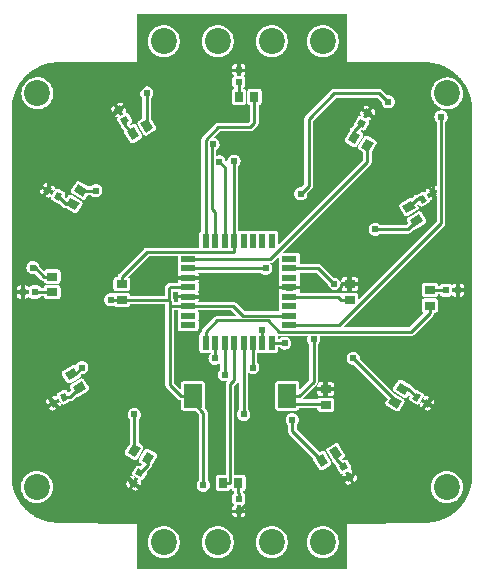
<source format=gtl>
G04 ---------------------------- Layer name :TOP LAYER*
G04 EasyEDA v5.6.15, Sun, 19 Aug 2018 09:15:10 GMT*
G04 20d6072df84a40519853f38576b9eb16*
G04 Gerber Generator version 0.2*
G04 Scale: 100 percent, Rotated: No, Reflected: No *
G04 Dimensions in millimeters *
G04 leading zeros omitted , absolute positions ,3 integer and 3 decimal *
%FSLAX33Y33*%
%MOMM*%
G90*
G71D02*

%ADD11C,0.219989*%
%ADD12C,0.220000*%
%ADD13C,2.199996*%
%ADD14C,0.610006*%
%ADD15R,0.500380X0.599440*%
%ADD16R,0.899160X0.701040*%
%ADD17R,0.701040X0.899160*%
%ADD18R,0.599440X0.500380*%
%ADD19R,1.499997X1.999996*%
%ADD20R,1.270000X0.558800*%
%ADD21R,0.558800X1.270000*%

%LPD*%
G36*
G01X10604Y0D02*
G01X10604Y3810D01*
G01X4000Y3926D01*
G01X4000Y3926D01*
G01X3910Y3927D01*
G01X3820Y3930D01*
G01X3730Y3935D01*
G01X3640Y3942D01*
G01X3550Y3951D01*
G01X3461Y3962D01*
G01X3372Y3975D01*
G01X3283Y3990D01*
G01X3194Y4008D01*
G01X3106Y4027D01*
G01X3018Y4048D01*
G01X2931Y4071D01*
G01X2845Y4096D01*
G01X2759Y4123D01*
G01X2673Y4152D01*
G01X2589Y4183D01*
G01X2505Y4216D01*
G01X2421Y4250D01*
G01X2339Y4287D01*
G01X2257Y4325D01*
G01X2177Y4365D01*
G01X2097Y4407D01*
G01X2018Y4451D01*
G01X1940Y4497D01*
G01X1864Y4544D01*
G01X1788Y4593D01*
G01X1713Y4644D01*
G01X1640Y4696D01*
G01X1568Y4750D01*
G01X1497Y4806D01*
G01X1427Y4863D01*
G01X1359Y4922D01*
G01X1292Y4982D01*
G01X1226Y5044D01*
G01X1162Y5107D01*
G01X1099Y5172D01*
G01X1038Y5238D01*
G01X978Y5305D01*
G01X920Y5374D01*
G01X863Y5444D01*
G01X808Y5515D01*
G01X754Y5588D01*
G01X702Y5662D01*
G01X652Y5736D01*
G01X604Y5812D01*
G01X557Y5890D01*
G01X512Y5968D01*
G01X469Y6047D01*
G01X427Y6127D01*
G01X388Y6208D01*
G01X350Y6290D01*
G01X314Y6372D01*
G01X280Y6456D01*
G01X248Y6540D01*
G01X217Y6625D01*
G01X189Y6710D01*
G01X163Y6797D01*
G01X138Y6883D01*
G01X116Y6971D01*
G01X95Y7059D01*
G01X77Y7147D01*
G01X60Y7235D01*
G01X45Y7324D01*
G01X33Y7414D01*
G01X22Y7503D01*
G01X14Y7593D01*
G01X7Y7683D01*
G01X3Y7773D01*
G01X0Y7863D01*
G01X0Y7926D01*
G01X0Y7924D01*
G01X0Y38925D01*
G01X0Y38926D01*
G01X1Y39016D01*
G01X4Y39106D01*
G01X9Y39196D01*
G01X16Y39286D01*
G01X25Y39375D01*
G01X37Y39465D01*
G01X50Y39554D01*
G01X65Y39643D01*
G01X82Y39731D01*
G01X101Y39819D01*
G01X122Y39907D01*
G01X145Y39994D01*
G01X170Y40081D01*
G01X197Y40167D01*
G01X226Y40252D01*
G01X257Y40337D01*
G01X290Y40421D01*
G01X325Y40504D01*
G01X361Y40587D01*
G01X400Y40668D01*
G01X440Y40749D01*
G01X482Y40829D01*
G01X526Y40907D01*
G01X571Y40985D01*
G01X618Y41062D01*
G01X667Y41138D01*
G01X718Y41212D01*
G01X770Y41286D01*
G01X824Y41358D01*
G01X880Y41429D01*
G01X937Y41498D01*
G01X996Y41567D01*
G01X1056Y41634D01*
G01X1118Y41699D01*
G01X1181Y41764D01*
G01X1246Y41826D01*
G01X1312Y41888D01*
G01X1380Y41948D01*
G01X1448Y42006D01*
G01X1518Y42063D01*
G01X1590Y42118D01*
G01X1662Y42171D01*
G01X1736Y42223D01*
G01X1811Y42273D01*
G01X1887Y42322D01*
G01X1964Y42369D01*
G01X2042Y42414D01*
G01X2121Y42457D01*
G01X2201Y42498D01*
G01X2282Y42538D01*
G01X2364Y42576D01*
G01X2447Y42612D01*
G01X2530Y42646D01*
G01X2614Y42678D01*
G01X2699Y42708D01*
G01X2785Y42736D01*
G01X2871Y42763D01*
G01X2958Y42787D01*
G01X3045Y42810D01*
G01X3133Y42830D01*
G01X3221Y42849D01*
G01X3310Y42866D01*
G01X3399Y42880D01*
G01X3488Y42893D01*
G01X3578Y42903D01*
G01X3667Y42912D01*
G01X3757Y42918D01*
G01X3847Y42923D01*
G01X3937Y42925D01*
G01X4000Y42926D01*
G01X10604Y42926D01*
G01X10604Y46990D01*
G01X28384Y46990D01*
G01X28384Y42926D01*
G01X35000Y42926D01*
G01X35090Y42924D01*
G01X35180Y42921D01*
G01X35270Y42916D01*
G01X35360Y42909D01*
G01X35450Y42900D01*
G01X35539Y42889D01*
G01X35628Y42876D01*
G01X35717Y42861D01*
G01X35806Y42843D01*
G01X35894Y42824D01*
G01X35981Y42803D01*
G01X36069Y42780D01*
G01X36155Y42755D01*
G01X36241Y42728D01*
G01X36327Y42699D01*
G01X36411Y42668D01*
G01X36495Y42635D01*
G01X36579Y42601D01*
G01X36661Y42564D01*
G01X36743Y42526D01*
G01X36823Y42486D01*
G01X36903Y42444D01*
G01X36982Y42400D01*
G01X37060Y42354D01*
G01X37136Y42307D01*
G01X37212Y42258D01*
G01X37287Y42207D01*
G01X37360Y42155D01*
G01X37432Y42101D01*
G01X37503Y42045D01*
G01X37573Y41988D01*
G01X37641Y41929D01*
G01X37708Y41869D01*
G01X37774Y41807D01*
G01X37838Y41744D01*
G01X37901Y41680D01*
G01X37962Y41613D01*
G01X38022Y41546D01*
G01X38080Y41477D01*
G01X38137Y41407D01*
G01X38192Y41336D01*
G01X38246Y41263D01*
G01X38298Y41190D01*
G01X38348Y41115D01*
G01X38396Y41039D01*
G01X38443Y40962D01*
G01X38488Y40883D01*
G01X38531Y40804D01*
G01X38573Y40724D01*
G01X38612Y40643D01*
G01X38650Y40561D01*
G01X38686Y40479D01*
G01X38720Y40395D01*
G01X38752Y40311D01*
G01X38783Y40226D01*
G01X38811Y40141D01*
G01X38837Y40054D01*
G01X38862Y39968D01*
G01X38884Y39880D01*
G01X38905Y39793D01*
G01X38923Y39704D01*
G01X38940Y39616D01*
G01X38954Y39527D01*
G01X38967Y39437D01*
G01X38978Y39348D01*
G01X38986Y39258D01*
G01X38993Y39168D01*
G01X38997Y39078D01*
G01X38999Y38988D01*
G01X39000Y38926D01*
G01X39001Y38925D01*
G01X39001Y7924D01*
G01X39000Y7926D01*
G01X38999Y7835D01*
G01X38996Y7745D01*
G01X38991Y7655D01*
G01X38984Y7565D01*
G01X38975Y7476D01*
G01X38963Y7386D01*
G01X38950Y7297D01*
G01X38935Y7208D01*
G01X38918Y7120D01*
G01X38899Y7032D01*
G01X38878Y6944D01*
G01X38855Y6857D01*
G01X38829Y6770D01*
G01X38802Y6684D01*
G01X38774Y6599D01*
G01X38743Y6514D01*
G01X38710Y6430D01*
G01X38675Y6347D01*
G01X38639Y6265D01*
G01X38600Y6183D01*
G01X38560Y6102D01*
G01X38518Y6022D01*
G01X38474Y5944D01*
G01X38429Y5866D01*
G01X38382Y5789D01*
G01X38333Y5713D01*
G01X38282Y5639D01*
G01X38230Y5566D01*
G01X38175Y5493D01*
G01X38120Y5422D01*
G01X38063Y5353D01*
G01X38004Y5284D01*
G01X37944Y5217D01*
G01X37882Y5152D01*
G01X37819Y5087D01*
G01X37754Y5025D01*
G01X37688Y4963D01*
G01X37620Y4903D01*
G01X37552Y4845D01*
G01X37482Y4788D01*
G01X37410Y4733D01*
G01X37338Y4680D01*
G01X37264Y4628D01*
G01X37189Y4578D01*
G01X37113Y4529D01*
G01X37036Y4483D01*
G01X36958Y4438D01*
G01X36879Y4394D01*
G01X36799Y4353D01*
G01X36718Y4313D01*
G01X36636Y4275D01*
G01X36553Y4239D01*
G01X36470Y4205D01*
G01X36386Y4173D01*
G01X36301Y4143D01*
G01X36215Y4115D01*
G01X36129Y4088D01*
G01X36042Y4064D01*
G01X35955Y4041D01*
G01X35867Y4021D01*
G01X35779Y4002D01*
G01X35690Y3986D01*
G01X35601Y3971D01*
G01X35512Y3958D01*
G01X35422Y3948D01*
G01X35333Y3939D01*
G01X35243Y3933D01*
G01X35153Y3928D01*
G01X35063Y3926D01*
G01X35000Y3926D01*
G01X35001Y3926D01*
G01X28384Y3810D01*
G01X28384Y0D01*
G01X10604Y0D01*
G37*

%LPC*%
G36*
G01X12856Y43350D02*
G01X12991Y43353D01*
G01X13125Y43370D01*
G01X13257Y43400D01*
G01X13385Y43443D01*
G01X13508Y43499D01*
G01X13625Y43566D01*
G01X13734Y43645D01*
G01X13835Y43734D01*
G01X13927Y43833D01*
G01X14009Y43941D01*
G01X14079Y44056D01*
G01X14138Y44178D01*
G01X14184Y44304D01*
G01X14217Y44435D01*
G01X14237Y44569D01*
G01X14244Y44704D01*
G01X14237Y44838D01*
G01X14217Y44972D01*
G01X14184Y45103D01*
G01X14138Y45229D01*
G01X14079Y45351D01*
G01X14009Y45466D01*
G01X13927Y45574D01*
G01X13835Y45673D01*
G01X13734Y45762D01*
G01X13625Y45841D01*
G01X13508Y45908D01*
G01X13385Y45964D01*
G01X13257Y46007D01*
G01X13125Y46037D01*
G01X12991Y46054D01*
G01X12856Y46057D01*
G01X12722Y46047D01*
G01X12589Y46024D01*
G01X12459Y45987D01*
G01X12333Y45938D01*
G01X12213Y45876D01*
G01X12100Y45803D01*
G01X11994Y45719D01*
G01X11897Y45624D01*
G01X11811Y45521D01*
G01X11735Y45410D01*
G01X11670Y45291D01*
G01X11618Y45167D01*
G01X11578Y45038D01*
G01X11551Y44905D01*
G01X11538Y44771D01*
G01X11538Y44636D01*
G01X11551Y44502D01*
G01X11578Y44369D01*
G01X11618Y44240D01*
G01X11670Y44116D01*
G01X11735Y43997D01*
G01X11811Y43886D01*
G01X11897Y43783D01*
G01X11994Y43688D01*
G01X12100Y43604D01*
G01X12213Y43531D01*
G01X12333Y43469D01*
G01X12459Y43420D01*
G01X12589Y43383D01*
G01X12722Y43360D01*
G01X12856Y43350D01*
G37*
G36*
G01X22000Y932D02*
G01X22135Y935D01*
G01X22269Y952D01*
G01X22401Y982D01*
G01X22529Y1025D01*
G01X22652Y1081D01*
G01X22769Y1148D01*
G01X22878Y1227D01*
G01X22979Y1316D01*
G01X23071Y1415D01*
G01X23153Y1523D01*
G01X23223Y1638D01*
G01X23282Y1760D01*
G01X23328Y1886D01*
G01X23361Y2017D01*
G01X23381Y2151D01*
G01X23388Y2286D01*
G01X23381Y2420D01*
G01X23361Y2554D01*
G01X23328Y2685D01*
G01X23282Y2811D01*
G01X23223Y2933D01*
G01X23153Y3048D01*
G01X23071Y3156D01*
G01X22979Y3255D01*
G01X22878Y3344D01*
G01X22769Y3423D01*
G01X22652Y3490D01*
G01X22529Y3546D01*
G01X22401Y3589D01*
G01X22269Y3619D01*
G01X22135Y3636D01*
G01X22000Y3639D01*
G01X21866Y3629D01*
G01X21733Y3606D01*
G01X21603Y3569D01*
G01X21477Y3520D01*
G01X21357Y3458D01*
G01X21244Y3385D01*
G01X21138Y3301D01*
G01X21041Y3206D01*
G01X20955Y3103D01*
G01X20879Y2992D01*
G01X20814Y2873D01*
G01X20762Y2749D01*
G01X20722Y2620D01*
G01X20695Y2487D01*
G01X20682Y2353D01*
G01X20682Y2218D01*
G01X20695Y2084D01*
G01X20722Y1951D01*
G01X20762Y1822D01*
G01X20814Y1698D01*
G01X20879Y1579D01*
G01X20955Y1468D01*
G01X21041Y1365D01*
G01X21138Y1270D01*
G01X21244Y1186D01*
G01X21357Y1113D01*
G01X21477Y1051D01*
G01X21603Y1002D01*
G01X21733Y965D01*
G01X21866Y942D01*
G01X22000Y932D01*
G37*
G36*
G01X17428Y932D02*
G01X17563Y935D01*
G01X17697Y952D01*
G01X17829Y982D01*
G01X17957Y1025D01*
G01X18080Y1081D01*
G01X18197Y1148D01*
G01X18306Y1227D01*
G01X18407Y1316D01*
G01X18499Y1415D01*
G01X18581Y1523D01*
G01X18651Y1638D01*
G01X18710Y1760D01*
G01X18756Y1886D01*
G01X18789Y2017D01*
G01X18809Y2151D01*
G01X18816Y2286D01*
G01X18809Y2420D01*
G01X18789Y2554D01*
G01X18756Y2685D01*
G01X18710Y2811D01*
G01X18651Y2933D01*
G01X18581Y3048D01*
G01X18499Y3156D01*
G01X18407Y3255D01*
G01X18306Y3344D01*
G01X18197Y3423D01*
G01X18080Y3490D01*
G01X17957Y3546D01*
G01X17829Y3589D01*
G01X17697Y3619D01*
G01X17563Y3636D01*
G01X17428Y3639D01*
G01X17294Y3629D01*
G01X17161Y3606D01*
G01X17031Y3569D01*
G01X16905Y3520D01*
G01X16785Y3458D01*
G01X16672Y3385D01*
G01X16566Y3301D01*
G01X16469Y3206D01*
G01X16383Y3103D01*
G01X16307Y2992D01*
G01X16242Y2873D01*
G01X16190Y2749D01*
G01X16150Y2620D01*
G01X16123Y2487D01*
G01X16110Y2353D01*
G01X16110Y2218D01*
G01X16123Y2084D01*
G01X16150Y1951D01*
G01X16190Y1822D01*
G01X16242Y1698D01*
G01X16307Y1579D01*
G01X16383Y1468D01*
G01X16469Y1365D01*
G01X16566Y1270D01*
G01X16672Y1186D01*
G01X16785Y1113D01*
G01X16905Y1051D01*
G01X17031Y1002D01*
G01X17161Y965D01*
G01X17294Y942D01*
G01X17428Y932D01*
G37*
G36*
G01X12856Y932D02*
G01X12991Y935D01*
G01X13125Y952D01*
G01X13257Y982D01*
G01X13385Y1025D01*
G01X13508Y1081D01*
G01X13625Y1148D01*
G01X13734Y1227D01*
G01X13835Y1316D01*
G01X13927Y1415D01*
G01X14009Y1523D01*
G01X14079Y1638D01*
G01X14138Y1760D01*
G01X14184Y1886D01*
G01X14217Y2017D01*
G01X14237Y2151D01*
G01X14244Y2286D01*
G01X14237Y2420D01*
G01X14217Y2554D01*
G01X14184Y2685D01*
G01X14138Y2811D01*
G01X14079Y2933D01*
G01X14009Y3048D01*
G01X13927Y3156D01*
G01X13835Y3255D01*
G01X13734Y3344D01*
G01X13625Y3423D01*
G01X13508Y3490D01*
G01X13385Y3546D01*
G01X13257Y3589D01*
G01X13125Y3619D01*
G01X12991Y3636D01*
G01X12856Y3639D01*
G01X12722Y3629D01*
G01X12589Y3606D01*
G01X12459Y3569D01*
G01X12333Y3520D01*
G01X12213Y3458D01*
G01X12100Y3385D01*
G01X11994Y3301D01*
G01X11897Y3206D01*
G01X11811Y3103D01*
G01X11735Y2992D01*
G01X11670Y2873D01*
G01X11618Y2749D01*
G01X11578Y2620D01*
G01X11551Y2487D01*
G01X11538Y2353D01*
G01X11538Y2218D01*
G01X11551Y2084D01*
G01X11578Y1951D01*
G01X11618Y1822D01*
G01X11670Y1698D01*
G01X11735Y1579D01*
G01X11811Y1468D01*
G01X11897Y1365D01*
G01X11994Y1270D01*
G01X12100Y1186D01*
G01X12213Y1113D01*
G01X12333Y1051D01*
G01X12459Y1002D01*
G01X12589Y965D01*
G01X12722Y942D01*
G01X12856Y932D01*
G37*
G36*
G01X17428Y43350D02*
G01X17563Y43353D01*
G01X17697Y43370D01*
G01X17829Y43400D01*
G01X17957Y43443D01*
G01X18080Y43499D01*
G01X18197Y43566D01*
G01X18306Y43645D01*
G01X18407Y43734D01*
G01X18499Y43833D01*
G01X18581Y43941D01*
G01X18651Y44056D01*
G01X18710Y44178D01*
G01X18756Y44304D01*
G01X18789Y44435D01*
G01X18809Y44569D01*
G01X18816Y44704D01*
G01X18809Y44838D01*
G01X18789Y44972D01*
G01X18756Y45103D01*
G01X18710Y45229D01*
G01X18651Y45351D01*
G01X18581Y45466D01*
G01X18499Y45574D01*
G01X18407Y45673D01*
G01X18306Y45762D01*
G01X18197Y45841D01*
G01X18080Y45908D01*
G01X17957Y45964D01*
G01X17829Y46007D01*
G01X17697Y46037D01*
G01X17563Y46054D01*
G01X17428Y46057D01*
G01X17294Y46047D01*
G01X17161Y46024D01*
G01X17031Y45987D01*
G01X16905Y45938D01*
G01X16785Y45876D01*
G01X16672Y45803D01*
G01X16566Y45719D01*
G01X16469Y45624D01*
G01X16383Y45521D01*
G01X16307Y45410D01*
G01X16242Y45291D01*
G01X16190Y45167D01*
G01X16150Y45038D01*
G01X16123Y44905D01*
G01X16110Y44771D01*
G01X16110Y44636D01*
G01X16123Y44502D01*
G01X16150Y44369D01*
G01X16190Y44240D01*
G01X16242Y44116D01*
G01X16307Y43997D01*
G01X16383Y43886D01*
G01X16469Y43783D01*
G01X16566Y43688D01*
G01X16672Y43604D01*
G01X16785Y43531D01*
G01X16905Y43469D01*
G01X17031Y43420D01*
G01X17161Y43383D01*
G01X17294Y43360D01*
G01X17428Y43350D01*
G37*
G36*
G01X22000Y43350D02*
G01X22135Y43353D01*
G01X22269Y43370D01*
G01X22401Y43400D01*
G01X22529Y43443D01*
G01X22652Y43499D01*
G01X22769Y43566D01*
G01X22878Y43645D01*
G01X22979Y43734D01*
G01X23071Y43833D01*
G01X23153Y43941D01*
G01X23223Y44056D01*
G01X23282Y44178D01*
G01X23328Y44304D01*
G01X23361Y44435D01*
G01X23381Y44569D01*
G01X23388Y44704D01*
G01X23381Y44838D01*
G01X23361Y44972D01*
G01X23328Y45103D01*
G01X23282Y45229D01*
G01X23223Y45351D01*
G01X23153Y45466D01*
G01X23071Y45574D01*
G01X22979Y45673D01*
G01X22878Y45762D01*
G01X22769Y45841D01*
G01X22652Y45908D01*
G01X22529Y45964D01*
G01X22401Y46007D01*
G01X22269Y46037D01*
G01X22135Y46054D01*
G01X22000Y46057D01*
G01X21866Y46047D01*
G01X21733Y46024D01*
G01X21603Y45987D01*
G01X21477Y45938D01*
G01X21357Y45876D01*
G01X21244Y45803D01*
G01X21138Y45719D01*
G01X21041Y45624D01*
G01X20955Y45521D01*
G01X20879Y45410D01*
G01X20814Y45291D01*
G01X20762Y45167D01*
G01X20722Y45038D01*
G01X20695Y44905D01*
G01X20682Y44771D01*
G01X20682Y44636D01*
G01X20695Y44502D01*
G01X20722Y44369D01*
G01X20762Y44240D01*
G01X20814Y44116D01*
G01X20879Y43997D01*
G01X20955Y43886D01*
G01X21041Y43783D01*
G01X21138Y43688D01*
G01X21244Y43604D01*
G01X21357Y43531D01*
G01X21477Y43469D01*
G01X21603Y43420D01*
G01X21733Y43383D01*
G01X21866Y43360D01*
G01X22000Y43350D01*
G37*
G36*
G01X19390Y4414D02*
G01X19540Y4414D01*
G01X19550Y4414D01*
G01X19561Y4415D01*
G01X19571Y4416D01*
G01X19582Y4417D01*
G01X19592Y4419D01*
G01X19602Y4422D01*
G01X19612Y4425D01*
G01X19622Y4428D01*
G01X19632Y4431D01*
G01X19642Y4435D01*
G01X19651Y4440D01*
G01X19661Y4445D01*
G01X19670Y4450D01*
G01X19679Y4455D01*
G01X19687Y4461D01*
G01X19696Y4468D01*
G01X19704Y4474D01*
G01X19712Y4481D01*
G01X19719Y4488D01*
G01X19727Y4496D01*
G01X19734Y4504D01*
G01X19740Y4512D01*
G01X19746Y4520D01*
G01X19752Y4529D01*
G01X19758Y4538D01*
G01X19763Y4547D01*
G01X19768Y4556D01*
G01X19772Y4566D01*
G01X19776Y4576D01*
G01X19780Y4586D01*
G01X19783Y4596D01*
G01X19786Y4606D01*
G01X19788Y4616D01*
G01X19790Y4626D01*
G01X19792Y4637D01*
G01X19793Y4647D01*
G01X19793Y4658D01*
G01X19794Y4668D01*
G01X19794Y4793D01*
G01X19390Y4793D01*
G01X19390Y4414D01*
G37*
G36*
G01X18940Y4414D02*
G01X19090Y4414D01*
G01X19090Y4793D01*
G01X18686Y4793D01*
G01X18686Y4668D01*
G01X18687Y4658D01*
G01X18687Y4647D01*
G01X18688Y4637D01*
G01X18690Y4626D01*
G01X18692Y4616D01*
G01X18694Y4606D01*
G01X18697Y4596D01*
G01X18700Y4586D01*
G01X18704Y4576D01*
G01X18708Y4566D01*
G01X18712Y4556D01*
G01X18717Y4547D01*
G01X18722Y4538D01*
G01X18728Y4529D01*
G01X18734Y4520D01*
G01X18740Y4512D01*
G01X18746Y4504D01*
G01X18753Y4496D01*
G01X18761Y4488D01*
G01X18768Y4481D01*
G01X18776Y4474D01*
G01X18784Y4468D01*
G01X18793Y4461D01*
G01X18801Y4455D01*
G01X18810Y4450D01*
G01X18819Y4445D01*
G01X18829Y4440D01*
G01X18838Y4435D01*
G01X18848Y4431D01*
G01X18858Y4428D01*
G01X18868Y4425D01*
G01X18878Y4422D01*
G01X18888Y4419D01*
G01X18898Y4417D01*
G01X18909Y4416D01*
G01X18919Y4415D01*
G01X18930Y4414D01*
G01X18940Y4414D01*
G37*
G36*
G01X19390Y5043D02*
G01X19794Y5043D01*
G01X19794Y5168D01*
G01X19793Y5179D01*
G01X19793Y5189D01*
G01X19792Y5200D01*
G01X19790Y5210D01*
G01X19788Y5221D01*
G01X19786Y5231D01*
G01X19783Y5241D01*
G01X19780Y5251D01*
G01X19776Y5261D01*
G01X19772Y5270D01*
G01X19768Y5280D01*
G01X19763Y5289D01*
G01X19758Y5298D01*
G01X19752Y5307D01*
G01X19746Y5316D01*
G01X19740Y5324D01*
G01X19734Y5333D01*
G01X19727Y5340D01*
G01X19719Y5348D01*
G01X19712Y5355D01*
G01X19704Y5362D01*
G01X19696Y5369D01*
G01X19687Y5375D01*
G01X19679Y5381D01*
G01X19670Y5387D01*
G01X19661Y5392D01*
G01X19651Y5397D01*
G01X19642Y5401D01*
G01X19632Y5405D01*
G01X19622Y5409D01*
G01X19612Y5412D01*
G01X19602Y5415D01*
G01X19592Y5417D01*
G01X19582Y5419D01*
G01X19571Y5420D01*
G01X19561Y5422D01*
G01X19550Y5422D01*
G01X19540Y5422D01*
G01X19390Y5422D01*
G01X19390Y5043D01*
G37*
G36*
G01X18686Y5043D02*
G01X19090Y5043D01*
G01X19090Y5422D01*
G01X18940Y5422D01*
G01X18930Y5422D01*
G01X18919Y5422D01*
G01X18909Y5420D01*
G01X18898Y5419D01*
G01X18888Y5417D01*
G01X18878Y5415D01*
G01X18868Y5412D01*
G01X18858Y5409D01*
G01X18848Y5405D01*
G01X18838Y5401D01*
G01X18829Y5397D01*
G01X18819Y5392D01*
G01X18810Y5387D01*
G01X18801Y5381D01*
G01X18793Y5375D01*
G01X18784Y5369D01*
G01X18776Y5362D01*
G01X18768Y5355D01*
G01X18761Y5348D01*
G01X18753Y5340D01*
G01X18746Y5333D01*
G01X18740Y5324D01*
G01X18734Y5316D01*
G01X18728Y5307D01*
G01X18722Y5298D01*
G01X18717Y5289D01*
G01X18712Y5280D01*
G01X18708Y5270D01*
G01X18704Y5261D01*
G01X18700Y5251D01*
G01X18697Y5241D01*
G01X18694Y5231D01*
G01X18692Y5221D01*
G01X18690Y5210D01*
G01X18688Y5200D01*
G01X18687Y5189D01*
G01X18687Y5179D01*
G01X18686Y5168D01*
G01X18686Y5043D01*
G37*
G36*
G01X18940Y5430D02*
G01X19540Y5430D01*
G01X19550Y5430D01*
G01X19561Y5431D01*
G01X19571Y5432D01*
G01X19582Y5433D01*
G01X19592Y5435D01*
G01X19602Y5438D01*
G01X19612Y5441D01*
G01X19622Y5444D01*
G01X19632Y5447D01*
G01X19642Y5451D01*
G01X19651Y5456D01*
G01X19661Y5461D01*
G01X19670Y5466D01*
G01X19679Y5471D01*
G01X19687Y5477D01*
G01X19696Y5484D01*
G01X19704Y5490D01*
G01X19712Y5497D01*
G01X19719Y5504D01*
G01X19727Y5512D01*
G01X19734Y5520D01*
G01X19740Y5528D01*
G01X19746Y5536D01*
G01X19752Y5545D01*
G01X19758Y5554D01*
G01X19763Y5563D01*
G01X19768Y5572D01*
G01X19772Y5582D01*
G01X19776Y5592D01*
G01X19780Y5602D01*
G01X19783Y5612D01*
G01X19786Y5622D01*
G01X19788Y5632D01*
G01X19790Y5642D01*
G01X19792Y5653D01*
G01X19793Y5663D01*
G01X19793Y5674D01*
G01X19794Y5684D01*
G01X19794Y6184D01*
G01X19793Y6195D01*
G01X19793Y6205D01*
G01X19792Y6216D01*
G01X19790Y6226D01*
G01X19788Y6237D01*
G01X19786Y6247D01*
G01X19783Y6257D01*
G01X19780Y6267D01*
G01X19776Y6277D01*
G01X19772Y6286D01*
G01X19768Y6296D01*
G01X19763Y6305D01*
G01X19758Y6314D01*
G01X19752Y6323D01*
G01X19746Y6332D01*
G01X19740Y6340D01*
G01X19734Y6349D01*
G01X19727Y6356D01*
G01X19719Y6364D01*
G01X19712Y6371D01*
G01X19704Y6378D01*
G01X19696Y6385D01*
G01X19687Y6391D01*
G01X19679Y6397D01*
G01X19670Y6403D01*
G01X19661Y6408D01*
G01X19651Y6413D01*
G01X19642Y6417D01*
G01X19632Y6421D01*
G01X19622Y6425D01*
G01X19612Y6428D01*
G01X19604Y6430D01*
G01X19604Y6449D01*
G01X19604Y6456D01*
G01X19604Y6462D01*
G01X19604Y6465D01*
G01X19604Y6467D01*
G01X19603Y6474D01*
G01X19603Y6480D01*
G01X19602Y6482D01*
G01X19602Y6485D01*
G01X19601Y6493D01*
G01X19601Y6498D01*
G01X19600Y6500D01*
G01X19600Y6503D01*
G01X19599Y6510D01*
G01X19598Y6516D01*
G01X19597Y6518D01*
G01X19597Y6521D01*
G01X19595Y6528D01*
G01X19594Y6534D01*
G01X19593Y6536D01*
G01X19593Y6538D01*
G01X19591Y6545D01*
G01X19589Y6552D01*
G01X19588Y6554D01*
G01X19588Y6556D01*
G01X19586Y6562D01*
G01X19584Y6569D01*
G01X19583Y6571D01*
G01X19582Y6573D01*
G01X19579Y6580D01*
G01X19579Y6582D01*
G01X19579Y6598D01*
G01X19586Y6599D01*
G01X19596Y6600D01*
G01X19607Y6601D01*
G01X19617Y6603D01*
G01X19627Y6606D01*
G01X19637Y6609D01*
G01X19647Y6612D01*
G01X19657Y6615D01*
G01X19667Y6619D01*
G01X19677Y6624D01*
G01X19686Y6629D01*
G01X19695Y6634D01*
G01X19704Y6639D01*
G01X19713Y6645D01*
G01X19721Y6652D01*
G01X19729Y6658D01*
G01X19737Y6665D01*
G01X19745Y6672D01*
G01X19752Y6680D01*
G01X19759Y6688D01*
G01X19765Y6696D01*
G01X19772Y6704D01*
G01X19778Y6713D01*
G01X19783Y6722D01*
G01X19788Y6731D01*
G01X19793Y6740D01*
G01X19798Y6750D01*
G01X19802Y6760D01*
G01X19805Y6769D01*
G01X19808Y6779D01*
G01X19811Y6790D01*
G01X19814Y6800D01*
G01X19816Y6810D01*
G01X19817Y6821D01*
G01X19818Y6831D01*
G01X19819Y6841D01*
G01X19819Y6852D01*
G01X19819Y7751D01*
G01X19819Y7762D01*
G01X19818Y7772D01*
G01X19817Y7783D01*
G01X19816Y7793D01*
G01X19814Y7803D01*
G01X19811Y7813D01*
G01X19808Y7824D01*
G01X19805Y7834D01*
G01X19802Y7843D01*
G01X19798Y7853D01*
G01X19793Y7863D01*
G01X19788Y7872D01*
G01X19783Y7881D01*
G01X19778Y7890D01*
G01X19772Y7899D01*
G01X19765Y7907D01*
G01X19759Y7915D01*
G01X19752Y7923D01*
G01X19745Y7931D01*
G01X19737Y7938D01*
G01X19729Y7945D01*
G01X19721Y7952D01*
G01X19713Y7958D01*
G01X19704Y7964D01*
G01X19695Y7969D01*
G01X19686Y7975D01*
G01X19677Y7979D01*
G01X19667Y7984D01*
G01X19657Y7988D01*
G01X19647Y7991D01*
G01X19637Y7995D01*
G01X19627Y7997D01*
G01X19617Y8000D01*
G01X19607Y8002D01*
G01X19596Y8003D01*
G01X19586Y8004D01*
G01X19575Y8005D01*
G01X19565Y8005D01*
G01X18872Y8005D01*
G01X18872Y15526D01*
G01X19091Y15744D01*
G01X19100Y15753D01*
G01X19109Y15763D01*
G01X19117Y15773D01*
G01X19125Y15783D01*
G01X19133Y15794D01*
G01X19140Y15805D01*
G01X19147Y15816D01*
G01X19153Y15827D01*
G01X19159Y15839D01*
G01X19165Y15850D01*
G01X19170Y15862D01*
G01X19175Y15874D01*
G01X19179Y15887D01*
G01X19183Y15899D01*
G01X19186Y15911D01*
G01X19189Y15924D01*
G01X19192Y15937D01*
G01X19194Y15950D01*
G01X19196Y15963D01*
G01X19197Y15976D01*
G01X19197Y15988D01*
G01X19198Y16002D01*
G01X19198Y18292D01*
G01X19205Y18295D01*
G01X19215Y18299D01*
G01X19225Y18303D01*
G01X19234Y18308D01*
G01X19240Y18311D01*
G01X19246Y18308D01*
G01X19255Y18303D01*
G01X19265Y18299D01*
G01X19275Y18295D01*
G01X19282Y18292D01*
G01X19282Y13517D01*
G01X19277Y13512D01*
G01X19237Y13473D01*
G01X19201Y13431D01*
G01X19169Y13385D01*
G01X19143Y13336D01*
G01X19121Y13284D01*
G01X19105Y13231D01*
G01X19094Y13177D01*
G01X19088Y13121D01*
G01X19088Y13065D01*
G01X19094Y13010D01*
G01X19105Y12955D01*
G01X19121Y12902D01*
G01X19143Y12851D01*
G01X19169Y12802D01*
G01X19201Y12756D01*
G01X19237Y12713D01*
G01X19277Y12674D01*
G01X19320Y12639D01*
G01X19367Y12609D01*
G01X19416Y12584D01*
G01X19468Y12563D01*
G01X19522Y12548D01*
G01X19577Y12539D01*
G01X19632Y12534D01*
G01X19688Y12536D01*
G01X19743Y12543D01*
G01X19798Y12555D01*
G01X19851Y12573D01*
G01X19901Y12596D01*
G01X19950Y12624D01*
G01X19995Y12656D01*
G01X20037Y12693D01*
G01X20075Y12734D01*
G01X20108Y12778D01*
G01X20137Y12826D01*
G01X20162Y12876D01*
G01X20181Y12928D01*
G01X20194Y12982D01*
G01X20203Y13038D01*
G01X20205Y13093D01*
G01X20203Y13149D01*
G01X20194Y13204D01*
G01X20181Y13258D01*
G01X20162Y13310D01*
G01X20137Y13361D01*
G01X20108Y13408D01*
G01X20075Y13453D01*
G01X20037Y13493D01*
G01X20010Y13517D01*
G01X20010Y16702D01*
G01X20024Y16686D01*
G01X20064Y16647D01*
G01X20107Y16612D01*
G01X20154Y16582D01*
G01X20204Y16556D01*
G01X20256Y16536D01*
G01X20309Y16521D01*
G01X20364Y16511D01*
G01X20420Y16507D01*
G01X20476Y16508D01*
G01X20531Y16515D01*
G01X20585Y16528D01*
G01X20638Y16545D01*
G01X20689Y16568D01*
G01X20737Y16596D01*
G01X20782Y16629D01*
G01X20824Y16666D01*
G01X20862Y16706D01*
G01X20896Y16751D01*
G01X20925Y16798D01*
G01X20949Y16849D01*
G01X20968Y16901D01*
G01X20982Y16955D01*
G01X20990Y17010D01*
G01X20993Y17066D01*
G01X20990Y17121D01*
G01X20982Y17177D01*
G01X20968Y17231D01*
G01X20949Y17283D01*
G01X20925Y17333D01*
G01X20896Y17381D01*
G01X20862Y17425D01*
G01X20824Y17466D01*
G01X20798Y17489D01*
G01X20798Y18292D01*
G01X20806Y18295D01*
G01X20815Y18299D01*
G01X20825Y18303D01*
G01X20834Y18308D01*
G01X20840Y18311D01*
G01X20846Y18308D01*
G01X20856Y18303D01*
G01X20865Y18299D01*
G01X20875Y18295D01*
G01X20885Y18291D01*
G01X20895Y18288D01*
G01X20905Y18285D01*
G01X20915Y18283D01*
G01X20925Y18281D01*
G01X20936Y18279D01*
G01X20946Y18278D01*
G01X20957Y18278D01*
G01X20967Y18277D01*
G01X21526Y18277D01*
G01X21536Y18278D01*
G01X21547Y18278D01*
G01X21557Y18279D01*
G01X21568Y18281D01*
G01X21578Y18283D01*
G01X21588Y18285D01*
G01X21598Y18288D01*
G01X21608Y18291D01*
G01X21618Y18295D01*
G01X21628Y18299D01*
G01X21638Y18303D01*
G01X21640Y18305D01*
G01X21643Y18303D01*
G01X21653Y18299D01*
G01X21662Y18295D01*
G01X21672Y18291D01*
G01X21682Y18288D01*
G01X21692Y18285D01*
G01X21702Y18283D01*
G01X21713Y18281D01*
G01X21723Y18279D01*
G01X21734Y18278D01*
G01X21744Y18278D01*
G01X21755Y18277D01*
G01X22313Y18277D01*
G01X22324Y18278D01*
G01X22334Y18278D01*
G01X22345Y18279D01*
G01X22355Y18281D01*
G01X22366Y18283D01*
G01X22376Y18285D01*
G01X22386Y18288D01*
G01X22396Y18291D01*
G01X22406Y18295D01*
G01X22415Y18299D01*
G01X22425Y18303D01*
G01X22434Y18308D01*
G01X22443Y18313D01*
G01X22452Y18319D01*
G01X22461Y18325D01*
G01X22469Y18331D01*
G01X22478Y18338D01*
G01X22485Y18344D01*
G01X22493Y18352D01*
G01X22500Y18359D01*
G01X22507Y18367D01*
G01X22514Y18375D01*
G01X22520Y18384D01*
G01X22526Y18392D01*
G01X22532Y18401D01*
G01X22537Y18410D01*
G01X22542Y18420D01*
G01X22546Y18429D01*
G01X22550Y18439D01*
G01X22554Y18449D01*
G01X22557Y18459D01*
G01X22560Y18469D01*
G01X22562Y18479D01*
G01X22564Y18490D01*
G01X22565Y18500D01*
G01X22567Y18510D01*
G01X22567Y18521D01*
G01X22567Y18531D01*
G01X22567Y18769D01*
G01X22702Y18769D01*
G01X22716Y18753D01*
G01X22756Y18714D01*
G01X22799Y18679D01*
G01X22846Y18649D01*
G01X22896Y18624D01*
G01X22948Y18603D01*
G01X23001Y18588D01*
G01X23056Y18578D01*
G01X23112Y18574D01*
G01X23167Y18576D01*
G01X23223Y18583D01*
G01X23277Y18595D01*
G01X23330Y18613D01*
G01X23381Y18636D01*
G01X23429Y18663D01*
G01X23474Y18696D01*
G01X23516Y18733D01*
G01X23554Y18774D01*
G01X23588Y18818D01*
G01X23617Y18866D01*
G01X23641Y18916D01*
G01X23660Y18968D01*
G01X23674Y19022D01*
G01X23682Y19077D01*
G01X23685Y19133D01*
G01X23682Y19189D01*
G01X23674Y19244D01*
G01X23660Y19298D01*
G01X23641Y19350D01*
G01X23617Y19400D01*
G01X23588Y19448D01*
G01X23554Y19492D01*
G01X23516Y19533D01*
G01X23474Y19570D01*
G01X23429Y19603D01*
G01X23381Y19630D01*
G01X23330Y19653D01*
G01X23277Y19671D01*
G01X23223Y19684D01*
G01X23167Y19690D01*
G01X23112Y19692D01*
G01X23056Y19688D01*
G01X23001Y19678D01*
G01X22948Y19663D01*
G01X22896Y19643D01*
G01X22846Y19617D01*
G01X22799Y19587D01*
G01X22756Y19552D01*
G01X22716Y19513D01*
G01X22703Y19497D01*
G01X22567Y19497D01*
G01X22567Y19762D01*
G01X22569Y19762D01*
G01X22582Y19759D01*
G01X22594Y19756D01*
G01X22607Y19753D01*
G01X22620Y19751D01*
G01X22633Y19749D01*
G01X22646Y19748D01*
G01X22659Y19747D01*
G01X22672Y19747D01*
G01X25089Y19747D01*
G01X25076Y19724D01*
G01X25055Y19672D01*
G01X25038Y19619D01*
G01X25027Y19565D01*
G01X25022Y19509D01*
G01X25022Y19453D01*
G01X25027Y19398D01*
G01X25038Y19343D01*
G01X25055Y19290D01*
G01X25076Y19239D01*
G01X25103Y19190D01*
G01X25134Y19144D01*
G01X25170Y19101D01*
G01X25210Y19062D01*
G01X25216Y19058D01*
G01X25216Y16033D01*
G01X24348Y15165D01*
G01X24348Y15662D01*
G01X24348Y15673D01*
G01X24347Y15683D01*
G01X24346Y15694D01*
G01X24344Y15704D01*
G01X24342Y15714D01*
G01X24340Y15725D01*
G01X24337Y15735D01*
G01X24334Y15745D01*
G01X24330Y15755D01*
G01X24326Y15764D01*
G01X24322Y15774D01*
G01X24317Y15783D01*
G01X24312Y15792D01*
G01X24306Y15801D01*
G01X24301Y15810D01*
G01X24294Y15818D01*
G01X24288Y15826D01*
G01X24281Y15834D01*
G01X24273Y15842D01*
G01X24266Y15849D01*
G01X24258Y15856D01*
G01X24250Y15863D01*
G01X24241Y15869D01*
G01X24233Y15875D01*
G01X24224Y15880D01*
G01X24215Y15886D01*
G01X24205Y15890D01*
G01X24196Y15895D01*
G01X24186Y15899D01*
G01X24176Y15902D01*
G01X24166Y15906D01*
G01X24156Y15908D01*
G01X24146Y15911D01*
G01X24136Y15913D01*
G01X24125Y15914D01*
G01X24115Y15915D01*
G01X24104Y15916D01*
G01X24094Y15916D01*
G01X22595Y15916D01*
G01X22585Y15916D01*
G01X22574Y15915D01*
G01X22564Y15914D01*
G01X22553Y15913D01*
G01X22543Y15911D01*
G01X22533Y15908D01*
G01X22523Y15906D01*
G01X22513Y15902D01*
G01X22503Y15899D01*
G01X22493Y15895D01*
G01X22484Y15890D01*
G01X22474Y15886D01*
G01X22465Y15880D01*
G01X22456Y15875D01*
G01X22448Y15869D01*
G01X22439Y15863D01*
G01X22431Y15856D01*
G01X22423Y15849D01*
G01X22416Y15842D01*
G01X22408Y15834D01*
G01X22401Y15826D01*
G01X22395Y15818D01*
G01X22389Y15810D01*
G01X22383Y15801D01*
G01X22377Y15792D01*
G01X22372Y15783D01*
G01X22367Y15774D01*
G01X22363Y15764D01*
G01X22359Y15755D01*
G01X22355Y15745D01*
G01X22352Y15735D01*
G01X22349Y15725D01*
G01X22347Y15714D01*
G01X22345Y15704D01*
G01X22343Y15694D01*
G01X22342Y15683D01*
G01X22341Y15673D01*
G01X22341Y15662D01*
G01X22341Y13661D01*
G01X22341Y13650D01*
G01X22342Y13640D01*
G01X22343Y13629D01*
G01X22345Y13619D01*
G01X22347Y13609D01*
G01X22349Y13598D01*
G01X22352Y13588D01*
G01X22355Y13578D01*
G01X22359Y13568D01*
G01X22363Y13559D01*
G01X22367Y13549D01*
G01X22372Y13540D01*
G01X22377Y13531D01*
G01X22383Y13522D01*
G01X22389Y13513D01*
G01X22395Y13505D01*
G01X22401Y13497D01*
G01X22408Y13489D01*
G01X22416Y13481D01*
G01X22423Y13474D01*
G01X22431Y13467D01*
G01X22439Y13460D01*
G01X22448Y13454D01*
G01X22456Y13448D01*
G01X22465Y13443D01*
G01X22474Y13437D01*
G01X22484Y13433D01*
G01X22493Y13428D01*
G01X22503Y13424D01*
G01X22513Y13421D01*
G01X22523Y13417D01*
G01X22533Y13415D01*
G01X22543Y13412D01*
G01X22553Y13410D01*
G01X22564Y13409D01*
G01X22574Y13408D01*
G01X22585Y13407D01*
G01X22595Y13407D01*
G01X24094Y13407D01*
G01X24104Y13407D01*
G01X24115Y13408D01*
G01X24125Y13409D01*
G01X24136Y13410D01*
G01X24146Y13412D01*
G01X24156Y13415D01*
G01X24166Y13417D01*
G01X24176Y13421D01*
G01X24186Y13424D01*
G01X24196Y13428D01*
G01X24205Y13433D01*
G01X24215Y13437D01*
G01X24224Y13443D01*
G01X24233Y13448D01*
G01X24241Y13454D01*
G01X24250Y13460D01*
G01X24258Y13467D01*
G01X24266Y13474D01*
G01X24273Y13481D01*
G01X24281Y13489D01*
G01X24288Y13497D01*
G01X24294Y13505D01*
G01X24301Y13513D01*
G01X24306Y13522D01*
G01X24312Y13531D01*
G01X24317Y13540D01*
G01X24322Y13549D01*
G01X24326Y13559D01*
G01X24330Y13568D01*
G01X24334Y13578D01*
G01X24337Y13588D01*
G01X24340Y13598D01*
G01X24342Y13609D01*
G01X24344Y13619D01*
G01X24346Y13629D01*
G01X24347Y13640D01*
G01X24348Y13650D01*
G01X24348Y13656D01*
G01X25902Y13656D01*
G01X25902Y13558D01*
G01X25903Y13548D01*
G01X25903Y13537D01*
G01X25904Y13527D01*
G01X25906Y13516D01*
G01X25908Y13506D01*
G01X25910Y13496D01*
G01X25913Y13486D01*
G01X25916Y13476D01*
G01X25920Y13466D01*
G01X25924Y13456D01*
G01X25928Y13446D01*
G01X25933Y13437D01*
G01X25938Y13428D01*
G01X25944Y13419D01*
G01X25950Y13410D01*
G01X25956Y13402D01*
G01X25963Y13394D01*
G01X25970Y13386D01*
G01X25977Y13378D01*
G01X25984Y13371D01*
G01X25992Y13364D01*
G01X26000Y13358D01*
G01X26009Y13351D01*
G01X26018Y13345D01*
G01X26026Y13340D01*
G01X26036Y13335D01*
G01X26045Y13330D01*
G01X26054Y13325D01*
G01X26064Y13321D01*
G01X26074Y13318D01*
G01X26084Y13315D01*
G01X26094Y13312D01*
G01X26104Y13309D01*
G01X26115Y13307D01*
G01X26125Y13306D01*
G01X26135Y13305D01*
G01X26146Y13304D01*
G01X26156Y13304D01*
G01X27056Y13304D01*
G01X27066Y13304D01*
G01X27077Y13305D01*
G01X27087Y13306D01*
G01X27097Y13307D01*
G01X27108Y13309D01*
G01X27118Y13312D01*
G01X27128Y13315D01*
G01X27138Y13318D01*
G01X27148Y13321D01*
G01X27158Y13325D01*
G01X27167Y13330D01*
G01X27176Y13335D01*
G01X27186Y13340D01*
G01X27194Y13345D01*
G01X27203Y13351D01*
G01X27212Y13358D01*
G01X27220Y13364D01*
G01X27228Y13371D01*
G01X27235Y13378D01*
G01X27242Y13386D01*
G01X27249Y13394D01*
G01X27256Y13402D01*
G01X27262Y13410D01*
G01X27268Y13419D01*
G01X27274Y13428D01*
G01X27279Y13437D01*
G01X27284Y13446D01*
G01X27288Y13456D01*
G01X27292Y13466D01*
G01X27296Y13476D01*
G01X27299Y13486D01*
G01X27302Y13496D01*
G01X27304Y13506D01*
G01X27306Y13516D01*
G01X27308Y13527D01*
G01X27309Y13537D01*
G01X27309Y13548D01*
G01X27310Y13558D01*
G01X27310Y14259D01*
G01X27309Y14270D01*
G01X27309Y14280D01*
G01X27308Y14290D01*
G01X27306Y14301D01*
G01X27304Y14311D01*
G01X27302Y14321D01*
G01X27299Y14332D01*
G01X27296Y14342D01*
G01X27292Y14351D01*
G01X27288Y14361D01*
G01X27284Y14371D01*
G01X27279Y14380D01*
G01X27274Y14389D01*
G01X27268Y14398D01*
G01X27262Y14407D01*
G01X27256Y14415D01*
G01X27249Y14423D01*
G01X27242Y14431D01*
G01X27235Y14439D01*
G01X27228Y14446D01*
G01X27220Y14453D01*
G01X27212Y14459D01*
G01X27203Y14466D01*
G01X27194Y14472D01*
G01X27186Y14477D01*
G01X27176Y14482D01*
G01X27167Y14487D01*
G01X27158Y14492D01*
G01X27148Y14496D01*
G01X27138Y14499D01*
G01X27128Y14502D01*
G01X27118Y14505D01*
G01X27108Y14508D01*
G01X27097Y14510D01*
G01X27087Y14511D01*
G01X27077Y14512D01*
G01X27066Y14513D01*
G01X27056Y14513D01*
G01X26156Y14513D01*
G01X26146Y14513D01*
G01X26135Y14512D01*
G01X26125Y14511D01*
G01X26115Y14510D01*
G01X26104Y14508D01*
G01X26094Y14505D01*
G01X26084Y14502D01*
G01X26074Y14499D01*
G01X26064Y14496D01*
G01X26054Y14492D01*
G01X26045Y14487D01*
G01X26036Y14482D01*
G01X26026Y14477D01*
G01X26018Y14472D01*
G01X26009Y14466D01*
G01X26000Y14459D01*
G01X25992Y14453D01*
G01X25984Y14446D01*
G01X25977Y14439D01*
G01X25970Y14431D01*
G01X25963Y14423D01*
G01X25956Y14415D01*
G01X25950Y14407D01*
G01X25944Y14398D01*
G01X25938Y14389D01*
G01X25935Y14384D01*
G01X24595Y14384D01*
G01X24598Y14387D01*
G01X24602Y14390D01*
G01X24604Y14392D01*
G01X24606Y14394D01*
G01X24610Y14398D01*
G01X24616Y14403D01*
G01X25837Y15625D01*
G01X25846Y15634D01*
G01X25855Y15644D01*
G01X25863Y15654D01*
G01X25871Y15664D01*
G01X25879Y15675D01*
G01X25886Y15685D01*
G01X25893Y15696D01*
G01X25899Y15708D01*
G01X25905Y15719D01*
G01X25911Y15731D01*
G01X25916Y15743D01*
G01X25921Y15755D01*
G01X25925Y15767D01*
G01X25929Y15780D01*
G01X25933Y15792D01*
G01X25936Y15805D01*
G01X25938Y15817D01*
G01X25940Y15830D01*
G01X25942Y15843D01*
G01X25943Y15856D01*
G01X25944Y15869D01*
G01X25944Y15882D01*
G01X25944Y19058D01*
G01X25970Y19081D01*
G01X26008Y19122D01*
G01X26042Y19166D01*
G01X26071Y19214D01*
G01X26095Y19264D01*
G01X26114Y19317D01*
G01X26128Y19371D01*
G01X26136Y19426D01*
G01X26139Y19481D01*
G01X26136Y19537D01*
G01X26128Y19592D01*
G01X26114Y19646D01*
G01X26095Y19698D01*
G01X26071Y19747D01*
G01X33837Y19747D01*
G01X33850Y19747D01*
G01X33863Y19748D01*
G01X33876Y19749D01*
G01X33889Y19751D01*
G01X33902Y19753D01*
G01X33915Y19756D01*
G01X33927Y19758D01*
G01X33940Y19762D01*
G01X33952Y19766D01*
G01X33964Y19770D01*
G01X33977Y19775D01*
G01X33988Y19780D01*
G01X34000Y19786D01*
G01X34012Y19792D01*
G01X34023Y19798D01*
G01X34034Y19805D01*
G01X34045Y19812D01*
G01X34055Y19820D01*
G01X34066Y19828D01*
G01X34076Y19836D01*
G01X34085Y19845D01*
G01X34095Y19854D01*
G01X35682Y21439D01*
G01X35687Y21443D01*
G01X35692Y21449D01*
G01X35693Y21450D01*
G01X35695Y21452D01*
G01X35699Y21456D01*
G01X35704Y21462D01*
G01X35705Y21464D01*
G01X35706Y21465D01*
G01X35711Y21471D01*
G01X35715Y21476D01*
G01X35716Y21478D01*
G01X35718Y21480D01*
G01X35721Y21485D01*
G01X35726Y21491D01*
G01X35727Y21493D01*
G01X35728Y21495D01*
G01X35731Y21500D01*
G01X35735Y21506D01*
G01X35737Y21508D01*
G01X35738Y21510D01*
G01X35741Y21516D01*
G01X35745Y21522D01*
G01X35746Y21524D01*
G01X35747Y21526D01*
G01X35750Y21532D01*
G01X35753Y21538D01*
G01X35754Y21541D01*
G01X35755Y21542D01*
G01X35757Y21547D01*
G01X35760Y21555D01*
G01X35761Y21557D01*
G01X35762Y21559D01*
G01X35764Y21565D01*
G01X35767Y21572D01*
G01X35768Y21574D01*
G01X35768Y21576D01*
G01X35771Y21583D01*
G01X35773Y21589D01*
G01X35773Y21591D01*
G01X35774Y21593D01*
G01X35776Y21600D01*
G01X35778Y21606D01*
G01X35778Y21609D01*
G01X35779Y21610D01*
G01X35780Y21617D01*
G01X35782Y21624D01*
G01X35782Y21626D01*
G01X35782Y21628D01*
G01X35784Y21635D01*
G01X35785Y21642D01*
G01X35785Y21644D01*
G01X35785Y21646D01*
G01X35786Y21652D01*
G01X35787Y21660D01*
G01X35787Y21662D01*
G01X35787Y21664D01*
G01X35788Y21671D01*
G01X35788Y21678D01*
G01X35788Y21680D01*
G01X35789Y21682D01*
G01X35789Y21690D01*
G01X35789Y21696D01*
G01X35789Y21707D01*
G01X35874Y21707D01*
G01X35884Y21707D01*
G01X35895Y21707D01*
G01X35905Y21709D01*
G01X35915Y21710D01*
G01X35926Y21712D01*
G01X35936Y21714D01*
G01X35946Y21717D01*
G01X35956Y21720D01*
G01X35966Y21724D01*
G01X35976Y21728D01*
G01X35985Y21732D01*
G01X35994Y21737D01*
G01X36004Y21742D01*
G01X36012Y21748D01*
G01X36021Y21754D01*
G01X36030Y21760D01*
G01X36038Y21767D01*
G01X36046Y21774D01*
G01X36053Y21781D01*
G01X36060Y21789D01*
G01X36067Y21796D01*
G01X36074Y21805D01*
G01X36080Y21813D01*
G01X36086Y21822D01*
G01X36092Y21831D01*
G01X36097Y21840D01*
G01X36102Y21849D01*
G01X36106Y21859D01*
G01X36110Y21868D01*
G01X36114Y21878D01*
G01X36117Y21888D01*
G01X36120Y21898D01*
G01X36122Y21908D01*
G01X36124Y21919D01*
G01X36126Y21929D01*
G01X36127Y21940D01*
G01X36127Y21950D01*
G01X36128Y21961D01*
G01X36128Y22662D01*
G01X36127Y22672D01*
G01X36127Y22683D01*
G01X36126Y22693D01*
G01X36124Y22703D01*
G01X36122Y22714D01*
G01X36120Y22724D01*
G01X36117Y22734D01*
G01X36114Y22744D01*
G01X36110Y22754D01*
G01X36106Y22764D01*
G01X36102Y22773D01*
G01X36097Y22782D01*
G01X36092Y22792D01*
G01X36086Y22801D01*
G01X36080Y22809D01*
G01X36074Y22818D01*
G01X36067Y22826D01*
G01X36060Y22834D01*
G01X36053Y22841D01*
G01X36046Y22848D01*
G01X36038Y22855D01*
G01X36030Y22862D01*
G01X36021Y22868D01*
G01X36012Y22874D01*
G01X36004Y22880D01*
G01X35994Y22885D01*
G01X35985Y22890D01*
G01X35976Y22894D01*
G01X35966Y22898D01*
G01X35956Y22902D01*
G01X35946Y22905D01*
G01X35936Y22908D01*
G01X35926Y22910D01*
G01X35915Y22912D01*
G01X35905Y22914D01*
G01X35895Y22915D01*
G01X35884Y22915D01*
G01X35874Y22916D01*
G01X34974Y22916D01*
G01X34964Y22915D01*
G01X34953Y22915D01*
G01X34943Y22914D01*
G01X34933Y22912D01*
G01X34922Y22910D01*
G01X34912Y22908D01*
G01X34902Y22905D01*
G01X34892Y22902D01*
G01X34882Y22898D01*
G01X34872Y22894D01*
G01X34863Y22890D01*
G01X34854Y22885D01*
G01X34844Y22880D01*
G01X34835Y22874D01*
G01X34827Y22868D01*
G01X34818Y22862D01*
G01X34810Y22855D01*
G01X34802Y22848D01*
G01X34795Y22841D01*
G01X34788Y22834D01*
G01X34781Y22826D01*
G01X34774Y22818D01*
G01X34768Y22809D01*
G01X34762Y22801D01*
G01X34756Y22792D01*
G01X34751Y22782D01*
G01X34746Y22773D01*
G01X34742Y22764D01*
G01X34738Y22754D01*
G01X34734Y22744D01*
G01X34731Y22734D01*
G01X34728Y22724D01*
G01X34726Y22714D01*
G01X34724Y22703D01*
G01X34722Y22693D01*
G01X34721Y22683D01*
G01X34721Y22672D01*
G01X34720Y22662D01*
G01X34720Y21961D01*
G01X34721Y21950D01*
G01X34721Y21940D01*
G01X34722Y21929D01*
G01X34724Y21919D01*
G01X34726Y21908D01*
G01X34728Y21898D01*
G01X34731Y21888D01*
G01X34734Y21878D01*
G01X34738Y21868D01*
G01X34742Y21859D01*
G01X34746Y21849D01*
G01X34751Y21840D01*
G01X34756Y21831D01*
G01X34762Y21822D01*
G01X34768Y21813D01*
G01X34774Y21805D01*
G01X34781Y21796D01*
G01X34788Y21789D01*
G01X34795Y21781D01*
G01X34802Y21774D01*
G01X34810Y21767D01*
G01X34818Y21760D01*
G01X34827Y21754D01*
G01X34835Y21748D01*
G01X34844Y21742D01*
G01X34854Y21737D01*
G01X34863Y21732D01*
G01X34872Y21728D01*
G01X34882Y21724D01*
G01X34892Y21720D01*
G01X34902Y21717D01*
G01X34912Y21714D01*
G01X34922Y21712D01*
G01X34925Y21711D01*
G01X33687Y20475D01*
G01X28082Y20475D01*
G01X36627Y29021D01*
G01X36636Y29030D01*
G01X36645Y29040D01*
G01X36653Y29050D01*
G01X36661Y29060D01*
G01X36669Y29070D01*
G01X36676Y29081D01*
G01X36683Y29092D01*
G01X36689Y29104D01*
G01X36695Y29115D01*
G01X36701Y29127D01*
G01X36706Y29139D01*
G01X36711Y29151D01*
G01X36715Y29163D01*
G01X36719Y29176D01*
G01X36722Y29188D01*
G01X36725Y29201D01*
G01X36728Y29213D01*
G01X36730Y29226D01*
G01X36732Y29239D01*
G01X36733Y29252D01*
G01X36734Y29265D01*
G01X36734Y29278D01*
G01X36734Y37872D01*
G01X36760Y37895D01*
G01X36798Y37936D01*
G01X36832Y37980D01*
G01X36861Y38028D01*
G01X36885Y38078D01*
G01X36904Y38130D01*
G01X36918Y38184D01*
G01X36926Y38239D01*
G01X36929Y38295D01*
G01X36926Y38351D01*
G01X36918Y38406D01*
G01X36904Y38460D01*
G01X36885Y38512D01*
G01X36861Y38562D01*
G01X36832Y38610D01*
G01X36798Y38654D01*
G01X36760Y38695D01*
G01X36718Y38732D01*
G01X36673Y38765D01*
G01X36625Y38793D01*
G01X36574Y38815D01*
G01X36521Y38833D01*
G01X36467Y38846D01*
G01X36412Y38853D01*
G01X36356Y38854D01*
G01X36300Y38850D01*
G01X36245Y38840D01*
G01X36192Y38825D01*
G01X36140Y38805D01*
G01X36090Y38779D01*
G01X36043Y38749D01*
G01X36000Y38714D01*
G01X35960Y38675D01*
G01X35924Y38633D01*
G01X35893Y38587D01*
G01X35866Y38538D01*
G01X35844Y38486D01*
G01X35828Y38433D01*
G01X35817Y38378D01*
G01X35811Y38323D01*
G01X35811Y38267D01*
G01X35817Y38212D01*
G01X35828Y38157D01*
G01X35844Y38104D01*
G01X35866Y38053D01*
G01X35893Y38004D01*
G01X35924Y37958D01*
G01X35960Y37915D01*
G01X36000Y37876D01*
G01X36006Y37871D01*
G01X36006Y32290D01*
G01X35970Y32352D01*
G01X35964Y32361D01*
G01X35959Y32369D01*
G01X35952Y32378D01*
G01X35946Y32386D01*
G01X35939Y32394D01*
G01X35932Y32402D01*
G01X35925Y32409D01*
G01X35917Y32416D01*
G01X35909Y32423D01*
G01X35900Y32429D01*
G01X35892Y32435D01*
G01X35883Y32441D01*
G01X35874Y32446D01*
G01X35865Y32451D01*
G01X35855Y32456D01*
G01X35846Y32460D01*
G01X35836Y32463D01*
G01X35826Y32467D01*
G01X35816Y32470D01*
G01X35806Y32472D01*
G01X35796Y32474D01*
G01X35785Y32476D01*
G01X35775Y32477D01*
G01X35764Y32478D01*
G01X35754Y32478D01*
G01X35743Y32478D01*
G01X35733Y32478D01*
G01X35723Y32477D01*
G01X35712Y32476D01*
G01X35702Y32474D01*
G01X35692Y32472D01*
G01X35682Y32469D01*
G01X35671Y32466D01*
G01X35662Y32463D01*
G01X35652Y32459D01*
G01X35642Y32455D01*
G01X35633Y32450D01*
G01X35624Y32445D01*
G01X35515Y32382D01*
G01X35716Y32033D01*
G01X36006Y32201D01*
G01X36006Y31854D01*
G01X35866Y31774D01*
G01X36006Y31532D01*
G01X36006Y29429D01*
G01X29342Y22765D01*
G01X29342Y23149D01*
G01X29341Y23160D01*
G01X29341Y23170D01*
G01X29340Y23180D01*
G01X29338Y23191D01*
G01X29336Y23201D01*
G01X29334Y23211D01*
G01X29331Y23222D01*
G01X29328Y23232D01*
G01X29324Y23241D01*
G01X29320Y23251D01*
G01X29316Y23261D01*
G01X29311Y23270D01*
G01X29306Y23279D01*
G01X29300Y23288D01*
G01X29294Y23297D01*
G01X29288Y23305D01*
G01X29281Y23313D01*
G01X29274Y23321D01*
G01X29267Y23329D01*
G01X29260Y23336D01*
G01X29252Y23343D01*
G01X29244Y23349D01*
G01X29235Y23356D01*
G01X29226Y23362D01*
G01X29218Y23367D01*
G01X29208Y23372D01*
G01X29199Y23377D01*
G01X29190Y23382D01*
G01X29180Y23386D01*
G01X29170Y23389D01*
G01X29160Y23392D01*
G01X29150Y23395D01*
G01X29140Y23398D01*
G01X29129Y23400D01*
G01X29119Y23401D01*
G01X29109Y23402D01*
G01X29098Y23403D01*
G01X29088Y23403D01*
G01X28188Y23403D01*
G01X28178Y23403D01*
G01X28167Y23402D01*
G01X28157Y23401D01*
G01X28147Y23400D01*
G01X28136Y23398D01*
G01X28126Y23395D01*
G01X28116Y23392D01*
G01X28106Y23389D01*
G01X28096Y23386D01*
G01X28086Y23382D01*
G01X28077Y23377D01*
G01X28068Y23372D01*
G01X28058Y23367D01*
G01X28050Y23362D01*
G01X28041Y23356D01*
G01X28032Y23349D01*
G01X28024Y23343D01*
G01X28016Y23336D01*
G01X28009Y23329D01*
G01X28002Y23321D01*
G01X27995Y23313D01*
G01X27988Y23305D01*
G01X27982Y23297D01*
G01X27976Y23288D01*
G01X27970Y23279D01*
G01X27966Y23272D01*
G01X27928Y23310D01*
G01X27918Y23319D01*
G01X27909Y23328D01*
G01X27899Y23336D01*
G01X27888Y23344D01*
G01X27878Y23352D01*
G01X27867Y23359D01*
G01X27856Y23366D01*
G01X27845Y23372D01*
G01X27833Y23378D01*
G01X27821Y23384D01*
G01X27810Y23389D01*
G01X27797Y23394D01*
G01X27785Y23398D01*
G01X27773Y23402D01*
G01X27760Y23405D01*
G01X27748Y23408D01*
G01X27735Y23411D01*
G01X27722Y23413D01*
G01X27709Y23414D01*
G01X27696Y23416D01*
G01X27683Y23416D01*
G01X27670Y23417D01*
G01X24407Y23417D01*
G01X24404Y23424D01*
G01X24400Y23434D01*
G01X24396Y23443D01*
G01X24391Y23453D01*
G01X24388Y23459D01*
G01X24391Y23465D01*
G01X24396Y23474D01*
G01X24400Y23484D01*
G01X24404Y23494D01*
G01X24408Y23503D01*
G01X24411Y23513D01*
G01X24414Y23524D01*
G01X24416Y23534D01*
G01X24418Y23544D01*
G01X24420Y23555D01*
G01X24421Y23565D01*
G01X24421Y23575D01*
G01X24422Y23586D01*
G01X24422Y23726D01*
G01X23850Y23726D01*
G01X23850Y23586D01*
G01X23215Y23586D01*
G01X23215Y23726D01*
G01X22644Y23726D01*
G01X22644Y23586D01*
G01X22644Y23575D01*
G01X22644Y23565D01*
G01X22646Y23555D01*
G01X22647Y23544D01*
G01X22649Y23534D01*
G01X22651Y23524D01*
G01X22654Y23513D01*
G01X22657Y23503D01*
G01X22661Y23494D01*
G01X22665Y23484D01*
G01X22669Y23474D01*
G01X22674Y23465D01*
G01X22678Y23459D01*
G01X22674Y23453D01*
G01X22669Y23443D01*
G01X22665Y23434D01*
G01X22661Y23424D01*
G01X22657Y23414D01*
G01X22654Y23404D01*
G01X22651Y23394D01*
G01X22649Y23384D01*
G01X22647Y23374D01*
G01X22646Y23363D01*
G01X22644Y23353D01*
G01X22644Y23342D01*
G01X22644Y23332D01*
G01X22644Y22773D01*
G01X22644Y22763D01*
G01X22644Y22752D01*
G01X22646Y22742D01*
G01X22647Y22731D01*
G01X22649Y22721D01*
G01X22651Y22711D01*
G01X22654Y22701D01*
G01X22657Y22691D01*
G01X22661Y22681D01*
G01X22665Y22671D01*
G01X22669Y22662D01*
G01X22671Y22659D01*
G01X22669Y22656D01*
G01X22665Y22647D01*
G01X22661Y22637D01*
G01X22657Y22627D01*
G01X22654Y22617D01*
G01X22651Y22607D01*
G01X22649Y22597D01*
G01X22647Y22586D01*
G01X22646Y22576D01*
G01X22644Y22566D01*
G01X22644Y22555D01*
G01X22644Y22545D01*
G01X22644Y21986D01*
G01X22644Y21975D01*
G01X22644Y21965D01*
G01X22646Y21954D01*
G01X22647Y21944D01*
G01X22649Y21934D01*
G01X22651Y21923D01*
G01X22654Y21913D01*
G01X22657Y21903D01*
G01X22661Y21893D01*
G01X22665Y21884D01*
G01X22669Y21874D01*
G01X22674Y21865D01*
G01X22678Y21859D01*
G01X22674Y21853D01*
G01X22669Y21843D01*
G01X22665Y21834D01*
G01X22661Y21824D01*
G01X22658Y21816D01*
G01X19726Y21816D01*
G01X19020Y22523D01*
G01X19011Y22532D01*
G01X19001Y22540D01*
G01X18991Y22549D01*
G01X18981Y22557D01*
G01X18970Y22564D01*
G01X18959Y22571D01*
G01X18948Y22578D01*
G01X18937Y22585D01*
G01X18925Y22591D01*
G01X18914Y22596D01*
G01X18902Y22601D01*
G01X18890Y22606D01*
G01X18877Y22611D01*
G01X18865Y22614D01*
G01X18852Y22618D01*
G01X18840Y22621D01*
G01X18827Y22623D01*
G01X18814Y22625D01*
G01X18801Y22627D01*
G01X18788Y22628D01*
G01X18775Y22629D01*
G01X18762Y22629D01*
G01X15822Y22629D01*
G01X15819Y22637D01*
G01X15815Y22647D01*
G01X15811Y22656D01*
G01X15809Y22659D01*
G01X15811Y22662D01*
G01X15815Y22671D01*
G01X15819Y22681D01*
G01X15823Y22691D01*
G01X15826Y22701D01*
G01X15829Y22711D01*
G01X15831Y22721D01*
G01X15833Y22731D01*
G01X15834Y22742D01*
G01X15836Y22752D01*
G01X15836Y22763D01*
G01X15836Y22773D01*
G01X15836Y22913D01*
G01X15265Y22913D01*
G01X15265Y22799D01*
G01X14630Y22799D01*
G01X14630Y22913D01*
G01X14058Y22913D01*
G01X14058Y22773D01*
G01X14059Y22763D01*
G01X14059Y22752D01*
G01X14060Y22742D01*
G01X14062Y22731D01*
G01X14064Y22721D01*
G01X14066Y22711D01*
G01X14069Y22701D01*
G01X14072Y22691D01*
G01X14076Y22681D01*
G01X14080Y22671D01*
G01X14084Y22662D01*
G01X14086Y22659D01*
G01X14084Y22656D01*
G01X14080Y22647D01*
G01X14076Y22637D01*
G01X14073Y22629D01*
G01X13757Y22629D01*
G01X13757Y22692D01*
G01X13757Y22705D01*
G01X13756Y22718D01*
G01X13755Y22731D01*
G01X13753Y22744D01*
G01X13751Y22757D01*
G01X13749Y22769D01*
G01X13746Y22782D01*
G01X13742Y22794D01*
G01X13738Y22807D01*
G01X13734Y22819D01*
G01X13729Y22831D01*
G01X13724Y22843D01*
G01X13718Y22855D01*
G01X13712Y22866D01*
G01X13706Y22878D01*
G01X13699Y22889D01*
G01X13699Y22890D01*
G01X13699Y23501D01*
G01X14073Y23501D01*
G01X14076Y23494D01*
G01X14080Y23484D01*
G01X14084Y23474D01*
G01X14089Y23465D01*
G01X14092Y23459D01*
G01X14089Y23453D01*
G01X14084Y23443D01*
G01X14080Y23434D01*
G01X14076Y23424D01*
G01X14072Y23414D01*
G01X14069Y23404D01*
G01X14066Y23394D01*
G01X14064Y23384D01*
G01X14062Y23374D01*
G01X14060Y23363D01*
G01X14059Y23353D01*
G01X14059Y23342D01*
G01X14058Y23332D01*
G01X14058Y23192D01*
G01X14630Y23192D01*
G01X14630Y23332D01*
G01X15265Y23332D01*
G01X15265Y23192D01*
G01X15836Y23192D01*
G01X15836Y23332D01*
G01X15836Y23342D01*
G01X15836Y23353D01*
G01X15834Y23363D01*
G01X15833Y23374D01*
G01X15831Y23384D01*
G01X15829Y23394D01*
G01X15826Y23404D01*
G01X15823Y23414D01*
G01X15819Y23424D01*
G01X15815Y23434D01*
G01X15811Y23443D01*
G01X15806Y23453D01*
G01X15802Y23459D01*
G01X15806Y23465D01*
G01X15811Y23474D01*
G01X15815Y23484D01*
G01X15819Y23494D01*
G01X15823Y23503D01*
G01X15826Y23513D01*
G01X15829Y23524D01*
G01X15831Y23534D01*
G01X15833Y23544D01*
G01X15834Y23555D01*
G01X15836Y23565D01*
G01X15836Y23575D01*
G01X15836Y23586D01*
G01X15836Y24145D01*
G01X15836Y24155D01*
G01X15836Y24166D01*
G01X15834Y24176D01*
G01X15833Y24187D01*
G01X15831Y24197D01*
G01X15829Y24207D01*
G01X15826Y24217D01*
G01X15823Y24227D01*
G01X15819Y24237D01*
G01X15815Y24247D01*
G01X15811Y24256D01*
G01X15809Y24259D01*
G01X15811Y24262D01*
G01X15815Y24271D01*
G01X15819Y24281D01*
G01X15823Y24291D01*
G01X15826Y24301D01*
G01X15829Y24311D01*
G01X15831Y24321D01*
G01X15833Y24332D01*
G01X15834Y24342D01*
G01X15836Y24352D01*
G01X15836Y24363D01*
G01X15836Y24373D01*
G01X15836Y24513D01*
G01X15265Y24513D01*
G01X15265Y24399D01*
G01X14630Y24399D01*
G01X14630Y24513D01*
G01X14058Y24513D01*
G01X14058Y24373D01*
G01X14059Y24363D01*
G01X14059Y24352D01*
G01X14060Y24342D01*
G01X14062Y24332D01*
G01X14064Y24321D01*
G01X14066Y24311D01*
G01X14069Y24301D01*
G01X14072Y24291D01*
G01X14076Y24281D01*
G01X14080Y24271D01*
G01X14084Y24262D01*
G01X14086Y24259D01*
G01X14084Y24256D01*
G01X14080Y24247D01*
G01X14076Y24237D01*
G01X14073Y24229D01*
G01X13449Y24229D01*
G01X13436Y24229D01*
G01X13423Y24228D01*
G01X13410Y24227D01*
G01X13397Y24226D01*
G01X13384Y24224D01*
G01X13371Y24221D01*
G01X13359Y24218D01*
G01X13346Y24215D01*
G01X13334Y24211D01*
G01X13322Y24206D01*
G01X13310Y24202D01*
G01X13298Y24196D01*
G01X13286Y24191D01*
G01X13274Y24185D01*
G01X13263Y24178D01*
G01X13252Y24172D01*
G01X13241Y24164D01*
G01X13231Y24157D01*
G01X13220Y24149D01*
G01X13210Y24140D01*
G01X13201Y24132D01*
G01X13191Y24123D01*
G01X13077Y24008D01*
G01X13068Y23999D01*
G01X13059Y23989D01*
G01X13051Y23979D01*
G01X13043Y23969D01*
G01X13035Y23959D01*
G01X13028Y23948D01*
G01X13021Y23937D01*
G01X13015Y23925D01*
G01X13009Y23914D01*
G01X13003Y23902D01*
G01X12998Y23890D01*
G01X12993Y23878D01*
G01X12989Y23866D01*
G01X12985Y23854D01*
G01X12982Y23841D01*
G01X12979Y23828D01*
G01X12976Y23816D01*
G01X12974Y23803D01*
G01X12973Y23790D01*
G01X12971Y23777D01*
G01X12971Y23764D01*
G01X12970Y23751D01*
G01X12970Y23165D01*
G01X10047Y23163D01*
G01X10037Y23163D01*
G01X10037Y23170D01*
G01X10036Y23180D01*
G01X10034Y23191D01*
G01X10032Y23201D01*
G01X10030Y23211D01*
G01X10027Y23222D01*
G01X10024Y23232D01*
G01X10020Y23241D01*
G01X10016Y23251D01*
G01X10012Y23261D01*
G01X10007Y23270D01*
G01X10002Y23279D01*
G01X9996Y23288D01*
G01X9990Y23297D01*
G01X9984Y23305D01*
G01X9977Y23313D01*
G01X9970Y23321D01*
G01X9963Y23329D01*
G01X9956Y23336D01*
G01X9948Y23343D01*
G01X9940Y23349D01*
G01X9931Y23356D01*
G01X9922Y23362D01*
G01X9914Y23367D01*
G01X9904Y23372D01*
G01X9895Y23377D01*
G01X9886Y23382D01*
G01X9876Y23386D01*
G01X9866Y23389D01*
G01X9856Y23392D01*
G01X9846Y23395D01*
G01X9836Y23398D01*
G01X9825Y23400D01*
G01X9815Y23401D01*
G01X9805Y23402D01*
G01X9794Y23403D01*
G01X9784Y23403D01*
G01X8884Y23403D01*
G01X8874Y23403D01*
G01X8863Y23402D01*
G01X8853Y23401D01*
G01X8843Y23400D01*
G01X8832Y23398D01*
G01X8822Y23395D01*
G01X8812Y23392D01*
G01X8802Y23389D01*
G01X8792Y23386D01*
G01X8782Y23382D01*
G01X8773Y23377D01*
G01X8764Y23372D01*
G01X8754Y23367D01*
G01X8746Y23362D01*
G01X8737Y23356D01*
G01X8728Y23349D01*
G01X8720Y23343D01*
G01X8712Y23336D01*
G01X8705Y23329D01*
G01X8698Y23321D01*
G01X8691Y23313D01*
G01X8684Y23305D01*
G01X8678Y23297D01*
G01X8674Y23292D01*
G01X8667Y23296D01*
G01X8616Y23319D01*
G01X8563Y23337D01*
G01X8509Y23349D01*
G01X8454Y23356D01*
G01X8398Y23357D01*
G01X8342Y23353D01*
G01X8288Y23344D01*
G01X8234Y23328D01*
G01X8182Y23308D01*
G01X8132Y23283D01*
G01X8086Y23252D01*
G01X8042Y23218D01*
G01X8002Y23179D01*
G01X7966Y23136D01*
G01X7935Y23090D01*
G01X7908Y23041D01*
G01X7887Y22990D01*
G01X7870Y22936D01*
G01X7859Y22882D01*
G01X7854Y22826D01*
G01X7854Y22771D01*
G01X7859Y22715D01*
G01X7870Y22661D01*
G01X7887Y22607D01*
G01X7908Y22556D01*
G01X7935Y22507D01*
G01X7966Y22461D01*
G01X8002Y22418D01*
G01X8042Y22379D01*
G01X8086Y22345D01*
G01X8132Y22314D01*
G01X8182Y22289D01*
G01X8234Y22269D01*
G01X8288Y22254D01*
G01X8342Y22244D01*
G01X8398Y22240D01*
G01X8454Y22241D01*
G01X8509Y22248D01*
G01X8563Y22260D01*
G01X8616Y22278D01*
G01X8667Y22301D01*
G01X8674Y22305D01*
G01X8678Y22300D01*
G01X8684Y22292D01*
G01X8691Y22284D01*
G01X8698Y22276D01*
G01X8705Y22268D01*
G01X8712Y22261D01*
G01X8720Y22254D01*
G01X8728Y22248D01*
G01X8737Y22241D01*
G01X8746Y22235D01*
G01X8754Y22230D01*
G01X8764Y22225D01*
G01X8773Y22220D01*
G01X8782Y22215D01*
G01X8792Y22211D01*
G01X8802Y22208D01*
G01X8812Y22205D01*
G01X8822Y22202D01*
G01X8832Y22199D01*
G01X8843Y22197D01*
G01X8853Y22196D01*
G01X8863Y22195D01*
G01X8874Y22194D01*
G01X8884Y22194D01*
G01X9784Y22194D01*
G01X9794Y22194D01*
G01X9805Y22195D01*
G01X9815Y22196D01*
G01X9825Y22197D01*
G01X9836Y22199D01*
G01X9846Y22202D01*
G01X9856Y22205D01*
G01X9866Y22208D01*
G01X9876Y22211D01*
G01X9886Y22215D01*
G01X9895Y22220D01*
G01X9904Y22225D01*
G01X9914Y22230D01*
G01X9922Y22235D01*
G01X9931Y22241D01*
G01X9940Y22248D01*
G01X9948Y22254D01*
G01X9956Y22261D01*
G01X9963Y22268D01*
G01X9970Y22276D01*
G01X9977Y22284D01*
G01X9984Y22292D01*
G01X9990Y22300D01*
G01X9996Y22309D01*
G01X10002Y22318D01*
G01X10007Y22327D01*
G01X10012Y22336D01*
G01X10016Y22346D01*
G01X10020Y22356D01*
G01X10024Y22366D01*
G01X10027Y22376D01*
G01X10030Y22386D01*
G01X10032Y22396D01*
G01X10034Y22406D01*
G01X10036Y22417D01*
G01X10037Y22427D01*
G01X10037Y22435D01*
G01X10048Y22435D01*
G01X13029Y22437D01*
G01X13029Y15595D01*
G01X13029Y15582D01*
G01X13030Y15569D01*
G01X13031Y15556D01*
G01X13033Y15543D01*
G01X13035Y15530D01*
G01X13037Y15518D01*
G01X13040Y15505D01*
G01X13044Y15493D01*
G01X13048Y15480D01*
G01X13052Y15468D01*
G01X13057Y15456D01*
G01X13062Y15444D01*
G01X13067Y15432D01*
G01X13073Y15421D01*
G01X13080Y15409D01*
G01X13087Y15398D01*
G01X13094Y15388D01*
G01X13102Y15377D01*
G01X13109Y15367D01*
G01X13118Y15357D01*
G01X13126Y15347D01*
G01X13136Y15338D01*
G01X14070Y14403D01*
G01X14076Y14398D01*
G01X14080Y14394D01*
G01X14082Y14392D01*
G01X14083Y14390D01*
G01X14088Y14386D01*
G01X14094Y14382D01*
G01X14096Y14380D01*
G01X14097Y14379D01*
G01X14102Y14375D01*
G01X14108Y14370D01*
G01X14110Y14369D01*
G01X14111Y14367D01*
G01X14117Y14363D01*
G01X14123Y14360D01*
G01X14124Y14359D01*
G01X14126Y14357D01*
G01X14132Y14353D01*
G01X14138Y14350D01*
G01X14140Y14349D01*
G01X14142Y14347D01*
G01X14147Y14344D01*
G01X14154Y14341D01*
G01X14156Y14339D01*
G01X14158Y14339D01*
G01X14163Y14336D01*
G01X14170Y14332D01*
G01X14172Y14331D01*
G01X14174Y14330D01*
G01X14179Y14328D01*
G01X14186Y14325D01*
G01X14189Y14324D01*
G01X14190Y14323D01*
G01X14197Y14321D01*
G01X14203Y14318D01*
G01X14205Y14318D01*
G01X14207Y14317D01*
G01X14214Y14315D01*
G01X14220Y14313D01*
G01X14222Y14312D01*
G01X14225Y14311D01*
G01X14232Y14309D01*
G01X14238Y14308D01*
G01X14240Y14307D01*
G01X14242Y14307D01*
G01X14249Y14305D01*
G01X14256Y14304D01*
G01X14258Y14303D01*
G01X14260Y14303D01*
G01X14266Y14302D01*
G01X14273Y14300D01*
G01X14276Y14300D01*
G01X14278Y14300D01*
G01X14283Y14299D01*
G01X14291Y14298D01*
G01X14294Y14298D01*
G01X14296Y14298D01*
G01X14302Y14297D01*
G01X14310Y14297D01*
G01X14312Y14297D01*
G01X14314Y14297D01*
G01X14321Y14297D01*
G01X14328Y14296D01*
G01X14338Y14296D01*
G01X14338Y13661D01*
G01X14338Y13650D01*
G01X14339Y13640D01*
G01X14340Y13629D01*
G01X14341Y13619D01*
G01X14343Y13609D01*
G01X14345Y13598D01*
G01X14348Y13588D01*
G01X14351Y13578D01*
G01X14355Y13568D01*
G01X14359Y13559D01*
G01X14363Y13549D01*
G01X14368Y13540D01*
G01X14373Y13531D01*
G01X14379Y13522D01*
G01X14385Y13513D01*
G01X14391Y13505D01*
G01X14398Y13497D01*
G01X14405Y13489D01*
G01X14412Y13481D01*
G01X14420Y13474D01*
G01X14428Y13467D01*
G01X14436Y13460D01*
G01X14444Y13454D01*
G01X14453Y13448D01*
G01X14462Y13443D01*
G01X14471Y13437D01*
G01X14480Y13433D01*
G01X14490Y13428D01*
G01X14499Y13424D01*
G01X14509Y13421D01*
G01X14519Y13417D01*
G01X14529Y13415D01*
G01X14540Y13412D01*
G01X14550Y13410D01*
G01X14560Y13409D01*
G01X14571Y13408D01*
G01X14581Y13407D01*
G01X14592Y13407D01*
G01X15574Y13407D01*
G01X15879Y13102D01*
G01X15879Y7528D01*
G01X15873Y7523D01*
G01X15833Y7484D01*
G01X15797Y7441D01*
G01X15766Y7395D01*
G01X15739Y7346D01*
G01X15718Y7295D01*
G01X15701Y7242D01*
G01X15690Y7187D01*
G01X15684Y7132D01*
G01X15684Y7076D01*
G01X15690Y7021D01*
G01X15701Y6966D01*
G01X15718Y6913D01*
G01X15739Y6861D01*
G01X15766Y6812D01*
G01X15797Y6766D01*
G01X15833Y6724D01*
G01X15873Y6685D01*
G01X15916Y6650D01*
G01X15963Y6620D01*
G01X16013Y6594D01*
G01X16065Y6574D01*
G01X16118Y6559D01*
G01X16173Y6549D01*
G01X16229Y6545D01*
G01X16285Y6546D01*
G01X16340Y6553D01*
G01X16394Y6566D01*
G01X16447Y6584D01*
G01X16498Y6606D01*
G01X16546Y6634D01*
G01X16591Y6667D01*
G01X16633Y6704D01*
G01X16671Y6745D01*
G01X16705Y6789D01*
G01X16734Y6837D01*
G01X16758Y6887D01*
G01X16777Y6939D01*
G01X16791Y6993D01*
G01X16799Y7048D01*
G01X16802Y7104D01*
G01X16799Y7160D01*
G01X16791Y7215D01*
G01X16777Y7269D01*
G01X16758Y7321D01*
G01X16734Y7371D01*
G01X16705Y7419D01*
G01X16671Y7463D01*
G01X16633Y7504D01*
G01X16607Y7527D01*
G01X16607Y13253D01*
G01X16607Y13266D01*
G01X16606Y13279D01*
G01X16605Y13292D01*
G01X16603Y13305D01*
G01X16601Y13318D01*
G01X16598Y13331D01*
G01X16596Y13343D01*
G01X16592Y13356D01*
G01X16588Y13368D01*
G01X16584Y13380D01*
G01X16579Y13393D01*
G01X16574Y13404D01*
G01X16568Y13416D01*
G01X16562Y13428D01*
G01X16556Y13439D01*
G01X16549Y13450D01*
G01X16542Y13461D01*
G01X16534Y13471D01*
G01X16526Y13482D01*
G01X16518Y13492D01*
G01X16509Y13501D01*
G01X16500Y13511D01*
G01X16347Y13664D01*
G01X16347Y15660D01*
G01X16347Y15670D01*
G01X16346Y15681D01*
G01X16345Y15691D01*
G01X16343Y15702D01*
G01X16341Y15712D01*
G01X16339Y15722D01*
G01X16336Y15732D01*
G01X16333Y15742D01*
G01X16329Y15752D01*
G01X16325Y15762D01*
G01X16321Y15771D01*
G01X16316Y15781D01*
G01X16311Y15790D01*
G01X16305Y15799D01*
G01X16300Y15807D01*
G01X16293Y15816D01*
G01X16287Y15824D01*
G01X16280Y15832D01*
G01X16272Y15839D01*
G01X16265Y15847D01*
G01X16257Y15854D01*
G01X16249Y15860D01*
G01X16240Y15866D01*
G01X16232Y15872D01*
G01X16223Y15878D01*
G01X16214Y15883D01*
G01X16204Y15888D01*
G01X16195Y15892D01*
G01X16185Y15896D01*
G01X16175Y15900D01*
G01X16165Y15903D01*
G01X16155Y15906D01*
G01X16145Y15908D01*
G01X16135Y15910D01*
G01X16124Y15912D01*
G01X16114Y15913D01*
G01X16103Y15913D01*
G01X16093Y15914D01*
G01X14592Y15914D01*
G01X14581Y15913D01*
G01X14571Y15913D01*
G01X14560Y15912D01*
G01X14550Y15910D01*
G01X14540Y15908D01*
G01X14529Y15906D01*
G01X14519Y15903D01*
G01X14509Y15900D01*
G01X14499Y15896D01*
G01X14490Y15892D01*
G01X14480Y15888D01*
G01X14471Y15883D01*
G01X14462Y15878D01*
G01X14453Y15872D01*
G01X14444Y15866D01*
G01X14436Y15860D01*
G01X14428Y15854D01*
G01X14420Y15847D01*
G01X14412Y15839D01*
G01X14405Y15832D01*
G01X14398Y15824D01*
G01X14391Y15816D01*
G01X14385Y15807D01*
G01X14379Y15799D01*
G01X14373Y15790D01*
G01X14368Y15781D01*
G01X14363Y15771D01*
G01X14359Y15762D01*
G01X14355Y15752D01*
G01X14351Y15742D01*
G01X14348Y15732D01*
G01X14345Y15722D01*
G01X14343Y15712D01*
G01X14341Y15702D01*
G01X14340Y15691D01*
G01X14339Y15681D01*
G01X14338Y15670D01*
G01X14338Y15660D01*
G01X14338Y15165D01*
G01X13757Y15746D01*
G01X13757Y21901D01*
G01X14073Y21901D01*
G01X14076Y21893D01*
G01X14080Y21884D01*
G01X14084Y21874D01*
G01X14089Y21865D01*
G01X14092Y21859D01*
G01X14089Y21853D01*
G01X14084Y21843D01*
G01X14080Y21834D01*
G01X14076Y21824D01*
G01X14072Y21814D01*
G01X14069Y21804D01*
G01X14066Y21794D01*
G01X14064Y21784D01*
G01X14062Y21774D01*
G01X14060Y21763D01*
G01X14059Y21753D01*
G01X14059Y21742D01*
G01X14058Y21732D01*
G01X14058Y21173D01*
G01X14059Y21162D01*
G01X14059Y21152D01*
G01X14060Y21142D01*
G01X14062Y21131D01*
G01X14064Y21121D01*
G01X14066Y21111D01*
G01X14069Y21100D01*
G01X14072Y21090D01*
G01X14076Y21081D01*
G01X14080Y21071D01*
G01X14084Y21061D01*
G01X14086Y21059D01*
G01X14084Y21056D01*
G01X14080Y21046D01*
G01X14076Y21037D01*
G01X14072Y21027D01*
G01X14069Y21017D01*
G01X14066Y21007D01*
G01X14064Y20996D01*
G01X14062Y20986D01*
G01X14060Y20976D01*
G01X14059Y20965D01*
G01X14059Y20955D01*
G01X14058Y20944D01*
G01X14058Y20386D01*
G01X14059Y20375D01*
G01X14059Y20365D01*
G01X14060Y20354D01*
G01X14062Y20344D01*
G01X14064Y20333D01*
G01X14066Y20323D01*
G01X14069Y20313D01*
G01X14072Y20303D01*
G01X14076Y20293D01*
G01X14080Y20284D01*
G01X14084Y20274D01*
G01X14089Y20265D01*
G01X14094Y20256D01*
G01X14100Y20247D01*
G01X14106Y20238D01*
G01X14112Y20230D01*
G01X14119Y20221D01*
G01X14126Y20214D01*
G01X14133Y20206D01*
G01X14140Y20199D01*
G01X14148Y20192D01*
G01X14156Y20185D01*
G01X14165Y20179D01*
G01X14173Y20173D01*
G01X14182Y20167D01*
G01X14192Y20162D01*
G01X14201Y20157D01*
G01X14210Y20153D01*
G01X14220Y20149D01*
G01X14230Y20145D01*
G01X14240Y20142D01*
G01X14250Y20139D01*
G01X14260Y20137D01*
G01X14271Y20135D01*
G01X14281Y20133D01*
G01X14291Y20132D01*
G01X14302Y20132D01*
G01X14312Y20132D01*
G01X15582Y20132D01*
G01X15593Y20132D01*
G01X15603Y20132D01*
G01X15614Y20133D01*
G01X15624Y20135D01*
G01X15635Y20137D01*
G01X15645Y20139D01*
G01X15655Y20142D01*
G01X15665Y20145D01*
G01X15675Y20149D01*
G01X15684Y20153D01*
G01X15694Y20157D01*
G01X15703Y20162D01*
G01X15712Y20167D01*
G01X15721Y20173D01*
G01X15730Y20179D01*
G01X15738Y20185D01*
G01X15747Y20192D01*
G01X15754Y20199D01*
G01X15762Y20206D01*
G01X15769Y20214D01*
G01X15776Y20221D01*
G01X15783Y20230D01*
G01X15789Y20238D01*
G01X15795Y20247D01*
G01X15801Y20256D01*
G01X15806Y20265D01*
G01X15811Y20274D01*
G01X15815Y20284D01*
G01X15819Y20293D01*
G01X15823Y20303D01*
G01X15826Y20313D01*
G01X15829Y20323D01*
G01X15831Y20333D01*
G01X15833Y20344D01*
G01X15834Y20354D01*
G01X15836Y20365D01*
G01X15836Y20375D01*
G01X15836Y20386D01*
G01X15836Y20944D01*
G01X15836Y20955D01*
G01X15836Y20965D01*
G01X15834Y20976D01*
G01X15833Y20986D01*
G01X15831Y20996D01*
G01X15829Y21007D01*
G01X15826Y21017D01*
G01X15823Y21027D01*
G01X15819Y21037D01*
G01X15815Y21046D01*
G01X15811Y21056D01*
G01X15809Y21059D01*
G01X15811Y21061D01*
G01X15815Y21071D01*
G01X15819Y21081D01*
G01X15823Y21090D01*
G01X15826Y21100D01*
G01X15829Y21111D01*
G01X15831Y21121D01*
G01X15833Y21131D01*
G01X15834Y21142D01*
G01X15836Y21152D01*
G01X15836Y21162D01*
G01X15836Y21173D01*
G01X15836Y21732D01*
G01X15836Y21742D01*
G01X15836Y21753D01*
G01X15834Y21763D01*
G01X15833Y21774D01*
G01X15831Y21784D01*
G01X15829Y21794D01*
G01X15826Y21804D01*
G01X15823Y21814D01*
G01X15819Y21824D01*
G01X15815Y21834D01*
G01X15811Y21843D01*
G01X15806Y21853D01*
G01X15802Y21859D01*
G01X15806Y21865D01*
G01X15811Y21874D01*
G01X15815Y21884D01*
G01X15819Y21893D01*
G01X15822Y21901D01*
G01X18612Y21901D01*
G01X19098Y21415D01*
G01X17432Y21415D01*
G01X17419Y21415D01*
G01X17406Y21414D01*
G01X17393Y21413D01*
G01X17380Y21411D01*
G01X17367Y21409D01*
G01X17354Y21407D01*
G01X17342Y21404D01*
G01X17329Y21400D01*
G01X17317Y21396D01*
G01X17304Y21392D01*
G01X17292Y21387D01*
G01X17280Y21382D01*
G01X17269Y21377D01*
G01X17257Y21371D01*
G01X17246Y21364D01*
G01X17235Y21357D01*
G01X17224Y21350D01*
G01X17213Y21342D01*
G01X17203Y21334D01*
G01X17193Y21326D01*
G01X17183Y21317D01*
G01X17174Y21308D01*
G01X16189Y20323D01*
G01X16183Y20317D01*
G01X16179Y20313D01*
G01X16178Y20311D01*
G01X16176Y20310D01*
G01X16172Y20305D01*
G01X16167Y20299D01*
G01X16166Y20298D01*
G01X16164Y20296D01*
G01X16160Y20291D01*
G01X16156Y20285D01*
G01X16155Y20284D01*
G01X16153Y20282D01*
G01X16149Y20276D01*
G01X16145Y20271D01*
G01X16144Y20269D01*
G01X16143Y20267D01*
G01X16139Y20261D01*
G01X16135Y20255D01*
G01X16134Y20253D01*
G01X16133Y20251D01*
G01X16130Y20246D01*
G01X16126Y20240D01*
G01X16125Y20237D01*
G01X16124Y20236D01*
G01X16122Y20230D01*
G01X16118Y20223D01*
G01X16117Y20221D01*
G01X16116Y20219D01*
G01X16114Y20214D01*
G01X16111Y20207D01*
G01X16110Y20205D01*
G01X16109Y20203D01*
G01X16107Y20197D01*
G01X16104Y20190D01*
G01X16103Y20188D01*
G01X16102Y20186D01*
G01X16100Y20179D01*
G01X16098Y20173D01*
G01X16098Y20171D01*
G01X16097Y20168D01*
G01X16095Y20162D01*
G01X16093Y20155D01*
G01X16093Y20153D01*
G01X16092Y20151D01*
G01X16091Y20145D01*
G01X16089Y20138D01*
G01X16089Y20135D01*
G01X16088Y20133D01*
G01X16087Y20127D01*
G01X16086Y20120D01*
G01X16086Y20117D01*
G01X16085Y20115D01*
G01X16085Y20110D01*
G01X16084Y20102D01*
G01X16084Y20099D01*
G01X16083Y20097D01*
G01X16083Y20091D01*
G01X16082Y20084D01*
G01X16082Y20081D01*
G01X16082Y20079D01*
G01X16082Y20072D01*
G01X16082Y20066D01*
G01X16082Y20041D01*
G01X16074Y20038D01*
G01X16065Y20034D01*
G01X16055Y20030D01*
G01X16046Y20025D01*
G01X16037Y20020D01*
G01X16028Y20014D01*
G01X16019Y20008D01*
G01X16011Y20002D01*
G01X16002Y19995D01*
G01X15995Y19988D01*
G01X15987Y19981D01*
G01X15980Y19973D01*
G01X15973Y19966D01*
G01X15966Y19957D01*
G01X15960Y19949D01*
G01X15954Y19940D01*
G01X15948Y19931D01*
G01X15943Y19922D01*
G01X15938Y19913D01*
G01X15934Y19903D01*
G01X15930Y19894D01*
G01X15926Y19884D01*
G01X15923Y19874D01*
G01X15920Y19864D01*
G01X15918Y19853D01*
G01X15916Y19843D01*
G01X15915Y19833D01*
G01X15913Y19822D01*
G01X15913Y19812D01*
G01X15913Y19801D01*
G01X15913Y18531D01*
G01X15913Y18521D01*
G01X15913Y18510D01*
G01X15915Y18500D01*
G01X15916Y18490D01*
G01X15918Y18479D01*
G01X15920Y18469D01*
G01X15923Y18459D01*
G01X15926Y18449D01*
G01X15930Y18439D01*
G01X15934Y18429D01*
G01X15938Y18420D01*
G01X15943Y18410D01*
G01X15948Y18401D01*
G01X15954Y18392D01*
G01X15960Y18384D01*
G01X15966Y18375D01*
G01X15973Y18367D01*
G01X15980Y18359D01*
G01X15987Y18352D01*
G01X15995Y18344D01*
G01X16002Y18338D01*
G01X16011Y18331D01*
G01X16019Y18325D01*
G01X16028Y18319D01*
G01X16037Y18313D01*
G01X16046Y18308D01*
G01X16055Y18303D01*
G01X16065Y18299D01*
G01X16074Y18295D01*
G01X16084Y18291D01*
G01X16094Y18288D01*
G01X16104Y18285D01*
G01X16114Y18283D01*
G01X16125Y18281D01*
G01X16135Y18279D01*
G01X16146Y18278D01*
G01X16156Y18278D01*
G01X16167Y18277D01*
G01X16725Y18277D01*
G01X16736Y18278D01*
G01X16746Y18278D01*
G01X16757Y18279D01*
G01X16767Y18281D01*
G01X16778Y18283D01*
G01X16788Y18285D01*
G01X16798Y18288D01*
G01X16808Y18291D01*
G01X16818Y18295D01*
G01X16827Y18299D01*
G01X16837Y18303D01*
G01X16840Y18305D01*
G01X16842Y18303D01*
G01X16852Y18299D01*
G01X16862Y18295D01*
G01X16869Y18292D01*
G01X16869Y18277D01*
G01X16864Y18272D01*
G01X16824Y18233D01*
G01X16788Y18191D01*
G01X16756Y18145D01*
G01X16730Y18096D01*
G01X16708Y18044D01*
G01X16692Y17991D01*
G01X16681Y17936D01*
G01X16675Y17881D01*
G01X16675Y17825D01*
G01X16681Y17770D01*
G01X16692Y17715D01*
G01X16708Y17662D01*
G01X16730Y17611D01*
G01X16756Y17562D01*
G01X16788Y17516D01*
G01X16824Y17473D01*
G01X16864Y17434D01*
G01X16907Y17399D01*
G01X16954Y17369D01*
G01X17003Y17344D01*
G01X17055Y17323D01*
G01X17109Y17308D01*
G01X17164Y17299D01*
G01X17219Y17294D01*
G01X17275Y17296D01*
G01X17330Y17303D01*
G01X17385Y17315D01*
G01X17438Y17333D01*
G01X17488Y17356D01*
G01X17537Y17384D01*
G01X17582Y17416D01*
G01X17624Y17453D01*
G01X17662Y17494D01*
G01X17682Y17521D01*
G01X17682Y16880D01*
G01X17676Y16875D01*
G01X17636Y16836D01*
G01X17601Y16794D01*
G01X17569Y16748D01*
G01X17543Y16699D01*
G01X17521Y16647D01*
G01X17504Y16594D01*
G01X17493Y16539D01*
G01X17488Y16484D01*
G01X17488Y16428D01*
G01X17493Y16373D01*
G01X17504Y16318D01*
G01X17521Y16265D01*
G01X17543Y16214D01*
G01X17569Y16165D01*
G01X17601Y16119D01*
G01X17636Y16076D01*
G01X17676Y16037D01*
G01X17720Y16002D01*
G01X17767Y15972D01*
G01X17816Y15947D01*
G01X17868Y15926D01*
G01X17922Y15911D01*
G01X17977Y15902D01*
G01X18032Y15897D01*
G01X18088Y15899D01*
G01X18143Y15906D01*
G01X18198Y15918D01*
G01X18250Y15936D01*
G01X18255Y15938D01*
G01X18251Y15934D01*
G01X18242Y15924D01*
G01X18233Y15915D01*
G01X18225Y15905D01*
G01X18217Y15895D01*
G01X18209Y15884D01*
G01X18202Y15873D01*
G01X18195Y15862D01*
G01X18189Y15851D01*
G01X18183Y15839D01*
G01X18177Y15828D01*
G01X18172Y15816D01*
G01X18167Y15804D01*
G01X18163Y15791D01*
G01X18159Y15779D01*
G01X18156Y15766D01*
G01X18153Y15754D01*
G01X18150Y15741D01*
G01X18148Y15728D01*
G01X18147Y15715D01*
G01X18145Y15702D01*
G01X18145Y15689D01*
G01X18144Y15676D01*
G01X18144Y8005D01*
G01X17543Y8005D01*
G01X17533Y8005D01*
G01X17522Y8004D01*
G01X17512Y8003D01*
G01X17501Y8002D01*
G01X17491Y8000D01*
G01X17481Y7997D01*
G01X17471Y7995D01*
G01X17461Y7991D01*
G01X17451Y7988D01*
G01X17441Y7984D01*
G01X17432Y7979D01*
G01X17422Y7975D01*
G01X17413Y7969D01*
G01X17404Y7964D01*
G01X17396Y7958D01*
G01X17387Y7952D01*
G01X17379Y7945D01*
G01X17371Y7938D01*
G01X17364Y7931D01*
G01X17356Y7923D01*
G01X17349Y7915D01*
G01X17343Y7907D01*
G01X17336Y7899D01*
G01X17330Y7890D01*
G01X17325Y7881D01*
G01X17320Y7872D01*
G01X17315Y7863D01*
G01X17311Y7853D01*
G01X17307Y7843D01*
G01X17303Y7834D01*
G01X17300Y7824D01*
G01X17297Y7813D01*
G01X17295Y7803D01*
G01X17293Y7793D01*
G01X17291Y7783D01*
G01X17290Y7772D01*
G01X17289Y7762D01*
G01X17289Y7751D01*
G01X17289Y6852D01*
G01X17289Y6841D01*
G01X17290Y6831D01*
G01X17291Y6821D01*
G01X17293Y6810D01*
G01X17295Y6800D01*
G01X17297Y6790D01*
G01X17300Y6779D01*
G01X17303Y6769D01*
G01X17307Y6760D01*
G01X17311Y6750D01*
G01X17315Y6740D01*
G01X17320Y6731D01*
G01X17325Y6722D01*
G01X17330Y6713D01*
G01X17336Y6704D01*
G01X17343Y6696D01*
G01X17349Y6688D01*
G01X17356Y6680D01*
G01X17364Y6672D01*
G01X17371Y6665D01*
G01X17379Y6658D01*
G01X17387Y6652D01*
G01X17396Y6645D01*
G01X17404Y6639D01*
G01X17413Y6634D01*
G01X17422Y6629D01*
G01X17432Y6624D01*
G01X17441Y6619D01*
G01X17451Y6615D01*
G01X17461Y6612D01*
G01X17471Y6609D01*
G01X17481Y6606D01*
G01X17491Y6603D01*
G01X17501Y6601D01*
G01X17512Y6600D01*
G01X17522Y6599D01*
G01X17533Y6598D01*
G01X17543Y6598D01*
G01X18244Y6598D01*
G01X18255Y6598D01*
G01X18265Y6599D01*
G01X18276Y6600D01*
G01X18286Y6601D01*
G01X18296Y6603D01*
G01X18307Y6606D01*
G01X18317Y6609D01*
G01X18327Y6612D01*
G01X18336Y6615D01*
G01X18346Y6619D01*
G01X18356Y6624D01*
G01X18365Y6629D01*
G01X18374Y6634D01*
G01X18383Y6639D01*
G01X18392Y6645D01*
G01X18400Y6652D01*
G01X18408Y6658D01*
G01X18416Y6665D01*
G01X18424Y6672D01*
G01X18431Y6680D01*
G01X18438Y6688D01*
G01X18445Y6696D01*
G01X18451Y6704D01*
G01X18457Y6713D01*
G01X18462Y6722D01*
G01X18468Y6731D01*
G01X18472Y6740D01*
G01X18477Y6750D01*
G01X18481Y6760D01*
G01X18484Y6769D01*
G01X18488Y6779D01*
G01X18490Y6790D01*
G01X18493Y6800D01*
G01X18495Y6810D01*
G01X18496Y6821D01*
G01X18497Y6831D01*
G01X18498Y6841D01*
G01X18498Y6852D01*
G01X18498Y6938D01*
G01X18508Y6938D01*
G01X18513Y6938D01*
G01X18518Y6938D01*
G01X18523Y6938D01*
G01X18527Y6938D01*
G01X18531Y6939D01*
G01X18536Y6939D01*
G01X18540Y6939D01*
G01X18545Y6940D01*
G01X18549Y6940D01*
G01X18554Y6941D01*
G01X18558Y6941D01*
G01X18563Y6942D01*
G01X18567Y6943D01*
G01X18572Y6944D01*
G01X18576Y6944D01*
G01X18581Y6945D01*
G01X18585Y6946D01*
G01X18589Y6947D01*
G01X18594Y6948D01*
G01X18598Y6949D01*
G01X18603Y6951D01*
G01X18607Y6952D01*
G01X18610Y6952D01*
G01X18610Y6852D01*
G01X18610Y6841D01*
G01X18611Y6831D01*
G01X18612Y6821D01*
G01X18613Y6810D01*
G01X18615Y6800D01*
G01X18618Y6790D01*
G01X18620Y6779D01*
G01X18624Y6769D01*
G01X18627Y6760D01*
G01X18631Y6750D01*
G01X18636Y6740D01*
G01X18641Y6731D01*
G01X18646Y6722D01*
G01X18651Y6713D01*
G01X18657Y6704D01*
G01X18663Y6696D01*
G01X18670Y6688D01*
G01X18677Y6680D01*
G01X18684Y6672D01*
G01X18692Y6665D01*
G01X18700Y6658D01*
G01X18708Y6652D01*
G01X18716Y6645D01*
G01X18725Y6639D01*
G01X18734Y6634D01*
G01X18743Y6629D01*
G01X18752Y6624D01*
G01X18762Y6619D01*
G01X18772Y6615D01*
G01X18781Y6612D01*
G01X18791Y6609D01*
G01X18802Y6606D01*
G01X18812Y6603D01*
G01X18822Y6601D01*
G01X18833Y6600D01*
G01X18843Y6599D01*
G01X18851Y6598D01*
G01X18851Y6474D01*
G01X18851Y6461D01*
G01X18852Y6448D01*
G01X18853Y6435D01*
G01X18854Y6423D01*
G01X18848Y6421D01*
G01X18838Y6417D01*
G01X18829Y6413D01*
G01X18819Y6408D01*
G01X18810Y6403D01*
G01X18801Y6397D01*
G01X18793Y6391D01*
G01X18784Y6385D01*
G01X18776Y6378D01*
G01X18768Y6371D01*
G01X18761Y6364D01*
G01X18753Y6356D01*
G01X18746Y6349D01*
G01X18740Y6340D01*
G01X18734Y6332D01*
G01X18728Y6323D01*
G01X18722Y6314D01*
G01X18717Y6305D01*
G01X18712Y6296D01*
G01X18708Y6286D01*
G01X18704Y6277D01*
G01X18700Y6267D01*
G01X18697Y6257D01*
G01X18694Y6247D01*
G01X18692Y6237D01*
G01X18690Y6226D01*
G01X18688Y6216D01*
G01X18687Y6205D01*
G01X18687Y6195D01*
G01X18686Y6184D01*
G01X18686Y5684D01*
G01X18687Y5674D01*
G01X18687Y5663D01*
G01X18688Y5653D01*
G01X18690Y5642D01*
G01X18692Y5632D01*
G01X18694Y5622D01*
G01X18697Y5612D01*
G01X18700Y5602D01*
G01X18704Y5592D01*
G01X18708Y5582D01*
G01X18712Y5572D01*
G01X18717Y5563D01*
G01X18722Y5554D01*
G01X18728Y5545D01*
G01X18734Y5536D01*
G01X18740Y5528D01*
G01X18746Y5520D01*
G01X18753Y5512D01*
G01X18761Y5504D01*
G01X18768Y5497D01*
G01X18776Y5490D01*
G01X18784Y5484D01*
G01X18793Y5477D01*
G01X18801Y5471D01*
G01X18810Y5466D01*
G01X18819Y5461D01*
G01X18829Y5456D01*
G01X18838Y5451D01*
G01X18848Y5447D01*
G01X18858Y5444D01*
G01X18868Y5441D01*
G01X18878Y5438D01*
G01X18888Y5435D01*
G01X18898Y5433D01*
G01X18909Y5432D01*
G01X18919Y5431D01*
G01X18930Y5430D01*
G01X18940Y5430D01*
G37*
G36*
G01X36824Y5592D02*
G01X36959Y5596D01*
G01X37093Y5612D01*
G01X37225Y5642D01*
G01X37353Y5685D01*
G01X37476Y5741D01*
G01X37593Y5809D01*
G01X37702Y5887D01*
G01X37804Y5977D01*
G01X37895Y6076D01*
G01X37977Y6183D01*
G01X38047Y6298D01*
G01X38106Y6420D01*
G01X38152Y6547D01*
G01X38185Y6678D01*
G01X38205Y6811D01*
G01X38212Y6946D01*
G01X38205Y7081D01*
G01X38185Y7214D01*
G01X38152Y7345D01*
G01X38106Y7472D01*
G01X38047Y7593D01*
G01X37977Y7709D01*
G01X37895Y7816D01*
G01X37804Y7915D01*
G01X37702Y8004D01*
G01X37593Y8083D01*
G01X37476Y8151D01*
G01X37353Y8206D01*
G01X37225Y8249D01*
G01X37093Y8279D01*
G01X36959Y8296D01*
G01X36824Y8299D01*
G01X36690Y8289D01*
G01X36557Y8266D01*
G01X36427Y8229D01*
G01X36301Y8180D01*
G01X36181Y8118D01*
G01X36068Y8045D01*
G01X35962Y7961D01*
G01X35866Y7867D01*
G01X35779Y7763D01*
G01X35703Y7652D01*
G01X35638Y7533D01*
G01X35586Y7409D01*
G01X35546Y7280D01*
G01X35519Y7148D01*
G01X35506Y7013D01*
G01X35506Y6878D01*
G01X35519Y6744D01*
G01X35546Y6612D01*
G01X35586Y6483D01*
G01X35638Y6358D01*
G01X35703Y6240D01*
G01X35779Y6128D01*
G01X35866Y6025D01*
G01X35962Y5931D01*
G01X36068Y5847D01*
G01X36181Y5773D01*
G01X36301Y5712D01*
G01X36427Y5662D01*
G01X36557Y5626D01*
G01X36690Y5602D01*
G01X36824Y5592D01*
G37*
G36*
G01X2122Y5604D02*
G01X2257Y5607D01*
G01X2391Y5624D01*
G01X2523Y5654D01*
G01X2651Y5697D01*
G01X2774Y5753D01*
G01X2891Y5820D01*
G01X3000Y5899D01*
G01X3102Y5988D01*
G01X3193Y6087D01*
G01X3275Y6195D01*
G01X3345Y6310D01*
G01X3404Y6432D01*
G01X3450Y6558D01*
G01X3483Y6689D01*
G01X3503Y6823D01*
G01X3510Y6958D01*
G01X3503Y7092D01*
G01X3483Y7226D01*
G01X3450Y7357D01*
G01X3404Y7484D01*
G01X3345Y7605D01*
G01X3275Y7720D01*
G01X3193Y7828D01*
G01X3102Y7927D01*
G01X3000Y8016D01*
G01X2891Y8095D01*
G01X2774Y8162D01*
G01X2651Y8218D01*
G01X2523Y8261D01*
G01X2391Y8291D01*
G01X2257Y8308D01*
G01X2122Y8311D01*
G01X1988Y8301D01*
G01X1855Y8278D01*
G01X1725Y8241D01*
G01X1599Y8192D01*
G01X1479Y8130D01*
G01X1366Y8057D01*
G01X1260Y7973D01*
G01X1164Y7879D01*
G01X1077Y7775D01*
G01X1001Y7664D01*
G01X936Y7545D01*
G01X884Y7421D01*
G01X844Y7292D01*
G01X817Y7159D01*
G01X804Y7025D01*
G01X804Y6890D01*
G01X817Y6756D01*
G01X844Y6623D01*
G01X884Y6494D01*
G01X936Y6370D01*
G01X1001Y6252D01*
G01X1077Y6140D01*
G01X1164Y6037D01*
G01X1260Y5942D01*
G01X1366Y5858D01*
G01X1479Y5785D01*
G01X1599Y5723D01*
G01X1725Y5674D01*
G01X1855Y5638D01*
G01X1988Y5614D01*
G01X2122Y5604D01*
G37*
G36*
G01X26318Y43350D02*
G01X26453Y43353D01*
G01X26587Y43370D01*
G01X26719Y43400D01*
G01X26847Y43443D01*
G01X26970Y43499D01*
G01X27087Y43566D01*
G01X27196Y43645D01*
G01X27297Y43734D01*
G01X27389Y43833D01*
G01X27471Y43941D01*
G01X27541Y44056D01*
G01X27600Y44178D01*
G01X27646Y44304D01*
G01X27679Y44435D01*
G01X27699Y44569D01*
G01X27706Y44704D01*
G01X27699Y44838D01*
G01X27679Y44972D01*
G01X27646Y45103D01*
G01X27600Y45229D01*
G01X27541Y45351D01*
G01X27471Y45466D01*
G01X27389Y45574D01*
G01X27297Y45673D01*
G01X27196Y45762D01*
G01X27087Y45841D01*
G01X26970Y45908D01*
G01X26847Y45964D01*
G01X26719Y46007D01*
G01X26587Y46037D01*
G01X26453Y46054D01*
G01X26318Y46057D01*
G01X26184Y46047D01*
G01X26051Y46024D01*
G01X25921Y45987D01*
G01X25795Y45938D01*
G01X25675Y45876D01*
G01X25562Y45803D01*
G01X25456Y45719D01*
G01X25359Y45624D01*
G01X25273Y45521D01*
G01X25197Y45410D01*
G01X25132Y45291D01*
G01X25080Y45167D01*
G01X25040Y45038D01*
G01X25013Y44905D01*
G01X25000Y44771D01*
G01X25000Y44636D01*
G01X25013Y44502D01*
G01X25040Y44369D01*
G01X25080Y44240D01*
G01X25132Y44116D01*
G01X25197Y43997D01*
G01X25273Y43886D01*
G01X25359Y43783D01*
G01X25456Y43688D01*
G01X25562Y43604D01*
G01X25675Y43531D01*
G01X25795Y43469D01*
G01X25921Y43420D01*
G01X26051Y43383D01*
G01X26184Y43360D01*
G01X26318Y43350D01*
G37*
G36*
G01X18686Y42381D02*
G01X19090Y42381D01*
G01X19090Y42760D01*
G01X18940Y42760D01*
G01X18930Y42760D01*
G01X18919Y42760D01*
G01X18909Y42758D01*
G01X18898Y42757D01*
G01X18888Y42755D01*
G01X18878Y42753D01*
G01X18868Y42750D01*
G01X18858Y42747D01*
G01X18848Y42743D01*
G01X18838Y42739D01*
G01X18829Y42735D01*
G01X18819Y42730D01*
G01X18810Y42725D01*
G01X18801Y42719D01*
G01X18793Y42713D01*
G01X18784Y42707D01*
G01X18776Y42700D01*
G01X18768Y42693D01*
G01X18761Y42686D01*
G01X18753Y42678D01*
G01X18746Y42671D01*
G01X18740Y42662D01*
G01X18734Y42654D01*
G01X18728Y42645D01*
G01X18722Y42636D01*
G01X18717Y42627D01*
G01X18712Y42618D01*
G01X18708Y42608D01*
G01X18704Y42599D01*
G01X18700Y42589D01*
G01X18697Y42579D01*
G01X18694Y42569D01*
G01X18692Y42559D01*
G01X18690Y42548D01*
G01X18688Y42538D01*
G01X18687Y42527D01*
G01X18687Y42517D01*
G01X18686Y42506D01*
G01X18686Y42381D01*
G37*
G36*
G01X10488Y6649D02*
G01X10499Y6650D01*
G01X10509Y6650D01*
G01X10520Y6652D01*
G01X10530Y6653D01*
G01X10540Y6655D01*
G01X10551Y6658D01*
G01X10561Y6661D01*
G01X10571Y6664D01*
G01X10581Y6668D01*
G01X10590Y6672D01*
G01X10600Y6677D01*
G01X10609Y6682D01*
G01X10618Y6687D01*
G01X10627Y6693D01*
G01X10635Y6699D01*
G01X10644Y6705D01*
G01X10652Y6712D01*
G01X10660Y6719D01*
G01X10667Y6727D01*
G01X10674Y6734D01*
G01X10681Y6742D01*
G01X10688Y6751D01*
G01X10694Y6759D01*
G01X10700Y6768D01*
G01X10705Y6777D01*
G01X10767Y6885D01*
G01X10417Y7087D01*
G01X10228Y6759D01*
G01X10228Y6758D01*
G01X10357Y6683D01*
G01X10367Y6678D01*
G01X10376Y6674D01*
G01X10386Y6669D01*
G01X10395Y6665D01*
G01X10405Y6662D01*
G01X10415Y6659D01*
G01X10426Y6656D01*
G01X10436Y6654D01*
G01X10446Y6652D01*
G01X10457Y6651D01*
G01X10467Y6650D01*
G01X10478Y6649D01*
G01X10488Y6649D01*
G37*
G36*
G01X9968Y6909D02*
G01X10158Y7237D01*
G01X9809Y7438D01*
G01X9746Y7329D01*
G01X9741Y7320D01*
G01X9736Y7311D01*
G01X9732Y7301D01*
G01X9728Y7291D01*
G01X9725Y7281D01*
G01X9722Y7271D01*
G01X9719Y7261D01*
G01X9717Y7251D01*
G01X9715Y7241D01*
G01X9714Y7230D01*
G01X9713Y7220D01*
G01X9713Y7209D01*
G01X9712Y7199D01*
G01X9713Y7189D01*
G01X9714Y7178D01*
G01X9715Y7168D01*
G01X9717Y7157D01*
G01X9719Y7147D01*
G01X9721Y7137D01*
G01X9724Y7127D01*
G01X9727Y7117D01*
G01X9731Y7107D01*
G01X9735Y7098D01*
G01X9740Y7088D01*
G01X9745Y7079D01*
G01X9750Y7070D01*
G01X9756Y7061D01*
G01X9762Y7052D01*
G01X9768Y7044D01*
G01X9775Y7036D01*
G01X9782Y7028D01*
G01X9789Y7021D01*
G01X9797Y7014D01*
G01X9805Y7007D01*
G01X9813Y7000D01*
G01X9822Y6994D01*
G01X9830Y6989D01*
G01X9839Y6983D01*
G01X9968Y6909D01*
G37*
G36*
G01X10891Y7102D02*
G01X10954Y7211D01*
G01X10959Y7220D01*
G01X10964Y7230D01*
G01X10968Y7239D01*
G01X10972Y7249D01*
G01X10975Y7259D01*
G01X10978Y7269D01*
G01X10981Y7279D01*
G01X10983Y7289D01*
G01X10985Y7300D01*
G01X10986Y7310D01*
G01X10987Y7321D01*
G01X10987Y7331D01*
G01X10988Y7342D01*
G01X10987Y7352D01*
G01X10986Y7362D01*
G01X10985Y7373D01*
G01X10983Y7383D01*
G01X10981Y7393D01*
G01X10979Y7404D01*
G01X10976Y7414D01*
G01X10973Y7424D01*
G01X10969Y7433D01*
G01X10965Y7443D01*
G01X10960Y7452D01*
G01X10955Y7462D01*
G01X10950Y7471D01*
G01X10944Y7479D01*
G01X10938Y7488D01*
G01X10932Y7496D01*
G01X10925Y7504D01*
G01X10918Y7512D01*
G01X10911Y7520D01*
G01X10903Y7527D01*
G01X10895Y7534D01*
G01X10887Y7540D01*
G01X10878Y7546D01*
G01X10870Y7552D01*
G01X10861Y7557D01*
G01X10732Y7632D01*
G01X10542Y7304D01*
G01X10891Y7102D01*
G37*
G36*
G01X28500Y7157D02*
G01X28510Y7157D01*
G01X28521Y7158D01*
G01X28531Y7159D01*
G01X28542Y7160D01*
G01X28552Y7162D01*
G01X28562Y7164D01*
G01X28573Y7167D01*
G01X28583Y7170D01*
G01X28593Y7173D01*
G01X28602Y7177D01*
G01X28612Y7182D01*
G01X28621Y7186D01*
G01X28631Y7191D01*
G01X28760Y7266D01*
G01X28760Y7267D01*
G01X28571Y7595D01*
G01X28221Y7393D01*
G01X28283Y7285D01*
G01X28288Y7276D01*
G01X28294Y7267D01*
G01X28300Y7259D01*
G01X28307Y7250D01*
G01X28314Y7242D01*
G01X28321Y7235D01*
G01X28328Y7227D01*
G01X28336Y7220D01*
G01X28344Y7213D01*
G01X28353Y7207D01*
G01X28361Y7201D01*
G01X28370Y7195D01*
G01X28379Y7190D01*
G01X28388Y7185D01*
G01X28398Y7180D01*
G01X28407Y7176D01*
G01X28417Y7172D01*
G01X28427Y7169D01*
G01X28437Y7166D01*
G01X28448Y7163D01*
G01X28458Y7161D01*
G01X28468Y7160D01*
G01X28479Y7158D01*
G01X28489Y7158D01*
G01X28500Y7157D01*
G37*
G36*
G01X29020Y7417D02*
G01X29149Y7491D01*
G01X29158Y7497D01*
G01X29166Y7502D01*
G01X29175Y7508D01*
G01X29183Y7515D01*
G01X29191Y7522D01*
G01X29199Y7529D01*
G01X29206Y7536D01*
G01X29213Y7544D01*
G01X29220Y7552D01*
G01X29226Y7560D01*
G01X29232Y7569D01*
G01X29238Y7578D01*
G01X29243Y7587D01*
G01X29248Y7596D01*
G01X29253Y7606D01*
G01X29257Y7615D01*
G01X29261Y7625D01*
G01X29264Y7635D01*
G01X29267Y7645D01*
G01X29269Y7655D01*
G01X29271Y7665D01*
G01X29273Y7676D01*
G01X29274Y7686D01*
G01X29275Y7697D01*
G01X29276Y7707D01*
G01X29275Y7717D01*
G01X29275Y7728D01*
G01X29274Y7738D01*
G01X29273Y7749D01*
G01X29271Y7759D01*
G01X29269Y7769D01*
G01X29266Y7779D01*
G01X29263Y7789D01*
G01X29260Y7799D01*
G01X29256Y7809D01*
G01X29252Y7819D01*
G01X29247Y7828D01*
G01X29242Y7837D01*
G01X29179Y7946D01*
G01X28830Y7745D01*
G01X29020Y7417D01*
G37*
G36*
G01X10283Y7454D02*
G01X10472Y7782D01*
G01X10472Y7782D01*
G01X10343Y7857D01*
G01X10333Y7862D01*
G01X10324Y7867D01*
G01X10314Y7871D01*
G01X10305Y7875D01*
G01X10295Y7879D01*
G01X10285Y7882D01*
G01X10274Y7884D01*
G01X10264Y7887D01*
G01X10254Y7888D01*
G01X10243Y7890D01*
G01X10233Y7891D01*
G01X10222Y7891D01*
G01X10212Y7891D01*
G01X10201Y7891D01*
G01X10191Y7890D01*
G01X10180Y7889D01*
G01X10170Y7887D01*
G01X10160Y7885D01*
G01X10149Y7883D01*
G01X10139Y7880D01*
G01X10129Y7876D01*
G01X10119Y7872D01*
G01X10110Y7868D01*
G01X10100Y7864D01*
G01X10091Y7859D01*
G01X10082Y7853D01*
G01X10073Y7848D01*
G01X10065Y7842D01*
G01X10056Y7835D01*
G01X10048Y7828D01*
G01X10040Y7821D01*
G01X10033Y7814D01*
G01X10026Y7806D01*
G01X10019Y7798D01*
G01X10012Y7790D01*
G01X10006Y7781D01*
G01X10000Y7773D01*
G01X9995Y7764D01*
G01X9933Y7655D01*
G01X10283Y7454D01*
G37*
G36*
G01X10996Y7531D02*
G01X11007Y7531D01*
G01X11017Y7532D01*
G01X11028Y7533D01*
G01X11038Y7535D01*
G01X11048Y7537D01*
G01X11059Y7539D01*
G01X11069Y7542D01*
G01X11079Y7546D01*
G01X11089Y7549D01*
G01X11098Y7554D01*
G01X11108Y7558D01*
G01X11117Y7563D01*
G01X11126Y7568D01*
G01X11135Y7574D01*
G01X11143Y7580D01*
G01X11152Y7587D01*
G01X11160Y7593D01*
G01X11168Y7601D01*
G01X11175Y7608D01*
G01X11182Y7616D01*
G01X11189Y7624D01*
G01X11196Y7632D01*
G01X11202Y7640D01*
G01X11208Y7649D01*
G01X11213Y7658D01*
G01X11462Y8093D01*
G01X11467Y8102D01*
G01X11472Y8111D01*
G01X11476Y8121D01*
G01X11480Y8131D01*
G01X11483Y8140D01*
G01X11486Y8150D01*
G01X11489Y8161D01*
G01X11491Y8171D01*
G01X11493Y8181D01*
G01X11494Y8192D01*
G01X11495Y8202D01*
G01X11495Y8212D01*
G01X11496Y8223D01*
G01X11495Y8233D01*
G01X11494Y8244D01*
G01X11493Y8254D01*
G01X11491Y8265D01*
G01X11491Y8268D01*
G01X11794Y8571D01*
G01X11803Y8581D01*
G01X11811Y8590D01*
G01X11820Y8600D01*
G01X11828Y8610D01*
G01X11835Y8621D01*
G01X11842Y8632D01*
G01X11849Y8643D01*
G01X11856Y8654D01*
G01X11862Y8666D01*
G01X11867Y8677D01*
G01X11872Y8689D01*
G01X11877Y8701D01*
G01X11882Y8714D01*
G01X11885Y8726D01*
G01X11889Y8739D01*
G01X11892Y8751D01*
G01X11894Y8764D01*
G01X11896Y8777D01*
G01X11898Y8790D01*
G01X11899Y8803D01*
G01X11900Y8814D01*
G01X12284Y9478D01*
G01X12289Y9487D01*
G01X12293Y9496D01*
G01X12298Y9506D01*
G01X12302Y9515D01*
G01X12305Y9525D01*
G01X12308Y9535D01*
G01X12311Y9546D01*
G01X12313Y9556D01*
G01X12315Y9566D01*
G01X12316Y9577D01*
G01X12317Y9587D01*
G01X12318Y9598D01*
G01X12318Y9608D01*
G01X12317Y9619D01*
G01X12317Y9629D01*
G01X12315Y9639D01*
G01X12314Y9650D01*
G01X12312Y9660D01*
G01X12309Y9670D01*
G01X12306Y9680D01*
G01X12303Y9690D01*
G01X12299Y9700D01*
G01X12295Y9710D01*
G01X12291Y9719D01*
G01X12286Y9729D01*
G01X12280Y9738D01*
G01X12275Y9746D01*
G01X12269Y9755D01*
G01X12262Y9763D01*
G01X12255Y9771D01*
G01X12248Y9779D01*
G01X12241Y9787D01*
G01X12233Y9794D01*
G01X12225Y9801D01*
G01X12217Y9807D01*
G01X12209Y9813D01*
G01X12200Y9819D01*
G01X12191Y9825D01*
G01X11584Y10175D01*
G01X11575Y10180D01*
G01X11565Y10185D01*
G01X11556Y10189D01*
G01X11546Y10193D01*
G01X11536Y10197D01*
G01X11526Y10200D01*
G01X11516Y10202D01*
G01X11506Y10204D01*
G01X11495Y10206D01*
G01X11485Y10208D01*
G01X11474Y10209D01*
G01X11464Y10209D01*
G01X11453Y10209D01*
G01X11443Y10209D01*
G01X11432Y10208D01*
G01X11422Y10207D01*
G01X11412Y10205D01*
G01X11401Y10203D01*
G01X11391Y10201D01*
G01X11381Y10198D01*
G01X11371Y10194D01*
G01X11361Y10191D01*
G01X11352Y10186D01*
G01X11342Y10182D01*
G01X11333Y10177D01*
G01X11324Y10172D01*
G01X11315Y10166D01*
G01X11307Y10160D01*
G01X11298Y10154D01*
G01X11290Y10147D01*
G01X11282Y10140D01*
G01X11275Y10132D01*
G01X11268Y10125D01*
G01X11261Y10117D01*
G01X11254Y10109D01*
G01X11248Y10100D01*
G01X11242Y10091D01*
G01X11237Y10082D01*
G01X10787Y9305D01*
G01X10782Y9296D01*
G01X10778Y9287D01*
G01X10773Y9277D01*
G01X10769Y9267D01*
G01X10766Y9257D01*
G01X10763Y9247D01*
G01X10760Y9237D01*
G01X10758Y9227D01*
G01X10756Y9216D01*
G01X10755Y9206D01*
G01X10754Y9196D01*
G01X10753Y9185D01*
G01X10753Y9175D01*
G01X10754Y9164D01*
G01X10754Y9154D01*
G01X10756Y9143D01*
G01X10757Y9133D01*
G01X10759Y9123D01*
G01X10762Y9112D01*
G01X10765Y9102D01*
G01X10768Y9092D01*
G01X10772Y9082D01*
G01X10776Y9073D01*
G01X10781Y9063D01*
G01X10785Y9054D01*
G01X10791Y9045D01*
G01X10796Y9036D01*
G01X10803Y9028D01*
G01X10809Y9019D01*
G01X10816Y9011D01*
G01X10823Y9003D01*
G01X10830Y8996D01*
G01X10838Y8989D01*
G01X10846Y8982D01*
G01X10854Y8975D01*
G01X10862Y8969D01*
G01X10871Y8963D01*
G01X10880Y8958D01*
G01X11052Y8859D01*
G01X10902Y8709D01*
G01X10851Y8739D01*
G01X10841Y8744D01*
G01X10832Y8748D01*
G01X10822Y8753D01*
G01X10813Y8757D01*
G01X10803Y8760D01*
G01X10793Y8763D01*
G01X10782Y8766D01*
G01X10772Y8768D01*
G01X10762Y8770D01*
G01X10751Y8771D01*
G01X10741Y8772D01*
G01X10730Y8773D01*
G01X10720Y8773D01*
G01X10709Y8772D01*
G01X10699Y8771D01*
G01X10688Y8770D01*
G01X10678Y8769D01*
G01X10668Y8766D01*
G01X10657Y8764D01*
G01X10647Y8761D01*
G01X10637Y8758D01*
G01X10627Y8754D01*
G01X10618Y8750D01*
G01X10608Y8745D01*
G01X10599Y8740D01*
G01X10590Y8735D01*
G01X10581Y8729D01*
G01X10573Y8723D01*
G01X10564Y8717D01*
G01X10556Y8710D01*
G01X10548Y8703D01*
G01X10541Y8695D01*
G01X10534Y8688D01*
G01X10527Y8680D01*
G01X10520Y8671D01*
G01X10514Y8663D01*
G01X10508Y8654D01*
G01X10503Y8645D01*
G01X10254Y8211D01*
G01X10249Y8201D01*
G01X10244Y8192D01*
G01X10240Y8182D01*
G01X10236Y8173D01*
G01X10233Y8163D01*
G01X10230Y8153D01*
G01X10227Y8143D01*
G01X10225Y8132D01*
G01X10223Y8122D01*
G01X10222Y8112D01*
G01X10221Y8101D01*
G01X10221Y8091D01*
G01X10220Y8080D01*
G01X10221Y8070D01*
G01X10222Y8059D01*
G01X10223Y8049D01*
G01X10225Y8039D01*
G01X10227Y8028D01*
G01X10229Y8018D01*
G01X10232Y8008D01*
G01X10235Y7998D01*
G01X10239Y7989D01*
G01X10243Y7979D01*
G01X10248Y7969D01*
G01X10253Y7960D01*
G01X10258Y7951D01*
G01X10264Y7942D01*
G01X10270Y7934D01*
G01X10276Y7926D01*
G01X10283Y7917D01*
G01X10290Y7910D01*
G01X10297Y7902D01*
G01X10305Y7895D01*
G01X10313Y7888D01*
G01X10321Y7882D01*
G01X10330Y7876D01*
G01X10338Y7870D01*
G01X10347Y7864D01*
G01X10865Y7565D01*
G01X10875Y7560D01*
G01X10884Y7555D01*
G01X10894Y7551D01*
G01X10903Y7547D01*
G01X10913Y7543D01*
G01X10923Y7540D01*
G01X10934Y7538D01*
G01X10944Y7535D01*
G01X10954Y7533D01*
G01X10965Y7532D01*
G01X10975Y7531D01*
G01X10986Y7531D01*
G01X10996Y7531D01*
G37*
G36*
G01X28097Y7610D02*
G01X28446Y7812D01*
G01X28256Y8140D01*
G01X28127Y8065D01*
G01X28118Y8060D01*
G01X28110Y8054D01*
G01X28101Y8048D01*
G01X28093Y8042D01*
G01X28085Y8035D01*
G01X28077Y8028D01*
G01X28070Y8020D01*
G01X28063Y8012D01*
G01X28056Y8004D01*
G01X28050Y7996D01*
G01X28044Y7987D01*
G01X28038Y7979D01*
G01X28033Y7970D01*
G01X28028Y7960D01*
G01X28023Y7951D01*
G01X28019Y7941D01*
G01X28015Y7932D01*
G01X28012Y7922D01*
G01X28009Y7912D01*
G01X28007Y7901D01*
G01X28005Y7891D01*
G01X28003Y7881D01*
G01X28002Y7870D01*
G01X28001Y7860D01*
G01X28000Y7850D01*
G01X28001Y7839D01*
G01X28001Y7829D01*
G01X28002Y7818D01*
G01X28003Y7808D01*
G01X28005Y7797D01*
G01X28007Y7787D01*
G01X28010Y7777D01*
G01X28013Y7767D01*
G01X28016Y7757D01*
G01X28020Y7747D01*
G01X28024Y7738D01*
G01X28029Y7728D01*
G01X28034Y7719D01*
G01X28097Y7610D01*
G37*
G36*
G01X19390Y42381D02*
G01X19794Y42381D01*
G01X19794Y42506D01*
G01X19793Y42517D01*
G01X19793Y42527D01*
G01X19792Y42538D01*
G01X19790Y42548D01*
G01X19788Y42559D01*
G01X19786Y42569D01*
G01X19783Y42579D01*
G01X19780Y42589D01*
G01X19776Y42599D01*
G01X19772Y42608D01*
G01X19768Y42618D01*
G01X19763Y42627D01*
G01X19758Y42636D01*
G01X19752Y42645D01*
G01X19746Y42654D01*
G01X19740Y42662D01*
G01X19734Y42671D01*
G01X19727Y42678D01*
G01X19719Y42686D01*
G01X19712Y42693D01*
G01X19704Y42700D01*
G01X19696Y42707D01*
G01X19687Y42713D01*
G01X19679Y42719D01*
G01X19670Y42725D01*
G01X19661Y42730D01*
G01X19651Y42735D01*
G01X19642Y42739D01*
G01X19632Y42743D01*
G01X19622Y42747D01*
G01X19612Y42750D01*
G01X19602Y42753D01*
G01X19592Y42755D01*
G01X19582Y42757D01*
G01X19571Y42758D01*
G01X19561Y42760D01*
G01X19550Y42760D01*
G01X19540Y42760D01*
G01X19390Y42760D01*
G01X19390Y42381D01*
G37*
G36*
G01X18940Y41752D02*
G01X19090Y41752D01*
G01X19090Y42131D01*
G01X18686Y42131D01*
G01X18686Y42006D01*
G01X18687Y41996D01*
G01X18687Y41985D01*
G01X18688Y41975D01*
G01X18690Y41964D01*
G01X18692Y41954D01*
G01X18694Y41944D01*
G01X18697Y41934D01*
G01X18700Y41924D01*
G01X18704Y41914D01*
G01X18708Y41904D01*
G01X18712Y41894D01*
G01X18717Y41885D01*
G01X18722Y41876D01*
G01X18728Y41867D01*
G01X18734Y41858D01*
G01X18740Y41850D01*
G01X18746Y41842D01*
G01X18753Y41834D01*
G01X18761Y41826D01*
G01X18768Y41819D01*
G01X18776Y41812D01*
G01X18784Y41806D01*
G01X18793Y41799D01*
G01X18801Y41793D01*
G01X18810Y41788D01*
G01X18819Y41783D01*
G01X18829Y41778D01*
G01X18838Y41773D01*
G01X18848Y41769D01*
G01X18858Y41766D01*
G01X18868Y41763D01*
G01X18878Y41760D01*
G01X18888Y41757D01*
G01X18898Y41755D01*
G01X18909Y41754D01*
G01X18919Y41753D01*
G01X18930Y41752D01*
G01X18940Y41752D01*
G37*
G36*
G01X28705Y7962D02*
G01X29055Y8163D01*
G01X28993Y8272D01*
G01X28988Y8281D01*
G01X28982Y8289D01*
G01X28976Y8298D01*
G01X28969Y8306D01*
G01X28962Y8314D01*
G01X28955Y8322D01*
G01X28948Y8329D01*
G01X28940Y8336D01*
G01X28932Y8343D01*
G01X28923Y8350D01*
G01X28915Y8356D01*
G01X28906Y8361D01*
G01X28897Y8367D01*
G01X28888Y8372D01*
G01X28878Y8376D01*
G01X28869Y8380D01*
G01X28859Y8384D01*
G01X28849Y8388D01*
G01X28839Y8391D01*
G01X28828Y8393D01*
G01X28818Y8395D01*
G01X28808Y8397D01*
G01X28797Y8398D01*
G01X28787Y8399D01*
G01X28776Y8399D01*
G01X28766Y8399D01*
G01X28755Y8399D01*
G01X28745Y8398D01*
G01X28734Y8396D01*
G01X28724Y8395D01*
G01X28714Y8392D01*
G01X28703Y8390D01*
G01X28693Y8387D01*
G01X28683Y8383D01*
G01X28674Y8379D01*
G01X28664Y8375D01*
G01X28655Y8370D01*
G01X28645Y8365D01*
G01X28516Y8290D01*
G01X28516Y8290D01*
G01X28705Y7962D01*
G37*
G36*
G01X19390Y41752D02*
G01X19540Y41752D01*
G01X19550Y41752D01*
G01X19561Y41753D01*
G01X19571Y41754D01*
G01X19582Y41755D01*
G01X19592Y41757D01*
G01X19602Y41760D01*
G01X19612Y41763D01*
G01X19622Y41766D01*
G01X19632Y41769D01*
G01X19642Y41773D01*
G01X19651Y41778D01*
G01X19661Y41783D01*
G01X19670Y41788D01*
G01X19679Y41793D01*
G01X19687Y41799D01*
G01X19696Y41806D01*
G01X19704Y41812D01*
G01X19712Y41819D01*
G01X19719Y41826D01*
G01X19727Y41834D01*
G01X19734Y41842D01*
G01X19740Y41850D01*
G01X19746Y41858D01*
G01X19752Y41867D01*
G01X19758Y41876D01*
G01X19763Y41885D01*
G01X19768Y41894D01*
G01X19772Y41904D01*
G01X19776Y41914D01*
G01X19780Y41924D01*
G01X19783Y41934D01*
G01X19786Y41944D01*
G01X19788Y41954D01*
G01X19790Y41964D01*
G01X19792Y41975D01*
G01X19793Y41985D01*
G01X19793Y41996D01*
G01X19794Y42006D01*
G01X19794Y42131D01*
G01X19390Y42131D01*
G01X19390Y41752D01*
G37*
G36*
G01X27992Y8039D02*
G01X28002Y8039D01*
G01X28013Y8039D01*
G01X28023Y8040D01*
G01X28034Y8041D01*
G01X28044Y8043D01*
G01X28054Y8046D01*
G01X28065Y8048D01*
G01X28075Y8051D01*
G01X28085Y8055D01*
G01X28094Y8059D01*
G01X28104Y8063D01*
G01X28113Y8068D01*
G01X28123Y8073D01*
G01X28641Y8372D01*
G01X28650Y8378D01*
G01X28658Y8384D01*
G01X28667Y8390D01*
G01X28675Y8396D01*
G01X28683Y8403D01*
G01X28691Y8410D01*
G01X28698Y8418D01*
G01X28705Y8425D01*
G01X28712Y8434D01*
G01X28718Y8442D01*
G01X28724Y8450D01*
G01X28730Y8459D01*
G01X28735Y8468D01*
G01X28740Y8477D01*
G01X28745Y8487D01*
G01X28749Y8497D01*
G01X28753Y8506D01*
G01X28756Y8516D01*
G01X28759Y8526D01*
G01X28761Y8536D01*
G01X28763Y8547D01*
G01X28765Y8557D01*
G01X28766Y8567D01*
G01X28767Y8578D01*
G01X28768Y8588D01*
G01X28767Y8599D01*
G01X28767Y8609D01*
G01X28766Y8620D01*
G01X28765Y8630D01*
G01X28763Y8640D01*
G01X28761Y8651D01*
G01X28758Y8661D01*
G01X28755Y8671D01*
G01X28752Y8681D01*
G01X28748Y8690D01*
G01X28744Y8700D01*
G01X28739Y8709D01*
G01X28734Y8719D01*
G01X28485Y9153D01*
G01X28480Y9162D01*
G01X28474Y9171D01*
G01X28468Y9179D01*
G01X28461Y9188D01*
G01X28454Y9196D01*
G01X28447Y9203D01*
G01X28440Y9211D01*
G01X28432Y9218D01*
G01X28424Y9225D01*
G01X28415Y9231D01*
G01X28407Y9237D01*
G01X28398Y9243D01*
G01X28389Y9248D01*
G01X28380Y9253D01*
G01X28370Y9258D01*
G01X28361Y9262D01*
G01X28351Y9266D01*
G01X28341Y9269D01*
G01X28331Y9272D01*
G01X28320Y9274D01*
G01X28310Y9277D01*
G01X28300Y9278D01*
G01X28289Y9279D01*
G01X28279Y9280D01*
G01X28268Y9281D01*
G01X28258Y9281D01*
G01X28247Y9280D01*
G01X28237Y9279D01*
G01X28226Y9278D01*
G01X28216Y9276D01*
G01X28206Y9274D01*
G01X28195Y9271D01*
G01X28185Y9268D01*
G01X28175Y9265D01*
G01X28166Y9261D01*
G01X28156Y9256D01*
G01X28147Y9252D01*
G01X28137Y9247D01*
G01X28087Y9217D01*
G01X27967Y9337D01*
G01X28091Y9408D01*
G01X28100Y9414D01*
G01X28109Y9420D01*
G01X28117Y9426D01*
G01X28125Y9432D01*
G01X28133Y9439D01*
G01X28141Y9446D01*
G01X28148Y9454D01*
G01X28155Y9462D01*
G01X28162Y9470D01*
G01X28169Y9478D01*
G01X28175Y9487D01*
G01X28180Y9495D01*
G01X28186Y9504D01*
G01X28191Y9514D01*
G01X28195Y9523D01*
G01X28199Y9533D01*
G01X28203Y9543D01*
G01X28206Y9553D01*
G01X28209Y9563D01*
G01X28212Y9573D01*
G01X28214Y9583D01*
G01X28215Y9594D01*
G01X28217Y9604D01*
G01X28217Y9614D01*
G01X28218Y9625D01*
G01X28218Y9635D01*
G01X28217Y9646D01*
G01X28216Y9656D01*
G01X28215Y9667D01*
G01X28213Y9677D01*
G01X28211Y9687D01*
G01X28208Y9698D01*
G01X28205Y9708D01*
G01X28202Y9718D01*
G01X28198Y9727D01*
G01X28193Y9737D01*
G01X28189Y9746D01*
G01X28184Y9756D01*
G01X27734Y10533D01*
G01X27729Y10542D01*
G01X27723Y10550D01*
G01X27717Y10559D01*
G01X27710Y10567D01*
G01X27703Y10575D01*
G01X27696Y10583D01*
G01X27689Y10590D01*
G01X27681Y10597D01*
G01X27673Y10604D01*
G01X27665Y10610D01*
G01X27656Y10616D01*
G01X27647Y10622D01*
G01X27638Y10627D01*
G01X27629Y10632D01*
G01X27619Y10637D01*
G01X27610Y10641D01*
G01X27600Y10645D01*
G01X27590Y10648D01*
G01X27580Y10651D01*
G01X27570Y10653D01*
G01X27559Y10656D01*
G01X27549Y10657D01*
G01X27539Y10658D01*
G01X27528Y10659D01*
G01X27518Y10660D01*
G01X27507Y10659D01*
G01X27497Y10659D01*
G01X27486Y10658D01*
G01X27476Y10657D01*
G01X27466Y10655D01*
G01X27455Y10653D01*
G01X27445Y10650D01*
G01X27435Y10647D01*
G01X27425Y10643D01*
G01X27415Y10640D01*
G01X27406Y10635D01*
G01X27396Y10631D01*
G01X27387Y10626D01*
G01X26780Y10275D01*
G01X26771Y10270D01*
G01X26762Y10264D01*
G01X26754Y10258D01*
G01X26746Y10251D01*
G01X26738Y10244D01*
G01X26730Y10237D01*
G01X26723Y10230D01*
G01X26716Y10222D01*
G01X26709Y10214D01*
G01X26702Y10205D01*
G01X26696Y10197D01*
G01X26691Y10188D01*
G01X26685Y10179D01*
G01X26681Y10170D01*
G01X26676Y10160D01*
G01X26672Y10151D01*
G01X26668Y10141D01*
G01X26665Y10131D01*
G01X26662Y10121D01*
G01X26659Y10111D01*
G01X26657Y10100D01*
G01X26656Y10090D01*
G01X26654Y10079D01*
G01X26654Y10069D01*
G01X26653Y10058D01*
G01X26653Y10048D01*
G01X26654Y10037D01*
G01X26655Y10027D01*
G01X26656Y10017D01*
G01X26658Y10006D01*
G01X26660Y9996D01*
G01X26663Y9986D01*
G01X26666Y9976D01*
G01X26669Y9966D01*
G01X26673Y9956D01*
G01X26678Y9946D01*
G01X26682Y9937D01*
G01X26687Y9928D01*
G01X27102Y9211D01*
G01X27105Y9203D01*
G01X27111Y9192D01*
G01X27117Y9180D01*
G01X27123Y9169D01*
G01X27130Y9158D01*
G01X27137Y9147D01*
G01X27145Y9137D01*
G01X27153Y9126D01*
G01X27154Y9125D01*
G01X27154Y9124D01*
G01X27161Y9116D01*
G01X27168Y9108D01*
G01X27175Y9101D01*
G01X27182Y9093D01*
G01X27188Y9088D01*
G01X27498Y8777D01*
G01X27497Y8773D01*
G01X27495Y8762D01*
G01X27494Y8752D01*
G01X27493Y8741D01*
G01X27492Y8731D01*
G01X27493Y8720D01*
G01X27493Y8710D01*
G01X27494Y8700D01*
G01X27495Y8689D01*
G01X27497Y8679D01*
G01X27499Y8669D01*
G01X27502Y8658D01*
G01X27505Y8648D01*
G01X27508Y8639D01*
G01X27512Y8629D01*
G01X27516Y8619D01*
G01X27521Y8610D01*
G01X27526Y8601D01*
G01X27775Y8166D01*
G01X27780Y8157D01*
G01X27786Y8148D01*
G01X27792Y8140D01*
G01X27799Y8132D01*
G01X27806Y8124D01*
G01X27813Y8116D01*
G01X27820Y8109D01*
G01X27828Y8101D01*
G01X27836Y8095D01*
G01X27845Y8088D01*
G01X27853Y8082D01*
G01X27862Y8076D01*
G01X27871Y8071D01*
G01X27880Y8066D01*
G01X27890Y8062D01*
G01X27899Y8057D01*
G01X27909Y8054D01*
G01X27919Y8050D01*
G01X27929Y8047D01*
G01X27940Y8045D01*
G01X27950Y8043D01*
G01X27960Y8041D01*
G01X27971Y8040D01*
G01X27981Y8039D01*
G01X27992Y8039D01*
G37*
G36*
G01X26210Y8363D02*
G01X26221Y8364D01*
G01X26231Y8364D01*
G01X26242Y8365D01*
G01X26252Y8366D01*
G01X26263Y8368D01*
G01X26273Y8370D01*
G01X26283Y8373D01*
G01X26293Y8376D01*
G01X26303Y8380D01*
G01X26313Y8383D01*
G01X26322Y8388D01*
G01X26332Y8392D01*
G01X26341Y8397D01*
G01X26948Y8748D01*
G01X26957Y8753D01*
G01X26966Y8759D01*
G01X26974Y8765D01*
G01X26982Y8772D01*
G01X26990Y8779D01*
G01X26998Y8786D01*
G01X27005Y8793D01*
G01X27012Y8801D01*
G01X27019Y8809D01*
G01X27026Y8818D01*
G01X27032Y8826D01*
G01X27037Y8835D01*
G01X27043Y8844D01*
G01X27048Y8853D01*
G01X27052Y8863D01*
G01X27056Y8872D01*
G01X27060Y8882D01*
G01X27063Y8892D01*
G01X27066Y8902D01*
G01X27069Y8913D01*
G01X27071Y8923D01*
G01X27072Y8933D01*
G01X27074Y8944D01*
G01X27074Y8954D01*
G01X27075Y8965D01*
G01X27075Y8975D01*
G01X27074Y8986D01*
G01X27073Y8996D01*
G01X27072Y9006D01*
G01X27070Y9017D01*
G01X27068Y9027D01*
G01X27065Y9037D01*
G01X27062Y9047D01*
G01X27059Y9057D01*
G01X27055Y9067D01*
G01X27050Y9077D01*
G01X27046Y9086D01*
G01X27041Y9095D01*
G01X26591Y9872D01*
G01X26586Y9881D01*
G01X26580Y9890D01*
G01X26574Y9899D01*
G01X26567Y9907D01*
G01X26560Y9915D01*
G01X26553Y9922D01*
G01X26546Y9930D01*
G01X26538Y9937D01*
G01X26530Y9944D01*
G01X26522Y9950D01*
G01X26513Y9956D01*
G01X26504Y9962D01*
G01X26495Y9967D01*
G01X26486Y9972D01*
G01X26476Y9976D01*
G01X26467Y9981D01*
G01X26457Y9984D01*
G01X26447Y9988D01*
G01X26437Y9991D01*
G01X26427Y9993D01*
G01X26416Y9995D01*
G01X26406Y9997D01*
G01X26396Y9998D01*
G01X26385Y9999D01*
G01X26375Y9999D01*
G01X26364Y9999D01*
G01X26354Y9999D01*
G01X26343Y9998D01*
G01X26333Y9996D01*
G01X26323Y9994D01*
G01X26312Y9992D01*
G01X26302Y9990D01*
G01X26292Y9987D01*
G01X26282Y9983D01*
G01X26272Y9979D01*
G01X26263Y9975D01*
G01X26253Y9970D01*
G01X26244Y9965D01*
G01X26105Y9885D01*
G01X24130Y11860D01*
G01X24130Y12230D01*
G01X24158Y12254D01*
G01X24196Y12295D01*
G01X24229Y12339D01*
G01X24258Y12387D01*
G01X24282Y12437D01*
G01X24301Y12489D01*
G01X24315Y12543D01*
G01X24324Y12598D01*
G01X24326Y12654D01*
G01X24324Y12710D01*
G01X24315Y12765D01*
G01X24301Y12819D01*
G01X24282Y12871D01*
G01X24258Y12921D01*
G01X24229Y12969D01*
G01X24196Y13013D01*
G01X24158Y13054D01*
G01X24116Y13091D01*
G01X24071Y13124D01*
G01X24022Y13151D01*
G01X23972Y13174D01*
G01X23919Y13192D01*
G01X23864Y13205D01*
G01X23809Y13211D01*
G01X23753Y13213D01*
G01X23698Y13209D01*
G01X23643Y13199D01*
G01X23589Y13184D01*
G01X23537Y13164D01*
G01X23488Y13138D01*
G01X23441Y13108D01*
G01X23397Y13073D01*
G01X23358Y13034D01*
G01X23322Y12992D01*
G01X23290Y12946D01*
G01X23264Y12897D01*
G01X23242Y12845D01*
G01X23226Y12792D01*
G01X23215Y12737D01*
G01X23209Y12682D01*
G01X23209Y12626D01*
G01X23215Y12571D01*
G01X23226Y12516D01*
G01X23242Y12463D01*
G01X23264Y12411D01*
G01X23290Y12363D01*
G01X23322Y12316D01*
G01X23358Y12274D01*
G01X23397Y12235D01*
G01X23402Y12231D01*
G01X23402Y11709D01*
G01X23403Y11696D01*
G01X23403Y11683D01*
G01X23404Y11670D01*
G01X23406Y11657D01*
G01X23408Y11644D01*
G01X23411Y11632D01*
G01X23414Y11619D01*
G01X23417Y11606D01*
G01X23421Y11594D01*
G01X23425Y11582D01*
G01X23430Y11570D01*
G01X23435Y11558D01*
G01X23441Y11546D01*
G01X23447Y11534D01*
G01X23453Y11523D01*
G01X23460Y11512D01*
G01X23467Y11501D01*
G01X23475Y11491D01*
G01X23483Y11481D01*
G01X23491Y11471D01*
G01X23500Y11461D01*
G01X23509Y11451D01*
G01X25515Y9445D01*
G01X25514Y9440D01*
G01X25513Y9429D01*
G01X25511Y9419D01*
G01X25511Y9409D01*
G01X25510Y9398D01*
G01X25510Y9388D01*
G01X25511Y9377D01*
G01X25512Y9367D01*
G01X25513Y9356D01*
G01X25515Y9346D01*
G01X25517Y9336D01*
G01X25520Y9325D01*
G01X25523Y9315D01*
G01X25526Y9305D01*
G01X25530Y9296D01*
G01X25535Y9286D01*
G01X25539Y9277D01*
G01X25544Y9268D01*
G01X25994Y8490D01*
G01X25999Y8481D01*
G01X26005Y8473D01*
G01X26011Y8464D01*
G01X26018Y8456D01*
G01X26025Y8448D01*
G01X26032Y8440D01*
G01X26039Y8433D01*
G01X26047Y8426D01*
G01X26055Y8419D01*
G01X26063Y8413D01*
G01X26072Y8407D01*
G01X26081Y8401D01*
G01X26090Y8396D01*
G01X26099Y8391D01*
G01X26109Y8386D01*
G01X26118Y8382D01*
G01X26128Y8378D01*
G01X26138Y8375D01*
G01X26148Y8372D01*
G01X26158Y8370D01*
G01X26169Y8367D01*
G01X26179Y8366D01*
G01X26189Y8365D01*
G01X26200Y8364D01*
G01X26210Y8363D01*
G37*
G36*
G01X18893Y39268D02*
G01X19594Y39268D01*
G01X19605Y39268D01*
G01X19615Y39269D01*
G01X19626Y39270D01*
G01X19636Y39271D01*
G01X19646Y39273D01*
G01X19657Y39276D01*
G01X19667Y39278D01*
G01X19677Y39282D01*
G01X19686Y39285D01*
G01X19696Y39289D01*
G01X19706Y39294D01*
G01X19715Y39298D01*
G01X19724Y39304D01*
G01X19733Y39309D01*
G01X19742Y39315D01*
G01X19750Y39321D01*
G01X19758Y39328D01*
G01X19766Y39335D01*
G01X19774Y39342D01*
G01X19781Y39350D01*
G01X19788Y39358D01*
G01X19795Y39366D01*
G01X19801Y39374D01*
G01X19807Y39383D01*
G01X19812Y39392D01*
G01X19818Y39401D01*
G01X19822Y39410D01*
G01X19827Y39420D01*
G01X19831Y39430D01*
G01X19834Y39439D01*
G01X19838Y39449D01*
G01X19840Y39460D01*
G01X19843Y39470D01*
G01X19845Y39480D01*
G01X19846Y39490D01*
G01X19847Y39501D01*
G01X19848Y39511D01*
G01X19848Y39522D01*
G01X19848Y40421D01*
G01X19848Y40432D01*
G01X19847Y40442D01*
G01X19846Y40452D01*
G01X19845Y40463D01*
G01X19843Y40473D01*
G01X19840Y40483D01*
G01X19838Y40494D01*
G01X19834Y40504D01*
G01X19831Y40513D01*
G01X19827Y40523D01*
G01X19822Y40533D01*
G01X19818Y40542D01*
G01X19812Y40551D01*
G01X19807Y40560D01*
G01X19801Y40569D01*
G01X19795Y40577D01*
G01X19788Y40585D01*
G01X19781Y40593D01*
G01X19774Y40601D01*
G01X19766Y40608D01*
G01X19758Y40615D01*
G01X19750Y40621D01*
G01X19742Y40628D01*
G01X19733Y40634D01*
G01X19724Y40639D01*
G01X19715Y40644D01*
G01X19706Y40649D01*
G01X19696Y40654D01*
G01X19686Y40658D01*
G01X19677Y40661D01*
G01X19667Y40664D01*
G01X19657Y40667D01*
G01X19646Y40670D01*
G01X19636Y40672D01*
G01X19626Y40673D01*
G01X19615Y40674D01*
G01X19607Y40675D01*
G01X19607Y40685D01*
G01X19606Y40692D01*
G01X19606Y40699D01*
G01X19606Y40701D01*
G01X19606Y40703D01*
G01X19606Y40711D01*
G01X19605Y40717D01*
G01X19605Y40719D01*
G01X19605Y40721D01*
G01X19604Y40727D01*
G01X19604Y40744D01*
G01X19612Y40747D01*
G01X19622Y40750D01*
G01X19632Y40753D01*
G01X19642Y40757D01*
G01X19651Y40762D01*
G01X19661Y40767D01*
G01X19670Y40772D01*
G01X19679Y40777D01*
G01X19687Y40783D01*
G01X19696Y40790D01*
G01X19704Y40796D01*
G01X19712Y40803D01*
G01X19719Y40810D01*
G01X19727Y40818D01*
G01X19734Y40826D01*
G01X19740Y40834D01*
G01X19746Y40842D01*
G01X19752Y40851D01*
G01X19758Y40860D01*
G01X19763Y40869D01*
G01X19768Y40878D01*
G01X19772Y40888D01*
G01X19776Y40898D01*
G01X19780Y40908D01*
G01X19783Y40918D01*
G01X19786Y40928D01*
G01X19788Y40938D01*
G01X19790Y40948D01*
G01X19792Y40959D01*
G01X19793Y40969D01*
G01X19793Y40980D01*
G01X19794Y40990D01*
G01X19794Y41490D01*
G01X19793Y41501D01*
G01X19793Y41511D01*
G01X19792Y41522D01*
G01X19790Y41532D01*
G01X19788Y41543D01*
G01X19786Y41553D01*
G01X19783Y41563D01*
G01X19780Y41573D01*
G01X19776Y41583D01*
G01X19772Y41592D01*
G01X19768Y41602D01*
G01X19763Y41611D01*
G01X19758Y41620D01*
G01X19752Y41629D01*
G01X19746Y41638D01*
G01X19740Y41646D01*
G01X19734Y41655D01*
G01X19727Y41662D01*
G01X19719Y41670D01*
G01X19712Y41677D01*
G01X19704Y41684D01*
G01X19696Y41691D01*
G01X19687Y41697D01*
G01X19679Y41703D01*
G01X19670Y41709D01*
G01X19661Y41714D01*
G01X19651Y41719D01*
G01X19642Y41723D01*
G01X19632Y41727D01*
G01X19622Y41731D01*
G01X19612Y41734D01*
G01X19602Y41737D01*
G01X19592Y41739D01*
G01X19582Y41741D01*
G01X19571Y41742D01*
G01X19561Y41744D01*
G01X19550Y41744D01*
G01X19540Y41744D01*
G01X18940Y41744D01*
G01X18930Y41744D01*
G01X18919Y41744D01*
G01X18909Y41742D01*
G01X18898Y41741D01*
G01X18888Y41739D01*
G01X18878Y41737D01*
G01X18868Y41734D01*
G01X18858Y41731D01*
G01X18848Y41727D01*
G01X18838Y41723D01*
G01X18829Y41719D01*
G01X18819Y41714D01*
G01X18810Y41709D01*
G01X18801Y41703D01*
G01X18793Y41697D01*
G01X18784Y41691D01*
G01X18776Y41684D01*
G01X18768Y41677D01*
G01X18761Y41670D01*
G01X18753Y41662D01*
G01X18746Y41655D01*
G01X18740Y41646D01*
G01X18734Y41638D01*
G01X18728Y41629D01*
G01X18722Y41620D01*
G01X18717Y41611D01*
G01X18712Y41602D01*
G01X18708Y41592D01*
G01X18704Y41583D01*
G01X18700Y41573D01*
G01X18697Y41563D01*
G01X18694Y41553D01*
G01X18692Y41543D01*
G01X18690Y41532D01*
G01X18688Y41522D01*
G01X18687Y41511D01*
G01X18687Y41501D01*
G01X18686Y41490D01*
G01X18686Y40990D01*
G01X18687Y40980D01*
G01X18687Y40969D01*
G01X18688Y40959D01*
G01X18690Y40948D01*
G01X18692Y40938D01*
G01X18694Y40928D01*
G01X18697Y40918D01*
G01X18700Y40908D01*
G01X18704Y40898D01*
G01X18708Y40888D01*
G01X18712Y40878D01*
G01X18717Y40869D01*
G01X18722Y40860D01*
G01X18728Y40851D01*
G01X18734Y40842D01*
G01X18740Y40834D01*
G01X18746Y40826D01*
G01X18753Y40818D01*
G01X18761Y40810D01*
G01X18768Y40803D01*
G01X18776Y40796D01*
G01X18784Y40790D01*
G01X18793Y40783D01*
G01X18801Y40777D01*
G01X18810Y40772D01*
G01X18819Y40767D01*
G01X18829Y40762D01*
G01X18838Y40757D01*
G01X18848Y40753D01*
G01X18858Y40750D01*
G01X18868Y40747D01*
G01X18876Y40744D01*
G01X18876Y40688D01*
G01X18876Y40675D01*
G01X18876Y40674D01*
G01X18872Y40674D01*
G01X18862Y40673D01*
G01X18851Y40672D01*
G01X18841Y40670D01*
G01X18831Y40667D01*
G01X18821Y40664D01*
G01X18811Y40661D01*
G01X18801Y40658D01*
G01X18791Y40654D01*
G01X18782Y40649D01*
G01X18772Y40644D01*
G01X18763Y40639D01*
G01X18754Y40634D01*
G01X18746Y40628D01*
G01X18737Y40621D01*
G01X18729Y40615D01*
G01X18721Y40608D01*
G01X18714Y40601D01*
G01X18706Y40593D01*
G01X18699Y40585D01*
G01X18693Y40577D01*
G01X18686Y40569D01*
G01X18680Y40560D01*
G01X18675Y40551D01*
G01X18670Y40542D01*
G01X18665Y40533D01*
G01X18660Y40523D01*
G01X18656Y40513D01*
G01X18653Y40504D01*
G01X18650Y40494D01*
G01X18647Y40483D01*
G01X18645Y40473D01*
G01X18643Y40463D01*
G01X18641Y40452D01*
G01X18640Y40442D01*
G01X18639Y40432D01*
G01X18639Y40421D01*
G01X18639Y39522D01*
G01X18639Y39511D01*
G01X18640Y39501D01*
G01X18641Y39490D01*
G01X18643Y39480D01*
G01X18645Y39470D01*
G01X18647Y39460D01*
G01X18650Y39449D01*
G01X18653Y39439D01*
G01X18656Y39430D01*
G01X18660Y39420D01*
G01X18665Y39410D01*
G01X18670Y39401D01*
G01X18675Y39392D01*
G01X18680Y39383D01*
G01X18686Y39374D01*
G01X18693Y39366D01*
G01X18699Y39358D01*
G01X18706Y39350D01*
G01X18714Y39342D01*
G01X18721Y39335D01*
G01X18729Y39328D01*
G01X18737Y39321D01*
G01X18746Y39315D01*
G01X18754Y39309D01*
G01X18763Y39304D01*
G01X18772Y39298D01*
G01X18782Y39294D01*
G01X18791Y39289D01*
G01X18801Y39285D01*
G01X18811Y39282D01*
G01X18821Y39278D01*
G01X18831Y39276D01*
G01X18841Y39273D01*
G01X18851Y39271D01*
G01X18862Y39270D01*
G01X18872Y39269D01*
G01X18883Y39268D01*
G01X18893Y39268D01*
G37*
G36*
G01X9147Y39069D02*
G01X9497Y39271D01*
G01X9435Y39379D01*
G01X9430Y39388D01*
G01X9424Y39397D01*
G01X9418Y39405D01*
G01X9411Y39414D01*
G01X9404Y39422D01*
G01X9397Y39429D01*
G01X9390Y39437D01*
G01X9382Y39444D01*
G01X9374Y39451D01*
G01X9365Y39457D01*
G01X9357Y39463D01*
G01X9348Y39469D01*
G01X9339Y39474D01*
G01X9330Y39479D01*
G01X9320Y39484D01*
G01X9311Y39488D01*
G01X9301Y39492D01*
G01X9291Y39495D01*
G01X9281Y39498D01*
G01X9270Y39500D01*
G01X9260Y39503D01*
G01X9250Y39504D01*
G01X9239Y39505D01*
G01X9229Y39506D01*
G01X9218Y39507D01*
G01X9208Y39507D01*
G01X9197Y39506D01*
G01X9187Y39505D01*
G01X9176Y39504D01*
G01X9166Y39502D01*
G01X9156Y39500D01*
G01X9145Y39497D01*
G01X9135Y39494D01*
G01X9125Y39491D01*
G01X9116Y39487D01*
G01X9106Y39482D01*
G01X9097Y39478D01*
G01X9087Y39473D01*
G01X8958Y39397D01*
G01X8958Y39397D01*
G01X9147Y39069D01*
G37*
G36*
G01X10475Y9234D02*
G01X10485Y9234D01*
G01X10496Y9235D01*
G01X10506Y9236D01*
G01X10516Y9238D01*
G01X10527Y9240D01*
G01X10537Y9242D01*
G01X10547Y9245D01*
G01X10557Y9249D01*
G01X10567Y9252D01*
G01X10576Y9257D01*
G01X10586Y9261D01*
G01X10595Y9266D01*
G01X10604Y9271D01*
G01X10613Y9277D01*
G01X10622Y9283D01*
G01X10630Y9289D01*
G01X10638Y9296D01*
G01X10646Y9303D01*
G01X10653Y9311D01*
G01X10660Y9318D01*
G01X10667Y9326D01*
G01X10674Y9334D01*
G01X10680Y9343D01*
G01X10686Y9352D01*
G01X10691Y9361D01*
G01X11141Y10138D01*
G01X11146Y10147D01*
G01X11150Y10157D01*
G01X11155Y10166D01*
G01X11159Y10176D01*
G01X11162Y10186D01*
G01X11165Y10196D01*
G01X11168Y10206D01*
G01X11170Y10216D01*
G01X11172Y10227D01*
G01X11173Y10237D01*
G01X11174Y10247D01*
G01X11175Y10258D01*
G01X11175Y10268D01*
G01X11174Y10279D01*
G01X11174Y10289D01*
G01X11172Y10300D01*
G01X11171Y10310D01*
G01X11169Y10321D01*
G01X11166Y10331D01*
G01X11163Y10341D01*
G01X11160Y10351D01*
G01X11156Y10361D01*
G01X11152Y10370D01*
G01X11148Y10380D01*
G01X11143Y10389D01*
G01X11137Y10398D01*
G01X11132Y10407D01*
G01X11126Y10415D01*
G01X11119Y10424D01*
G01X11112Y10432D01*
G01X11105Y10440D01*
G01X11098Y10447D01*
G01X11090Y10454D01*
G01X11082Y10461D01*
G01X11074Y10468D01*
G01X11066Y10474D01*
G01X11057Y10480D01*
G01X11048Y10485D01*
G01X10757Y10653D01*
G01X10757Y12670D01*
G01X10784Y12693D01*
G01X10821Y12734D01*
G01X10855Y12778D01*
G01X10884Y12826D01*
G01X10908Y12876D01*
G01X10927Y12928D01*
G01X10941Y12982D01*
G01X10949Y13038D01*
G01X10952Y13093D01*
G01X10949Y13149D01*
G01X10941Y13204D01*
G01X10927Y13258D01*
G01X10908Y13310D01*
G01X10884Y13361D01*
G01X10855Y13408D01*
G01X10821Y13453D01*
G01X10784Y13493D01*
G01X10742Y13530D01*
G01X10696Y13563D01*
G01X10648Y13591D01*
G01X10597Y13614D01*
G01X10545Y13631D01*
G01X10490Y13644D01*
G01X10435Y13651D01*
G01X10379Y13652D01*
G01X10324Y13648D01*
G01X10269Y13638D01*
G01X10215Y13623D01*
G01X10163Y13603D01*
G01X10114Y13577D01*
G01X10067Y13547D01*
G01X10023Y13512D01*
G01X9983Y13473D01*
G01X9948Y13431D01*
G01X9916Y13385D01*
G01X9890Y13336D01*
G01X9868Y13284D01*
G01X9851Y13231D01*
G01X9840Y13177D01*
G01X9835Y13121D01*
G01X9835Y13065D01*
G01X9840Y13010D01*
G01X9851Y12955D01*
G01X9868Y12902D01*
G01X9890Y12851D01*
G01X9916Y12802D01*
G01X9948Y12756D01*
G01X9983Y12713D01*
G01X10023Y12674D01*
G01X10029Y12669D01*
G01X10029Y10631D01*
G01X9644Y9966D01*
G01X9639Y9956D01*
G01X9635Y9947D01*
G01X9630Y9937D01*
G01X9626Y9928D01*
G01X9623Y9918D01*
G01X9620Y9908D01*
G01X9617Y9897D01*
G01X9615Y9887D01*
G01X9613Y9877D01*
G01X9612Y9866D01*
G01X9611Y9856D01*
G01X9610Y9846D01*
G01X9610Y9835D01*
G01X9611Y9824D01*
G01X9611Y9814D01*
G01X9613Y9804D01*
G01X9614Y9793D01*
G01X9616Y9783D01*
G01X9619Y9773D01*
G01X9622Y9763D01*
G01X9625Y9753D01*
G01X9629Y9743D01*
G01X9633Y9733D01*
G01X9638Y9724D01*
G01X9642Y9714D01*
G01X9648Y9705D01*
G01X9653Y9697D01*
G01X9660Y9688D01*
G01X9666Y9680D01*
G01X9673Y9672D01*
G01X9680Y9664D01*
G01X9687Y9656D01*
G01X9695Y9649D01*
G01X9703Y9642D01*
G01X9711Y9636D01*
G01X9719Y9630D01*
G01X9728Y9624D01*
G01X9737Y9618D01*
G01X10344Y9268D01*
G01X10353Y9263D01*
G01X10363Y9258D01*
G01X10372Y9254D01*
G01X10382Y9250D01*
G01X10392Y9246D01*
G01X10402Y9243D01*
G01X10412Y9241D01*
G01X10423Y9239D01*
G01X10433Y9237D01*
G01X10443Y9235D01*
G01X10454Y9234D01*
G01X10464Y9234D01*
G01X10475Y9234D01*
G37*
G36*
G01X2150Y38938D02*
G01X2285Y38941D01*
G01X2419Y38958D01*
G01X2551Y38988D01*
G01X2679Y39031D01*
G01X2802Y39087D01*
G01X2919Y39154D01*
G01X3028Y39233D01*
G01X3130Y39322D01*
G01X3221Y39421D01*
G01X3303Y39529D01*
G01X3373Y39644D01*
G01X3432Y39766D01*
G01X3478Y39892D01*
G01X3511Y40023D01*
G01X3531Y40157D01*
G01X3538Y40292D01*
G01X3531Y40426D01*
G01X3511Y40560D01*
G01X3478Y40691D01*
G01X3432Y40817D01*
G01X3373Y40939D01*
G01X3303Y41054D01*
G01X3221Y41162D01*
G01X3130Y41261D01*
G01X3028Y41350D01*
G01X2919Y41429D01*
G01X2802Y41496D01*
G01X2679Y41552D01*
G01X2551Y41595D01*
G01X2419Y41625D01*
G01X2285Y41642D01*
G01X2150Y41645D01*
G01X2016Y41635D01*
G01X1883Y41612D01*
G01X1753Y41575D01*
G01X1627Y41526D01*
G01X1507Y41464D01*
G01X1394Y41391D01*
G01X1288Y41307D01*
G01X1192Y41212D01*
G01X1105Y41109D01*
G01X1029Y40998D01*
G01X964Y40879D01*
G01X912Y40755D01*
G01X872Y40626D01*
G01X845Y40493D01*
G01X832Y40359D01*
G01X832Y40224D01*
G01X845Y40090D01*
G01X872Y39957D01*
G01X912Y39828D01*
G01X964Y39704D01*
G01X1029Y39586D01*
G01X1105Y39474D01*
G01X1192Y39371D01*
G01X1288Y39276D01*
G01X1394Y39192D01*
G01X1507Y39119D01*
G01X1627Y39057D01*
G01X1753Y39008D01*
G01X1883Y38971D01*
G01X2016Y38948D01*
G01X2150Y38938D01*
G37*
G36*
G01X36852Y38926D02*
G01X36987Y38930D01*
G01X37121Y38946D01*
G01X37253Y38976D01*
G01X37381Y39019D01*
G01X37504Y39075D01*
G01X37621Y39142D01*
G01X37730Y39221D01*
G01X37832Y39311D01*
G01X37923Y39410D01*
G01X38005Y39517D01*
G01X38075Y39632D01*
G01X38134Y39754D01*
G01X38180Y39881D01*
G01X38213Y40012D01*
G01X38233Y40145D01*
G01X38240Y40280D01*
G01X38233Y40415D01*
G01X38213Y40548D01*
G01X38180Y40679D01*
G01X38134Y40806D01*
G01X38075Y40927D01*
G01X38005Y41043D01*
G01X37923Y41150D01*
G01X37832Y41249D01*
G01X37730Y41338D01*
G01X37621Y41417D01*
G01X37504Y41485D01*
G01X37381Y41540D01*
G01X37253Y41583D01*
G01X37121Y41613D01*
G01X36987Y41630D01*
G01X36852Y41633D01*
G01X36718Y41623D01*
G01X36585Y41600D01*
G01X36455Y41563D01*
G01X36329Y41514D01*
G01X36209Y41452D01*
G01X36096Y41379D01*
G01X35990Y41295D01*
G01X35894Y41201D01*
G01X35807Y41097D01*
G01X35731Y40986D01*
G01X35666Y40867D01*
G01X35614Y40743D01*
G01X35574Y40614D01*
G01X35547Y40482D01*
G01X35534Y40347D01*
G01X35534Y40212D01*
G01X35547Y40078D01*
G01X35574Y39946D01*
G01X35614Y39817D01*
G01X35666Y39692D01*
G01X35731Y39574D01*
G01X35807Y39462D01*
G01X35894Y39359D01*
G01X35990Y39265D01*
G01X36096Y39180D01*
G01X36209Y39107D01*
G01X36329Y39046D01*
G01X36455Y38996D01*
G01X36585Y38960D01*
G01X36718Y38936D01*
G01X36852Y38926D01*
G37*
G36*
G01X30095Y38815D02*
G01X30284Y39143D01*
G01X30284Y39143D01*
G01X30155Y39219D01*
G01X30145Y39224D01*
G01X30136Y39228D01*
G01X30126Y39233D01*
G01X30117Y39237D01*
G01X30107Y39240D01*
G01X30097Y39243D01*
G01X30086Y39246D01*
G01X30076Y39248D01*
G01X30066Y39250D01*
G01X30055Y39251D01*
G01X30045Y39252D01*
G01X30034Y39253D01*
G01X30024Y39253D01*
G01X30013Y39252D01*
G01X30003Y39251D01*
G01X29992Y39250D01*
G01X29982Y39249D01*
G01X29972Y39246D01*
G01X29961Y39244D01*
G01X29951Y39241D01*
G01X29941Y39238D01*
G01X29931Y39234D01*
G01X29922Y39230D01*
G01X29912Y39225D01*
G01X29903Y39220D01*
G01X29894Y39215D01*
G01X29885Y39209D01*
G01X29877Y39203D01*
G01X29868Y39197D01*
G01X29860Y39190D01*
G01X29852Y39183D01*
G01X29845Y39175D01*
G01X29838Y39168D01*
G01X29831Y39160D01*
G01X29824Y39151D01*
G01X29818Y39143D01*
G01X29812Y39134D01*
G01X29807Y39125D01*
G01X29745Y39017D01*
G01X30095Y38815D01*
G37*
G36*
G01X32681Y13338D02*
G01X32691Y13338D01*
G01X32701Y13339D01*
G01X32712Y13340D01*
G01X32722Y13342D01*
G01X32733Y13344D01*
G01X32743Y13346D01*
G01X32753Y13349D01*
G01X32763Y13353D01*
G01X32773Y13356D01*
G01X32782Y13360D01*
G01X32792Y13365D01*
G01X32801Y13370D01*
G01X32810Y13375D01*
G01X32819Y13381D01*
G01X32828Y13387D01*
G01X32836Y13393D01*
G01X32844Y13400D01*
G01X32852Y13407D01*
G01X32859Y13415D01*
G01X32866Y13422D01*
G01X32873Y13430D01*
G01X32880Y13438D01*
G01X32886Y13447D01*
G01X32892Y13456D01*
G01X32897Y13465D01*
G01X33248Y14072D01*
G01X33253Y14081D01*
G01X33257Y14090D01*
G01X33262Y14100D01*
G01X33266Y14110D01*
G01X33269Y14120D01*
G01X33272Y14130D01*
G01X33275Y14140D01*
G01X33277Y14150D01*
G01X33279Y14160D01*
G01X33280Y14171D01*
G01X33281Y14181D01*
G01X33282Y14192D01*
G01X33282Y14202D01*
G01X33281Y14213D01*
G01X33281Y14223D01*
G01X33279Y14234D01*
G01X33278Y14244D01*
G01X33276Y14254D01*
G01X33273Y14264D01*
G01X33270Y14274D01*
G01X33267Y14284D01*
G01X33263Y14294D01*
G01X33259Y14304D01*
G01X33254Y14313D01*
G01X33249Y14323D01*
G01X33244Y14332D01*
G01X33238Y14340D01*
G01X33232Y14349D01*
G01X33226Y14357D01*
G01X33219Y14365D01*
G01X33212Y14373D01*
G01X33205Y14381D01*
G01X33197Y14388D01*
G01X33189Y14395D01*
G01X33181Y14401D01*
G01X33173Y14407D01*
G01X33164Y14413D01*
G01X33155Y14419D01*
G01X32508Y14793D01*
G01X29492Y17811D01*
G01X29494Y17853D01*
G01X29491Y17909D01*
G01X29483Y17964D01*
G01X29469Y18018D01*
G01X29450Y18070D01*
G01X29426Y18120D01*
G01X29397Y18168D01*
G01X29363Y18212D01*
G01X29326Y18253D01*
G01X29284Y18290D01*
G01X29238Y18323D01*
G01X29190Y18351D01*
G01X29139Y18374D01*
G01X29087Y18391D01*
G01X29032Y18404D01*
G01X28977Y18411D01*
G01X28921Y18412D01*
G01X28866Y18408D01*
G01X28811Y18398D01*
G01X28757Y18383D01*
G01X28705Y18363D01*
G01X28656Y18337D01*
G01X28609Y18307D01*
G01X28565Y18272D01*
G01X28525Y18233D01*
G01X28490Y18191D01*
G01X28458Y18145D01*
G01X28432Y18096D01*
G01X28410Y18044D01*
G01X28393Y17991D01*
G01X28382Y17936D01*
G01X28377Y17881D01*
G01X28377Y17825D01*
G01X28382Y17770D01*
G01X28393Y17715D01*
G01X28410Y17662D01*
G01X28432Y17611D01*
G01X28458Y17562D01*
G01X28490Y17516D01*
G01X28525Y17473D01*
G01X28565Y17434D01*
G01X28609Y17399D01*
G01X28656Y17369D01*
G01X28705Y17344D01*
G01X28757Y17323D01*
G01X28811Y17308D01*
G01X28866Y17299D01*
G01X28921Y17294D01*
G01X28977Y17296D01*
G01X28978Y17296D01*
G01X31835Y14436D01*
G01X31680Y14168D01*
G01X31675Y14159D01*
G01X31670Y14150D01*
G01X31666Y14140D01*
G01X31662Y14130D01*
G01X31659Y14120D01*
G01X31656Y14110D01*
G01X31653Y14100D01*
G01X31651Y14090D01*
G01X31649Y14080D01*
G01X31647Y14069D01*
G01X31647Y14059D01*
G01X31646Y14048D01*
G01X31646Y14038D01*
G01X31646Y14027D01*
G01X31647Y14017D01*
G01X31648Y14006D01*
G01X31650Y13996D01*
G01X31652Y13986D01*
G01X31655Y13976D01*
G01X31657Y13966D01*
G01X31661Y13956D01*
G01X31665Y13946D01*
G01X31669Y13936D01*
G01X31673Y13927D01*
G01X31678Y13917D01*
G01X31683Y13908D01*
G01X31689Y13900D01*
G01X31695Y13891D01*
G01X31702Y13883D01*
G01X31708Y13875D01*
G01X31715Y13867D01*
G01X31723Y13859D01*
G01X31730Y13852D01*
G01X31738Y13845D01*
G01X31747Y13839D01*
G01X31755Y13833D01*
G01X31764Y13827D01*
G01X31773Y13821D01*
G01X32550Y13372D01*
G01X32559Y13367D01*
G01X32569Y13362D01*
G01X32578Y13358D01*
G01X32588Y13354D01*
G01X32598Y13350D01*
G01X32608Y13347D01*
G01X32618Y13345D01*
G01X32628Y13342D01*
G01X32639Y13341D01*
G01X32649Y13339D01*
G01X32660Y13338D01*
G01X32670Y13338D01*
G01X32681Y13338D01*
G37*
G36*
G01X8539Y38718D02*
G01X8888Y38919D01*
G01X8698Y39247D01*
G01X8569Y39173D01*
G01X8560Y39167D01*
G01X8552Y39162D01*
G01X8543Y39155D01*
G01X8535Y39149D01*
G01X8527Y39142D01*
G01X8519Y39135D01*
G01X8512Y39128D01*
G01X8505Y39120D01*
G01X8498Y39112D01*
G01X8492Y39103D01*
G01X8486Y39095D01*
G01X8480Y39086D01*
G01X8475Y39077D01*
G01X8470Y39068D01*
G01X8465Y39058D01*
G01X8461Y39049D01*
G01X8457Y39039D01*
G01X8454Y39029D01*
G01X8451Y39019D01*
G01X8449Y39009D01*
G01X8447Y38999D01*
G01X8445Y38988D01*
G01X8444Y38978D01*
G01X8443Y38967D01*
G01X8442Y38957D01*
G01X8443Y38946D01*
G01X8443Y38936D01*
G01X8444Y38926D01*
G01X8445Y38915D01*
G01X8447Y38905D01*
G01X8449Y38895D01*
G01X8452Y38884D01*
G01X8455Y38874D01*
G01X8458Y38865D01*
G01X8462Y38855D01*
G01X8466Y38845D01*
G01X8471Y38836D01*
G01X8476Y38827D01*
G01X8539Y38718D01*
G37*
G36*
G01X9462Y38524D02*
G01X9591Y38598D01*
G01X9600Y38604D01*
G01X9608Y38610D01*
G01X9617Y38616D01*
G01X9625Y38622D01*
G01X9633Y38629D01*
G01X9641Y38636D01*
G01X9648Y38644D01*
G01X9655Y38651D01*
G01X9662Y38660D01*
G01X9668Y38668D01*
G01X9674Y38676D01*
G01X9680Y38685D01*
G01X9685Y38694D01*
G01X9690Y38703D01*
G01X9695Y38713D01*
G01X9699Y38723D01*
G01X9703Y38732D01*
G01X9706Y38742D01*
G01X9709Y38752D01*
G01X9711Y38762D01*
G01X9713Y38773D01*
G01X9715Y38783D01*
G01X9716Y38793D01*
G01X9717Y38804D01*
G01X9718Y38814D01*
G01X9717Y38825D01*
G01X9717Y38835D01*
G01X9716Y38846D01*
G01X9715Y38856D01*
G01X9713Y38866D01*
G01X9711Y38877D01*
G01X9708Y38887D01*
G01X9705Y38897D01*
G01X9702Y38907D01*
G01X9698Y38916D01*
G01X9694Y38926D01*
G01X9689Y38935D01*
G01X9684Y38945D01*
G01X9621Y39054D01*
G01X9272Y38852D01*
G01X9462Y38524D01*
G37*
G36*
G01X3488Y13423D02*
G01X3499Y13423D01*
G01X3509Y13424D01*
G01X3519Y13425D01*
G01X3530Y13426D01*
G01X3540Y13428D01*
G01X3550Y13430D01*
G01X3560Y13433D01*
G01X3571Y13436D01*
G01X3580Y13439D01*
G01X3590Y13443D01*
G01X3600Y13447D01*
G01X3609Y13452D01*
G01X3618Y13457D01*
G01X3727Y13520D01*
G01X3526Y13869D01*
G01X3198Y13679D01*
G01X3272Y13550D01*
G01X3278Y13541D01*
G01X3283Y13533D01*
G01X3290Y13524D01*
G01X3296Y13516D01*
G01X3303Y13508D01*
G01X3310Y13500D01*
G01X3317Y13493D01*
G01X3325Y13486D01*
G01X3333Y13479D01*
G01X3342Y13473D01*
G01X3350Y13467D01*
G01X3359Y13461D01*
G01X3368Y13456D01*
G01X3377Y13451D01*
G01X3387Y13446D01*
G01X3396Y13442D01*
G01X3406Y13438D01*
G01X3416Y13435D01*
G01X3426Y13432D01*
G01X3436Y13430D01*
G01X3446Y13428D01*
G01X3457Y13426D01*
G01X3467Y13425D01*
G01X3478Y13424D01*
G01X3488Y13423D01*
G37*
G36*
G01X35246Y13423D02*
G01X35256Y13424D01*
G01X35267Y13425D01*
G01X35277Y13426D01*
G01X35288Y13428D01*
G01X35298Y13430D01*
G01X35308Y13432D01*
G01X35318Y13435D01*
G01X35328Y13438D01*
G01X35338Y13442D01*
G01X35347Y13446D01*
G01X35357Y13451D01*
G01X35366Y13456D01*
G01X35375Y13461D01*
G01X35384Y13467D01*
G01X35392Y13473D01*
G01X35401Y13479D01*
G01X35409Y13486D01*
G01X35417Y13493D01*
G01X35424Y13500D01*
G01X35431Y13508D01*
G01X35438Y13516D01*
G01X35444Y13524D01*
G01X35451Y13533D01*
G01X35456Y13541D01*
G01X35462Y13550D01*
G01X35536Y13679D01*
G01X35208Y13869D01*
G01X35007Y13520D01*
G01X35116Y13457D01*
G01X35125Y13452D01*
G01X35134Y13447D01*
G01X35144Y13443D01*
G01X35154Y13439D01*
G01X35163Y13436D01*
G01X35174Y13433D01*
G01X35184Y13430D01*
G01X35194Y13428D01*
G01X35204Y13426D01*
G01X35215Y13425D01*
G01X35225Y13424D01*
G01X35235Y13423D01*
G01X35246Y13423D01*
G37*
G36*
G01X3945Y13644D02*
G01X4053Y13706D01*
G01X4062Y13711D01*
G01X4070Y13717D01*
G01X4079Y13723D01*
G01X4087Y13730D01*
G01X4095Y13737D01*
G01X4103Y13744D01*
G01X4110Y13751D01*
G01X4118Y13759D01*
G01X4124Y13767D01*
G01X4131Y13775D01*
G01X4137Y13784D01*
G01X4142Y13793D01*
G01X4148Y13802D01*
G01X4153Y13811D01*
G01X4157Y13821D01*
G01X4162Y13830D01*
G01X4165Y13840D01*
G01X4169Y13850D01*
G01X4172Y13860D01*
G01X4174Y13871D01*
G01X4176Y13881D01*
G01X4178Y13891D01*
G01X4179Y13902D01*
G01X4180Y13912D01*
G01X4180Y13923D01*
G01X4180Y13933D01*
G01X4180Y13944D01*
G01X4179Y13954D01*
G01X4177Y13965D01*
G01X4176Y13975D01*
G01X4173Y13985D01*
G01X4171Y13995D01*
G01X4168Y14006D01*
G01X4164Y14015D01*
G01X4160Y14025D01*
G01X4156Y14035D01*
G01X4151Y14044D01*
G01X4146Y14053D01*
G01X4071Y14183D01*
G01X4071Y14183D01*
G01X3743Y13994D01*
G01X3945Y13644D01*
G37*
G36*
G01X34789Y13644D02*
G01X34991Y13994D01*
G01X34663Y14183D01*
G01X34663Y14183D01*
G01X34588Y14053D01*
G01X34583Y14044D01*
G01X34578Y14035D01*
G01X34574Y14025D01*
G01X34570Y14015D01*
G01X34566Y14006D01*
G01X34563Y13995D01*
G01X34561Y13985D01*
G01X34558Y13975D01*
G01X34557Y13965D01*
G01X34555Y13954D01*
G01X34554Y13944D01*
G01X34554Y13933D01*
G01X34554Y13923D01*
G01X34554Y13912D01*
G01X34555Y13902D01*
G01X34556Y13891D01*
G01X34558Y13881D01*
G01X34560Y13871D01*
G01X34562Y13860D01*
G01X34565Y13850D01*
G01X34569Y13840D01*
G01X34572Y13830D01*
G01X34577Y13821D01*
G01X34581Y13811D01*
G01X34586Y13802D01*
G01X34592Y13793D01*
G01X34597Y13784D01*
G01X34603Y13775D01*
G01X34610Y13767D01*
G01X34616Y13759D01*
G01X34624Y13751D01*
G01X34631Y13744D01*
G01X34639Y13737D01*
G01X34647Y13730D01*
G01X34655Y13723D01*
G01X34664Y13717D01*
G01X34672Y13711D01*
G01X34681Y13706D01*
G01X34789Y13644D01*
G37*
G36*
G01X4369Y13931D02*
G01X4380Y13931D01*
G01X4390Y13932D01*
G01X4401Y13933D01*
G01X4411Y13934D01*
G01X4421Y13936D01*
G01X4432Y13938D01*
G01X4442Y13941D01*
G01X4452Y13944D01*
G01X4462Y13947D01*
G01X4472Y13951D01*
G01X4481Y13955D01*
G01X4490Y13960D01*
G01X4500Y13965D01*
G01X4918Y14205D01*
G01X4953Y14205D01*
G01X4965Y14205D01*
G01X4978Y14206D01*
G01X4991Y14207D01*
G01X5004Y14209D01*
G01X5017Y14211D01*
G01X5030Y14213D01*
G01X5042Y14216D01*
G01X5055Y14220D01*
G01X5067Y14223D01*
G01X5079Y14228D01*
G01X5092Y14233D01*
G01X5103Y14238D01*
G01X5115Y14243D01*
G01X5127Y14249D01*
G01X5138Y14256D01*
G01X5149Y14262D01*
G01X5160Y14270D01*
G01X5170Y14277D01*
G01X5181Y14285D01*
G01X5190Y14294D01*
G01X5200Y14302D01*
G01X5209Y14311D01*
G01X5482Y14583D01*
G01X5486Y14582D01*
G01X5496Y14580D01*
G01X5507Y14579D01*
G01X5517Y14578D01*
G01X5528Y14578D01*
G01X5538Y14578D01*
G01X5549Y14578D01*
G01X5559Y14579D01*
G01X5569Y14581D01*
G01X5580Y14582D01*
G01X5590Y14585D01*
G01X5600Y14587D01*
G01X5610Y14590D01*
G01X5620Y14594D01*
G01X5630Y14598D01*
G01X5639Y14602D01*
G01X5649Y14607D01*
G01X5658Y14612D01*
G01X6435Y15061D01*
G01X6444Y15067D01*
G01X6453Y15073D01*
G01X6462Y15079D01*
G01X6470Y15085D01*
G01X6478Y15092D01*
G01X6485Y15099D01*
G01X6493Y15107D01*
G01X6500Y15115D01*
G01X6507Y15123D01*
G01X6513Y15131D01*
G01X6519Y15140D01*
G01X6525Y15148D01*
G01X6530Y15157D01*
G01X6535Y15167D01*
G01X6539Y15176D01*
G01X6544Y15186D01*
G01X6547Y15196D01*
G01X6551Y15206D01*
G01X6554Y15216D01*
G01X6556Y15226D01*
G01X6558Y15236D01*
G01X6560Y15246D01*
G01X6561Y15257D01*
G01X6562Y15267D01*
G01X6562Y15278D01*
G01X6562Y15288D01*
G01X6562Y15299D01*
G01X6561Y15309D01*
G01X6559Y15320D01*
G01X6557Y15330D01*
G01X6555Y15340D01*
G01X6553Y15350D01*
G01X6549Y15360D01*
G01X6546Y15370D01*
G01X6542Y15380D01*
G01X6538Y15390D01*
G01X6533Y15399D01*
G01X6528Y15408D01*
G01X6178Y16015D01*
G01X6172Y16024D01*
G01X6166Y16033D01*
G01X6160Y16042D01*
G01X6154Y16050D01*
G01X6147Y16058D01*
G01X6140Y16065D01*
G01X6132Y16073D01*
G01X6124Y16080D01*
G01X6116Y16087D01*
G01X6108Y16093D01*
G01X6099Y16099D01*
G01X6091Y16105D01*
G01X6082Y16110D01*
G01X6072Y16115D01*
G01X6063Y16120D01*
G01X6053Y16124D01*
G01X6043Y16127D01*
G01X6033Y16131D01*
G01X6023Y16134D01*
G01X6013Y16136D01*
G01X6003Y16138D01*
G01X5992Y16140D01*
G01X5982Y16141D01*
G01X5971Y16142D01*
G01X5961Y16142D01*
G01X5950Y16142D01*
G01X5940Y16142D01*
G01X5930Y16141D01*
G01X5919Y16139D01*
G01X5909Y16138D01*
G01X5898Y16135D01*
G01X5888Y16133D01*
G01X5878Y16130D01*
G01X5868Y16126D01*
G01X5859Y16122D01*
G01X5849Y16118D01*
G01X5840Y16113D01*
G01X5830Y16108D01*
G01X5053Y15659D01*
G01X5044Y15653D01*
G01X5036Y15647D01*
G01X5027Y15641D01*
G01X5019Y15635D01*
G01X5011Y15628D01*
G01X5003Y15621D01*
G01X4996Y15613D01*
G01X4989Y15605D01*
G01X4982Y15597D01*
G01X4976Y15589D01*
G01X4970Y15580D01*
G01X4964Y15572D01*
G01X4959Y15563D01*
G01X4954Y15553D01*
G01X4949Y15544D01*
G01X4945Y15534D01*
G01X4941Y15524D01*
G01X4938Y15514D01*
G01X4935Y15504D01*
G01X4933Y15494D01*
G01X4930Y15484D01*
G01X4929Y15474D01*
G01X4928Y15463D01*
G01X4927Y15453D01*
G01X4926Y15442D01*
G01X4926Y15432D01*
G01X4927Y15421D01*
G01X4928Y15411D01*
G01X4929Y15400D01*
G01X4931Y15390D01*
G01X4933Y15380D01*
G01X4936Y15370D01*
G01X4939Y15360D01*
G01X4943Y15350D01*
G01X4946Y15340D01*
G01X4951Y15330D01*
G01X4955Y15321D01*
G01X4960Y15312D01*
G01X5041Y15172D01*
G01X4809Y14940D01*
G01X4728Y15080D01*
G01X4722Y15089D01*
G01X4717Y15097D01*
G01X4710Y15106D01*
G01X4704Y15114D01*
G01X4697Y15122D01*
G01X4690Y15130D01*
G01X4683Y15137D01*
G01X4675Y15144D01*
G01X4667Y15151D01*
G01X4658Y15157D01*
G01X4650Y15163D01*
G01X4641Y15169D01*
G01X4632Y15174D01*
G01X4623Y15179D01*
G01X4613Y15184D01*
G01X4604Y15188D01*
G01X4594Y15191D01*
G01X4584Y15195D01*
G01X4574Y15198D01*
G01X4564Y15200D01*
G01X4554Y15202D01*
G01X4543Y15204D01*
G01X4533Y15205D01*
G01X4522Y15206D01*
G01X4512Y15206D01*
G01X4501Y15206D01*
G01X4491Y15206D01*
G01X4481Y15205D01*
G01X4470Y15204D01*
G01X4460Y15202D01*
G01X4450Y15200D01*
G01X4440Y15197D01*
G01X4429Y15194D01*
G01X4420Y15191D01*
G01X4410Y15187D01*
G01X4400Y15183D01*
G01X4391Y15178D01*
G01X4382Y15173D01*
G01X3947Y14924D01*
G01X3938Y14919D01*
G01X3930Y14913D01*
G01X3921Y14907D01*
G01X3913Y14900D01*
G01X3905Y14893D01*
G01X3897Y14886D01*
G01X3890Y14879D01*
G01X3882Y14871D01*
G01X3876Y14863D01*
G01X3869Y14854D01*
G01X3863Y14846D01*
G01X3858Y14837D01*
G01X3852Y14828D01*
G01X3847Y14819D01*
G01X3843Y14809D01*
G01X3838Y14799D01*
G01X3835Y14790D01*
G01X3831Y14780D01*
G01X3828Y14770D01*
G01X3826Y14759D01*
G01X3824Y14749D01*
G01X3822Y14739D01*
G01X3821Y14728D01*
G01X3820Y14718D01*
G01X3820Y14707D01*
G01X3820Y14697D01*
G01X3820Y14686D01*
G01X3821Y14676D01*
G01X3823Y14665D01*
G01X3824Y14655D01*
G01X3827Y14645D01*
G01X3829Y14634D01*
G01X3832Y14624D01*
G01X3836Y14614D01*
G01X3840Y14605D01*
G01X3844Y14595D01*
G01X3849Y14586D01*
G01X3854Y14576D01*
G01X4154Y14058D01*
G01X4159Y14049D01*
G01X4165Y14041D01*
G01X4171Y14032D01*
G01X4177Y14024D01*
G01X4184Y14016D01*
G01X4191Y14008D01*
G01X4199Y14001D01*
G01X4207Y13994D01*
G01X4215Y13987D01*
G01X4223Y13981D01*
G01X4231Y13975D01*
G01X4240Y13969D01*
G01X4249Y13964D01*
G01X4259Y13959D01*
G01X4268Y13954D01*
G01X4278Y13950D01*
G01X4287Y13946D01*
G01X4297Y13943D01*
G01X4307Y13940D01*
G01X4318Y13938D01*
G01X4328Y13936D01*
G01X4338Y13934D01*
G01X4349Y13933D01*
G01X4359Y13932D01*
G01X4369Y13931D01*
G37*
G36*
G01X34365Y13931D02*
G01X34375Y13932D01*
G01X34385Y13933D01*
G01X34396Y13934D01*
G01X34406Y13936D01*
G01X34416Y13938D01*
G01X34427Y13940D01*
G01X34437Y13943D01*
G01X34447Y13946D01*
G01X34456Y13950D01*
G01X34466Y13954D01*
G01X34475Y13959D01*
G01X34485Y13964D01*
G01X34494Y13969D01*
G01X34503Y13975D01*
G01X34511Y13981D01*
G01X34519Y13987D01*
G01X34527Y13994D01*
G01X34535Y14001D01*
G01X34543Y14008D01*
G01X34550Y14016D01*
G01X34557Y14024D01*
G01X34563Y14032D01*
G01X34569Y14041D01*
G01X34575Y14049D01*
G01X34580Y14058D01*
G01X34880Y14576D01*
G01X34885Y14586D01*
G01X34890Y14595D01*
G01X34894Y14605D01*
G01X34898Y14614D01*
G01X34902Y14624D01*
G01X34905Y14634D01*
G01X34907Y14645D01*
G01X34910Y14655D01*
G01X34911Y14665D01*
G01X34913Y14676D01*
G01X34914Y14686D01*
G01X34914Y14697D01*
G01X34914Y14707D01*
G01X34914Y14718D01*
G01X34913Y14728D01*
G01X34912Y14739D01*
G01X34910Y14749D01*
G01X34908Y14759D01*
G01X34906Y14770D01*
G01X34903Y14780D01*
G01X34899Y14790D01*
G01X34896Y14799D01*
G01X34891Y14809D01*
G01X34887Y14819D01*
G01X34882Y14828D01*
G01X34876Y14837D01*
G01X34871Y14846D01*
G01X34865Y14854D01*
G01X34858Y14863D01*
G01X34852Y14871D01*
G01X34844Y14879D01*
G01X34837Y14886D01*
G01X34829Y14893D01*
G01X34821Y14900D01*
G01X34813Y14907D01*
G01X34804Y14913D01*
G01X34796Y14919D01*
G01X34787Y14924D01*
G01X34352Y15173D01*
G01X34343Y15178D01*
G01X34334Y15183D01*
G01X34324Y15187D01*
G01X34314Y15191D01*
G01X34305Y15194D01*
G01X34294Y15197D01*
G01X34284Y15200D01*
G01X34274Y15202D01*
G01X34264Y15204D01*
G01X34253Y15205D01*
G01X34243Y15206D01*
G01X34233Y15206D01*
G01X34222Y15206D01*
G01X34212Y15206D01*
G01X34201Y15205D01*
G01X34191Y15204D01*
G01X34180Y15202D01*
G01X34177Y15202D01*
G01X33906Y15473D01*
G01X33905Y15475D01*
G01X33899Y15483D01*
G01X33893Y15492D01*
G01X33886Y15500D01*
G01X33880Y15508D01*
G01X33873Y15516D01*
G01X33865Y15524D01*
G01X33858Y15531D01*
G01X33850Y15538D01*
G01X33841Y15544D01*
G01X33833Y15550D01*
G01X33824Y15556D01*
G01X33815Y15562D01*
G01X33038Y16011D01*
G01X33029Y16016D01*
G01X33019Y16021D01*
G01X33010Y16025D01*
G01X33000Y16029D01*
G01X32990Y16033D01*
G01X32980Y16036D01*
G01X32970Y16038D01*
G01X32960Y16041D01*
G01X32949Y16042D01*
G01X32939Y16044D01*
G01X32928Y16045D01*
G01X32918Y16045D01*
G01X32907Y16045D01*
G01X32897Y16045D01*
G01X32887Y16044D01*
G01X32876Y16043D01*
G01X32866Y16041D01*
G01X32855Y16039D01*
G01X32845Y16037D01*
G01X32835Y16034D01*
G01X32825Y16030D01*
G01X32815Y16027D01*
G01X32806Y16023D01*
G01X32796Y16018D01*
G01X32787Y16013D01*
G01X32778Y16008D01*
G01X32769Y16002D01*
G01X32760Y15996D01*
G01X32752Y15990D01*
G01X32744Y15983D01*
G01X32736Y15976D01*
G01X32729Y15968D01*
G01X32722Y15961D01*
G01X32715Y15953D01*
G01X32708Y15945D01*
G01X32702Y15936D01*
G01X32696Y15927D01*
G01X32691Y15918D01*
G01X32340Y15311D01*
G01X32335Y15302D01*
G01X32331Y15293D01*
G01X32326Y15283D01*
G01X32322Y15273D01*
G01X32319Y15263D01*
G01X32316Y15253D01*
G01X32313Y15243D01*
G01X32311Y15233D01*
G01X32309Y15223D01*
G01X32308Y15212D01*
G01X32307Y15202D01*
G01X32306Y15191D01*
G01X32306Y15181D01*
G01X32307Y15170D01*
G01X32307Y15160D01*
G01X32309Y15149D01*
G01X32310Y15139D01*
G01X32312Y15129D01*
G01X32315Y15119D01*
G01X32318Y15109D01*
G01X32321Y15099D01*
G01X32325Y15089D01*
G01X32329Y15079D01*
G01X32334Y15070D01*
G01X32339Y15060D01*
G01X32344Y15051D01*
G01X32350Y15043D01*
G01X32356Y15034D01*
G01X32362Y15026D01*
G01X32369Y15018D01*
G01X32376Y15010D01*
G01X32383Y15002D01*
G01X32391Y14995D01*
G01X32399Y14988D01*
G01X32407Y14982D01*
G01X32415Y14976D01*
G01X32424Y14970D01*
G01X32433Y14964D01*
G01X33210Y14515D01*
G01X33220Y14510D01*
G01X33229Y14505D01*
G01X33239Y14501D01*
G01X33248Y14497D01*
G01X33258Y14493D01*
G01X33268Y14490D01*
G01X33278Y14488D01*
G01X33289Y14485D01*
G01X33299Y14484D01*
G01X33309Y14482D01*
G01X33320Y14481D01*
G01X33330Y14481D01*
G01X33341Y14481D01*
G01X33351Y14481D01*
G01X33362Y14482D01*
G01X33372Y14483D01*
G01X33383Y14485D01*
G01X33393Y14487D01*
G01X33403Y14489D01*
G01X33413Y14492D01*
G01X33423Y14496D01*
G01X33433Y14499D01*
G01X33443Y14503D01*
G01X33452Y14508D01*
G01X33461Y14513D01*
G01X33471Y14518D01*
G01X33479Y14524D01*
G01X33488Y14530D01*
G01X33496Y14536D01*
G01X33504Y14543D01*
G01X33512Y14550D01*
G01X33520Y14558D01*
G01X33527Y14565D01*
G01X33534Y14573D01*
G01X33540Y14581D01*
G01X33546Y14590D01*
G01X33552Y14599D01*
G01X33558Y14608D01*
G01X33625Y14724D01*
G01X33736Y14613D01*
G01X33706Y14561D01*
G01X33701Y14552D01*
G01X33697Y14543D01*
G01X33692Y14533D01*
G01X33688Y14523D01*
G01X33685Y14514D01*
G01X33682Y14503D01*
G01X33679Y14493D01*
G01X33677Y14483D01*
G01X33675Y14473D01*
G01X33674Y14462D01*
G01X33673Y14452D01*
G01X33672Y14441D01*
G01X33672Y14431D01*
G01X33673Y14420D01*
G01X33673Y14410D01*
G01X33675Y14399D01*
G01X33676Y14389D01*
G01X33678Y14379D01*
G01X33681Y14368D01*
G01X33684Y14358D01*
G01X33687Y14348D01*
G01X33691Y14338D01*
G01X33695Y14329D01*
G01X33700Y14319D01*
G01X33705Y14310D01*
G01X33710Y14301D01*
G01X33716Y14292D01*
G01X33722Y14283D01*
G01X33728Y14275D01*
G01X33735Y14267D01*
G01X33742Y14259D01*
G01X33750Y14252D01*
G01X33757Y14245D01*
G01X33765Y14238D01*
G01X33774Y14231D01*
G01X33782Y14225D01*
G01X33791Y14219D01*
G01X33800Y14214D01*
G01X34234Y13965D01*
G01X34244Y13960D01*
G01X34253Y13955D01*
G01X34262Y13951D01*
G01X34272Y13947D01*
G01X34282Y13944D01*
G01X34292Y13941D01*
G01X34302Y13938D01*
G01X34313Y13936D01*
G01X34323Y13934D01*
G01X34333Y13933D01*
G01X34344Y13932D01*
G01X34354Y13931D01*
G01X34365Y13931D01*
G37*
G36*
G01X3048Y13939D02*
G01X3048Y13939D01*
G01X3376Y14128D01*
G01X3174Y14478D01*
G01X3066Y14416D01*
G01X3057Y14411D01*
G01X3048Y14405D01*
G01X3040Y14399D01*
G01X3031Y14392D01*
G01X3023Y14385D01*
G01X3016Y14378D01*
G01X3008Y14371D01*
G01X3001Y14363D01*
G01X2994Y14355D01*
G01X2988Y14346D01*
G01X2982Y14338D01*
G01X2976Y14329D01*
G01X2971Y14320D01*
G01X2966Y14311D01*
G01X2961Y14301D01*
G01X2957Y14291D01*
G01X2953Y14282D01*
G01X2950Y14272D01*
G01X2947Y14262D01*
G01X2944Y14251D01*
G01X2942Y14241D01*
G01X2941Y14231D01*
G01X2939Y14220D01*
G01X2939Y14210D01*
G01X2938Y14199D01*
G01X2938Y14189D01*
G01X2939Y14178D01*
G01X2940Y14168D01*
G01X2941Y14157D01*
G01X2943Y14147D01*
G01X2945Y14137D01*
G01X2948Y14126D01*
G01X2951Y14116D01*
G01X2954Y14106D01*
G01X2958Y14097D01*
G01X2963Y14087D01*
G01X2967Y14078D01*
G01X2972Y14068D01*
G01X3048Y13939D01*
G37*
G36*
G01X35686Y13939D02*
G01X35762Y14068D01*
G01X35767Y14078D01*
G01X35771Y14087D01*
G01X35776Y14097D01*
G01X35780Y14106D01*
G01X35783Y14116D01*
G01X35786Y14126D01*
G01X35789Y14137D01*
G01X35791Y14147D01*
G01X35793Y14157D01*
G01X35794Y14168D01*
G01X35795Y14178D01*
G01X35796Y14189D01*
G01X35796Y14199D01*
G01X35795Y14210D01*
G01X35795Y14220D01*
G01X35793Y14231D01*
G01X35792Y14241D01*
G01X35790Y14251D01*
G01X35787Y14262D01*
G01X35784Y14272D01*
G01X35781Y14282D01*
G01X35777Y14291D01*
G01X35773Y14301D01*
G01X35768Y14311D01*
G01X35763Y14320D01*
G01X35758Y14329D01*
G01X35752Y14338D01*
G01X35746Y14346D01*
G01X35740Y14355D01*
G01X35733Y14363D01*
G01X35726Y14371D01*
G01X35718Y14378D01*
G01X35711Y14385D01*
G01X35703Y14392D01*
G01X35694Y14399D01*
G01X35686Y14405D01*
G01X35677Y14411D01*
G01X35668Y14416D01*
G01X35560Y14478D01*
G01X35358Y14128D01*
G01X35686Y13939D01*
G01X35686Y13939D01*
G37*
G36*
G01X3593Y14253D02*
G01X3921Y14443D01*
G01X3846Y14572D01*
G01X3841Y14581D01*
G01X3835Y14589D01*
G01X3829Y14598D01*
G01X3823Y14606D01*
G01X3816Y14614D01*
G01X3809Y14622D01*
G01X3801Y14629D01*
G01X3793Y14636D01*
G01X3785Y14643D01*
G01X3777Y14649D01*
G01X3769Y14655D01*
G01X3760Y14661D01*
G01X3751Y14666D01*
G01X3741Y14671D01*
G01X3732Y14676D01*
G01X3722Y14680D01*
G01X3713Y14683D01*
G01X3703Y14687D01*
G01X3693Y14690D01*
G01X3682Y14692D01*
G01X3672Y14694D01*
G01X3662Y14696D01*
G01X3651Y14697D01*
G01X3641Y14698D01*
G01X3631Y14698D01*
G01X3620Y14698D01*
G01X3610Y14698D01*
G01X3599Y14697D01*
G01X3589Y14696D01*
G01X3579Y14694D01*
G01X3568Y14692D01*
G01X3558Y14689D01*
G01X3548Y14686D01*
G01X3538Y14683D01*
G01X3528Y14679D01*
G01X3519Y14675D01*
G01X3510Y14670D01*
G01X3500Y14665D01*
G01X3391Y14602D01*
G01X3593Y14253D01*
G37*
G36*
G01X35141Y14253D02*
G01X35343Y14602D01*
G01X35234Y14665D01*
G01X35224Y14670D01*
G01X35215Y14675D01*
G01X35206Y14679D01*
G01X35196Y14683D01*
G01X35186Y14686D01*
G01X35176Y14689D01*
G01X35166Y14692D01*
G01X35155Y14694D01*
G01X35145Y14696D01*
G01X35135Y14697D01*
G01X35124Y14698D01*
G01X35114Y14698D01*
G01X35103Y14698D01*
G01X35093Y14698D01*
G01X35083Y14697D01*
G01X35072Y14696D01*
G01X35062Y14694D01*
G01X35052Y14692D01*
G01X35041Y14690D01*
G01X35031Y14687D01*
G01X35021Y14683D01*
G01X35012Y14680D01*
G01X35002Y14676D01*
G01X34993Y14671D01*
G01X34983Y14666D01*
G01X34974Y14661D01*
G01X34965Y14655D01*
G01X34957Y14649D01*
G01X34949Y14643D01*
G01X34941Y14636D01*
G01X34933Y14629D01*
G01X34925Y14622D01*
G01X34918Y14614D01*
G01X34911Y14606D01*
G01X34905Y14598D01*
G01X34899Y14589D01*
G01X34893Y14581D01*
G01X34888Y14572D01*
G01X34813Y14443D01*
G01X35141Y14253D01*
G37*
G36*
G01X30703Y38464D02*
G01X30766Y38573D01*
G01X30771Y38582D01*
G01X30776Y38591D01*
G01X30780Y38601D01*
G01X30784Y38611D01*
G01X30787Y38620D01*
G01X30790Y38630D01*
G01X30793Y38641D01*
G01X30795Y38651D01*
G01X30797Y38661D01*
G01X30798Y38672D01*
G01X30799Y38682D01*
G01X30799Y38692D01*
G01X30800Y38703D01*
G01X30799Y38713D01*
G01X30798Y38724D01*
G01X30797Y38734D01*
G01X30795Y38745D01*
G01X30793Y38755D01*
G01X30791Y38765D01*
G01X30788Y38775D01*
G01X30785Y38785D01*
G01X30781Y38795D01*
G01X30777Y38804D01*
G01X30772Y38814D01*
G01X30767Y38823D01*
G01X30762Y38832D01*
G01X30756Y38841D01*
G01X30750Y38849D01*
G01X30744Y38858D01*
G01X30737Y38866D01*
G01X30730Y38874D01*
G01X30723Y38881D01*
G01X30715Y38888D01*
G01X30707Y38895D01*
G01X30699Y38901D01*
G01X30690Y38908D01*
G01X30682Y38913D01*
G01X30673Y38919D01*
G01X30544Y38993D01*
G01X30354Y38665D01*
G01X30703Y38464D01*
G37*
G36*
G01X29780Y38270D02*
G01X29970Y38598D01*
G01X29621Y38800D01*
G01X29558Y38691D01*
G01X29553Y38681D01*
G01X29548Y38672D01*
G01X29544Y38662D01*
G01X29540Y38653D01*
G01X29537Y38643D01*
G01X29534Y38633D01*
G01X29531Y38623D01*
G01X29529Y38612D01*
G01X29527Y38602D01*
G01X29526Y38592D01*
G01X29525Y38581D01*
G01X29525Y38571D01*
G01X29524Y38560D01*
G01X29525Y38550D01*
G01X29526Y38539D01*
G01X29527Y38529D01*
G01X29529Y38519D01*
G01X29531Y38508D01*
G01X29533Y38498D01*
G01X29536Y38488D01*
G01X29539Y38478D01*
G01X29543Y38469D01*
G01X29547Y38459D01*
G01X29552Y38449D01*
G01X29557Y38440D01*
G01X29562Y38431D01*
G01X29568Y38422D01*
G01X29574Y38414D01*
G01X29580Y38406D01*
G01X29587Y38397D01*
G01X29594Y38390D01*
G01X29601Y38382D01*
G01X29609Y38375D01*
G01X29617Y38368D01*
G01X29625Y38362D01*
G01X29634Y38356D01*
G01X29642Y38350D01*
G01X29651Y38344D01*
G01X29780Y38270D01*
G37*
G36*
G01X8942Y38265D02*
G01X8952Y38265D01*
G01X8963Y38265D01*
G01X8973Y38266D01*
G01X8984Y38267D01*
G01X8994Y38269D01*
G01X9004Y38272D01*
G01X9015Y38274D01*
G01X9025Y38277D01*
G01X9035Y38281D01*
G01X9044Y38285D01*
G01X9054Y38289D01*
G01X9063Y38294D01*
G01X9073Y38299D01*
G01X9202Y38374D01*
G01X9202Y38374D01*
G01X9013Y38702D01*
G01X8663Y38500D01*
G01X8725Y38392D01*
G01X8730Y38383D01*
G01X8736Y38374D01*
G01X8742Y38366D01*
G01X8749Y38358D01*
G01X8756Y38350D01*
G01X8763Y38342D01*
G01X8770Y38335D01*
G01X8778Y38327D01*
G01X8786Y38321D01*
G01X8795Y38314D01*
G01X8803Y38308D01*
G01X8812Y38302D01*
G01X8821Y38297D01*
G01X8830Y38292D01*
G01X8840Y38288D01*
G01X8849Y38283D01*
G01X8859Y38280D01*
G01X8869Y38276D01*
G01X8879Y38273D01*
G01X8890Y38271D01*
G01X8900Y38269D01*
G01X8910Y38267D01*
G01X8921Y38266D01*
G01X8931Y38265D01*
G01X8942Y38265D01*
G37*
G36*
G01X30300Y38011D02*
G01X30311Y38011D01*
G01X30321Y38012D01*
G01X30332Y38013D01*
G01X30342Y38015D01*
G01X30352Y38017D01*
G01X30363Y38019D01*
G01X30373Y38022D01*
G01X30383Y38026D01*
G01X30393Y38029D01*
G01X30402Y38034D01*
G01X30412Y38038D01*
G01X30421Y38043D01*
G01X30430Y38048D01*
G01X30439Y38054D01*
G01X30447Y38060D01*
G01X30456Y38067D01*
G01X30464Y38073D01*
G01X30472Y38081D01*
G01X30479Y38088D01*
G01X30486Y38096D01*
G01X30493Y38104D01*
G01X30500Y38112D01*
G01X30506Y38120D01*
G01X30512Y38129D01*
G01X30517Y38138D01*
G01X30579Y38246D01*
G01X30229Y38448D01*
G01X30040Y38120D01*
G01X30040Y38120D01*
G01X30169Y38045D01*
G01X30179Y38040D01*
G01X30188Y38035D01*
G01X30198Y38031D01*
G01X30207Y38027D01*
G01X30217Y38023D01*
G01X30227Y38020D01*
G01X30238Y38018D01*
G01X30248Y38015D01*
G01X30258Y38013D01*
G01X30269Y38012D01*
G01X30279Y38011D01*
G01X30290Y38011D01*
G01X30300Y38011D01*
G37*
G36*
G01X26831Y14625D02*
G01X27056Y14625D01*
G01X27066Y14625D01*
G01X27077Y14626D01*
G01X27087Y14627D01*
G01X27097Y14628D01*
G01X27108Y14630D01*
G01X27118Y14633D01*
G01X27128Y14635D01*
G01X27138Y14639D01*
G01X27148Y14642D01*
G01X27158Y14646D01*
G01X27167Y14651D01*
G01X27176Y14655D01*
G01X27186Y14661D01*
G01X27194Y14666D01*
G01X27203Y14672D01*
G01X27212Y14678D01*
G01X27220Y14685D01*
G01X27228Y14692D01*
G01X27235Y14699D01*
G01X27242Y14707D01*
G01X27249Y14715D01*
G01X27256Y14723D01*
G01X27262Y14731D01*
G01X27268Y14740D01*
G01X27274Y14749D01*
G01X27279Y14758D01*
G01X27284Y14767D01*
G01X27288Y14777D01*
G01X27292Y14786D01*
G01X27296Y14796D01*
G01X27299Y14806D01*
G01X27302Y14816D01*
G01X27304Y14827D01*
G01X27306Y14837D01*
G01X27308Y14847D01*
G01X27309Y14858D01*
G01X27309Y14868D01*
G01X27310Y14879D01*
G01X27310Y15054D01*
G01X26831Y15054D01*
G01X26831Y14625D01*
G37*
G36*
G01X26156Y14625D02*
G01X26381Y14625D01*
G01X26381Y15054D01*
G01X25902Y15054D01*
G01X25902Y14879D01*
G01X25903Y14868D01*
G01X25903Y14858D01*
G01X25904Y14847D01*
G01X25906Y14837D01*
G01X25908Y14827D01*
G01X25910Y14816D01*
G01X25913Y14806D01*
G01X25916Y14796D01*
G01X25920Y14786D01*
G01X25924Y14777D01*
G01X25928Y14767D01*
G01X25933Y14758D01*
G01X25938Y14749D01*
G01X25944Y14740D01*
G01X25950Y14731D01*
G01X25956Y14723D01*
G01X25963Y14715D01*
G01X25970Y14707D01*
G01X25977Y14699D01*
G01X25984Y14692D01*
G01X25992Y14685D01*
G01X26000Y14678D01*
G01X26009Y14672D01*
G01X26018Y14666D01*
G01X26026Y14661D01*
G01X26036Y14655D01*
G01X26045Y14651D01*
G01X26054Y14646D01*
G01X26064Y14642D01*
G01X26074Y14639D01*
G01X26084Y14635D01*
G01X26094Y14633D01*
G01X26104Y14630D01*
G01X26115Y14628D01*
G01X26125Y14627D01*
G01X26135Y14626D01*
G01X26146Y14625D01*
G01X26156Y14625D01*
G37*
G36*
G01X11363Y36704D02*
G01X11374Y36704D01*
G01X11384Y36704D01*
G01X11395Y36705D01*
G01X11405Y36707D01*
G01X11416Y36709D01*
G01X11426Y36711D01*
G01X11436Y36713D01*
G01X11446Y36716D01*
G01X11456Y36720D01*
G01X11466Y36724D01*
G01X11475Y36728D01*
G01X11485Y36733D01*
G01X11494Y36738D01*
G01X12101Y37088D01*
G01X12110Y37094D01*
G01X12119Y37100D01*
G01X12127Y37106D01*
G01X12135Y37112D01*
G01X12143Y37119D01*
G01X12151Y37126D01*
G01X12158Y37134D01*
G01X12165Y37142D01*
G01X12172Y37150D01*
G01X12179Y37158D01*
G01X12185Y37167D01*
G01X12190Y37175D01*
G01X12196Y37184D01*
G01X12201Y37194D01*
G01X12205Y37203D01*
G01X12209Y37213D01*
G01X12213Y37223D01*
G01X12216Y37233D01*
G01X12219Y37243D01*
G01X12222Y37253D01*
G01X12224Y37263D01*
G01X12225Y37274D01*
G01X12227Y37284D01*
G01X12227Y37294D01*
G01X12228Y37305D01*
G01X12228Y37315D01*
G01X12227Y37326D01*
G01X12226Y37336D01*
G01X12225Y37347D01*
G01X12223Y37357D01*
G01X12221Y37367D01*
G01X12218Y37378D01*
G01X12215Y37388D01*
G01X12212Y37398D01*
G01X12208Y37407D01*
G01X12203Y37417D01*
G01X12199Y37426D01*
G01X12194Y37435D01*
G01X11809Y38101D01*
G01X11809Y39899D01*
G01X11835Y39922D01*
G01X11873Y39963D01*
G01X11907Y40007D01*
G01X11936Y40055D01*
G01X11960Y40105D01*
G01X11979Y40157D01*
G01X11993Y40211D01*
G01X12001Y40266D01*
G01X12004Y40322D01*
G01X12001Y40378D01*
G01X11993Y40433D01*
G01X11979Y40487D01*
G01X11960Y40539D01*
G01X11936Y40589D01*
G01X11907Y40637D01*
G01X11873Y40681D01*
G01X11835Y40722D01*
G01X11793Y40759D01*
G01X11748Y40792D01*
G01X11700Y40819D01*
G01X11649Y40842D01*
G01X11596Y40860D01*
G01X11542Y40873D01*
G01X11487Y40879D01*
G01X11431Y40881D01*
G01X11375Y40877D01*
G01X11320Y40867D01*
G01X11267Y40852D01*
G01X11215Y40832D01*
G01X11165Y40806D01*
G01X11118Y40776D01*
G01X11075Y40741D01*
G01X11035Y40702D01*
G01X10999Y40660D01*
G01X10968Y40613D01*
G01X10941Y40565D01*
G01X10919Y40513D01*
G01X10903Y40460D01*
G01X10892Y40405D01*
G01X10886Y40350D01*
G01X10886Y40294D01*
G01X10892Y40239D01*
G01X10903Y40184D01*
G01X10919Y40131D01*
G01X10941Y40079D01*
G01X10968Y40031D01*
G01X10999Y39984D01*
G01X11035Y39942D01*
G01X11075Y39903D01*
G01X11081Y39898D01*
G01X11081Y38123D01*
G01X10790Y37955D01*
G01X10781Y37950D01*
G01X10772Y37944D01*
G01X10764Y37938D01*
G01X10756Y37931D01*
G01X10748Y37924D01*
G01X10740Y37917D01*
G01X10733Y37910D01*
G01X10726Y37902D01*
G01X10719Y37894D01*
G01X10713Y37885D01*
G01X10706Y37877D01*
G01X10701Y37868D01*
G01X10695Y37859D01*
G01X10691Y37850D01*
G01X10686Y37840D01*
G01X10682Y37831D01*
G01X10678Y37821D01*
G01X10675Y37811D01*
G01X10672Y37801D01*
G01X10669Y37790D01*
G01X10667Y37780D01*
G01X10666Y37770D01*
G01X10664Y37759D01*
G01X10664Y37749D01*
G01X10663Y37738D01*
G01X10663Y37728D01*
G01X10664Y37717D01*
G01X10665Y37707D01*
G01X10666Y37697D01*
G01X10668Y37686D01*
G01X10670Y37676D01*
G01X10673Y37666D01*
G01X10676Y37656D01*
G01X10679Y37646D01*
G01X10683Y37636D01*
G01X10688Y37626D01*
G01X10692Y37617D01*
G01X10697Y37608D01*
G01X11147Y36831D01*
G01X11152Y36822D01*
G01X11158Y36813D01*
G01X11164Y36804D01*
G01X11171Y36796D01*
G01X11178Y36788D01*
G01X11185Y36781D01*
G01X11192Y36773D01*
G01X11200Y36766D01*
G01X11208Y36759D01*
G01X11217Y36753D01*
G01X11225Y36747D01*
G01X11234Y36741D01*
G01X11243Y36736D01*
G01X11252Y36731D01*
G01X11262Y36727D01*
G01X11271Y36722D01*
G01X11281Y36719D01*
G01X11291Y36715D01*
G01X11301Y36712D01*
G01X11311Y36710D01*
G01X11322Y36708D01*
G01X11332Y36706D01*
G01X11342Y36705D01*
G01X11353Y36704D01*
G01X11363Y36704D01*
G37*
G36*
G01X10220Y36043D02*
G01X10231Y36043D01*
G01X10241Y36044D01*
G01X10252Y36045D01*
G01X10262Y36046D01*
G01X10273Y36048D01*
G01X10283Y36050D01*
G01X10293Y36053D01*
G01X10303Y36056D01*
G01X10313Y36060D01*
G01X10323Y36063D01*
G01X10332Y36068D01*
G01X10342Y36072D01*
G01X10351Y36077D01*
G01X10958Y36428D01*
G01X10967Y36433D01*
G01X10976Y36439D01*
G01X10984Y36445D01*
G01X10992Y36452D01*
G01X11000Y36459D01*
G01X11008Y36466D01*
G01X11015Y36473D01*
G01X11022Y36481D01*
G01X11029Y36489D01*
G01X11036Y36498D01*
G01X11042Y36506D01*
G01X11047Y36515D01*
G01X11053Y36524D01*
G01X11058Y36533D01*
G01X11062Y36543D01*
G01X11066Y36552D01*
G01X11070Y36562D01*
G01X11073Y36572D01*
G01X11076Y36582D01*
G01X11079Y36592D01*
G01X11081Y36603D01*
G01X11082Y36613D01*
G01X11084Y36624D01*
G01X11084Y36634D01*
G01X11085Y36645D01*
G01X11085Y36655D01*
G01X11084Y36666D01*
G01X11083Y36676D01*
G01X11082Y36686D01*
G01X11080Y36697D01*
G01X11078Y36707D01*
G01X11075Y36717D01*
G01X11072Y36727D01*
G01X11069Y36737D01*
G01X11065Y36747D01*
G01X11060Y36757D01*
G01X11056Y36766D01*
G01X11051Y36775D01*
G01X10601Y37552D01*
G01X10596Y37561D01*
G01X10590Y37570D01*
G01X10584Y37579D01*
G01X10577Y37587D01*
G01X10570Y37595D01*
G01X10563Y37602D01*
G01X10556Y37610D01*
G01X10548Y37617D01*
G01X10540Y37624D01*
G01X10532Y37630D01*
G01X10523Y37636D01*
G01X10514Y37642D01*
G01X10505Y37647D01*
G01X10496Y37652D01*
G01X10486Y37656D01*
G01X10477Y37661D01*
G01X10467Y37664D01*
G01X10457Y37668D01*
G01X10447Y37671D01*
G01X10437Y37673D01*
G01X10426Y37675D01*
G01X10416Y37677D01*
G01X10406Y37678D01*
G01X10395Y37679D01*
G01X10385Y37679D01*
G01X10374Y37679D01*
G01X10364Y37679D01*
G01X10353Y37678D01*
G01X10343Y37676D01*
G01X10333Y37674D01*
G01X10322Y37672D01*
G01X10312Y37670D01*
G01X10302Y37667D01*
G01X10292Y37663D01*
G01X10282Y37659D01*
G01X10273Y37655D01*
G01X10263Y37650D01*
G01X10254Y37645D01*
G01X10114Y37564D01*
G01X10012Y37667D01*
G01X10099Y37717D01*
G01X10108Y37723D01*
G01X10116Y37728D01*
G01X10125Y37734D01*
G01X10133Y37741D01*
G01X10141Y37748D01*
G01X10149Y37755D01*
G01X10156Y37762D01*
G01X10163Y37770D01*
G01X10170Y37778D01*
G01X10176Y37786D01*
G01X10182Y37795D01*
G01X10188Y37804D01*
G01X10193Y37813D01*
G01X10198Y37822D01*
G01X10203Y37832D01*
G01X10207Y37841D01*
G01X10211Y37851D01*
G01X10214Y37861D01*
G01X10217Y37871D01*
G01X10219Y37881D01*
G01X10221Y37891D01*
G01X10223Y37902D01*
G01X10224Y37912D01*
G01X10225Y37923D01*
G01X10226Y37933D01*
G01X10225Y37943D01*
G01X10225Y37954D01*
G01X10224Y37964D01*
G01X10223Y37975D01*
G01X10221Y37985D01*
G01X10219Y37995D01*
G01X10216Y38005D01*
G01X10213Y38015D01*
G01X10210Y38025D01*
G01X10206Y38035D01*
G01X10202Y38045D01*
G01X10197Y38054D01*
G01X10192Y38063D01*
G01X9943Y38498D01*
G01X9938Y38507D01*
G01X9932Y38515D01*
G01X9926Y38524D01*
G01X9919Y38532D01*
G01X9912Y38540D01*
G01X9905Y38548D01*
G01X9898Y38555D01*
G01X9890Y38562D01*
G01X9882Y38569D01*
G01X9873Y38576D01*
G01X9865Y38582D01*
G01X9856Y38587D01*
G01X9847Y38593D01*
G01X9838Y38598D01*
G01X9828Y38602D01*
G01X9819Y38606D01*
G01X9809Y38610D01*
G01X9799Y38614D01*
G01X9789Y38617D01*
G01X9778Y38619D01*
G01X9768Y38621D01*
G01X9758Y38623D01*
G01X9747Y38624D01*
G01X9737Y38625D01*
G01X9726Y38625D01*
G01X9716Y38625D01*
G01X9705Y38625D01*
G01X9695Y38624D01*
G01X9684Y38622D01*
G01X9674Y38621D01*
G01X9664Y38618D01*
G01X9653Y38616D01*
G01X9643Y38613D01*
G01X9633Y38609D01*
G01X9624Y38605D01*
G01X9614Y38601D01*
G01X9605Y38596D01*
G01X9595Y38591D01*
G01X9077Y38291D01*
G01X9068Y38286D01*
G01X9060Y38280D01*
G01X9051Y38274D01*
G01X9043Y38268D01*
G01X9035Y38261D01*
G01X9027Y38254D01*
G01X9020Y38246D01*
G01X9013Y38238D01*
G01X9006Y38230D01*
G01X9000Y38222D01*
G01X8994Y38213D01*
G01X8988Y38205D01*
G01X8983Y38196D01*
G01X8978Y38186D01*
G01X8973Y38177D01*
G01X8969Y38167D01*
G01X8965Y38158D01*
G01X8962Y38148D01*
G01X8959Y38138D01*
G01X8957Y38127D01*
G01X8955Y38117D01*
G01X8953Y38107D01*
G01X8952Y38096D01*
G01X8951Y38086D01*
G01X8950Y38076D01*
G01X8951Y38065D01*
G01X8951Y38055D01*
G01X8952Y38044D01*
G01X8953Y38034D01*
G01X8955Y38023D01*
G01X8957Y38013D01*
G01X8960Y38003D01*
G01X8963Y37993D01*
G01X8966Y37983D01*
G01X8970Y37973D01*
G01X8974Y37964D01*
G01X8979Y37954D01*
G01X8984Y37945D01*
G01X9229Y37519D01*
G01X9230Y37512D01*
G01X9232Y37499D01*
G01X9235Y37486D01*
G01X9239Y37474D01*
G01X9243Y37462D01*
G01X9247Y37449D01*
G01X9252Y37437D01*
G01X9257Y37425D01*
G01X9262Y37414D01*
G01X9268Y37402D01*
G01X9275Y37391D01*
G01X9282Y37380D01*
G01X9289Y37369D01*
G01X9296Y37359D01*
G01X9304Y37348D01*
G01X9313Y37338D01*
G01X9321Y37329D01*
G01X9330Y37319D01*
G01X9525Y37124D01*
G01X9524Y37120D01*
G01X9523Y37109D01*
G01X9521Y37099D01*
G01X9521Y37089D01*
G01X9520Y37078D01*
G01X9520Y37067D01*
G01X9521Y37057D01*
G01X9522Y37047D01*
G01X9523Y37036D01*
G01X9525Y37026D01*
G01X9527Y37016D01*
G01X9530Y37005D01*
G01X9533Y36995D01*
G01X9536Y36985D01*
G01X9540Y36976D01*
G01X9545Y36966D01*
G01X9549Y36957D01*
G01X9554Y36947D01*
G01X10004Y36170D01*
G01X10009Y36161D01*
G01X10015Y36153D01*
G01X10021Y36144D01*
G01X10028Y36136D01*
G01X10035Y36128D01*
G01X10042Y36120D01*
G01X10049Y36113D01*
G01X10057Y36106D01*
G01X10065Y36099D01*
G01X10074Y36093D01*
G01X10082Y36087D01*
G01X10091Y36081D01*
G01X10100Y36076D01*
G01X10109Y36071D01*
G01X10119Y36066D01*
G01X10128Y36062D01*
G01X10138Y36058D01*
G01X10148Y36055D01*
G01X10158Y36052D01*
G01X10168Y36050D01*
G01X10179Y36047D01*
G01X10189Y36046D01*
G01X10199Y36045D01*
G01X10210Y36044D01*
G01X10220Y36043D01*
G37*
G36*
G01X29065Y35724D02*
G01X29075Y35724D01*
G01X29086Y35725D01*
G01X29096Y35726D01*
G01X29106Y35728D01*
G01X29117Y35730D01*
G01X29127Y35732D01*
G01X29137Y35735D01*
G01X29147Y35739D01*
G01X29157Y35742D01*
G01X29166Y35747D01*
G01X29176Y35751D01*
G01X29185Y35756D01*
G01X29194Y35761D01*
G01X29203Y35767D01*
G01X29212Y35773D01*
G01X29220Y35779D01*
G01X29228Y35786D01*
G01X29236Y35793D01*
G01X29243Y35801D01*
G01X29250Y35808D01*
G01X29257Y35816D01*
G01X29264Y35824D01*
G01X29270Y35833D01*
G01X29276Y35842D01*
G01X29281Y35851D01*
G01X29731Y36628D01*
G01X29736Y36637D01*
G01X29740Y36646D01*
G01X29745Y36656D01*
G01X29749Y36666D01*
G01X29752Y36676D01*
G01X29755Y36686D01*
G01X29758Y36696D01*
G01X29760Y36706D01*
G01X29762Y36717D01*
G01X29763Y36727D01*
G01X29764Y36737D01*
G01X29765Y36748D01*
G01X29765Y36758D01*
G01X29764Y36769D01*
G01X29764Y36779D01*
G01X29762Y36790D01*
G01X29761Y36800D01*
G01X29759Y36810D01*
G01X29756Y36821D01*
G01X29753Y36831D01*
G01X29750Y36841D01*
G01X29746Y36851D01*
G01X29742Y36860D01*
G01X29738Y36870D01*
G01X29733Y36879D01*
G01X29727Y36888D01*
G01X29722Y36897D01*
G01X29716Y36905D01*
G01X29709Y36914D01*
G01X29702Y36922D01*
G01X29695Y36930D01*
G01X29688Y36937D01*
G01X29680Y36944D01*
G01X29672Y36951D01*
G01X29664Y36958D01*
G01X29656Y36964D01*
G01X29647Y36970D01*
G01X29638Y36975D01*
G01X29483Y37064D01*
G01X29611Y37193D01*
G01X29661Y37163D01*
G01X29671Y37158D01*
G01X29680Y37154D01*
G01X29690Y37149D01*
G01X29699Y37145D01*
G01X29709Y37142D01*
G01X29719Y37139D01*
G01X29730Y37136D01*
G01X29740Y37134D01*
G01X29750Y37132D01*
G01X29761Y37131D01*
G01X29771Y37130D01*
G01X29782Y37129D01*
G01X29792Y37129D01*
G01X29803Y37130D01*
G01X29813Y37130D01*
G01X29824Y37132D01*
G01X29834Y37133D01*
G01X29844Y37135D01*
G01X29855Y37138D01*
G01X29865Y37141D01*
G01X29875Y37144D01*
G01X29885Y37148D01*
G01X29894Y37152D01*
G01X29904Y37157D01*
G01X29913Y37162D01*
G01X29922Y37167D01*
G01X29931Y37173D01*
G01X29939Y37179D01*
G01X29948Y37185D01*
G01X29956Y37192D01*
G01X29964Y37199D01*
G01X29971Y37207D01*
G01X29978Y37214D01*
G01X29985Y37222D01*
G01X29992Y37231D01*
G01X29998Y37239D01*
G01X30004Y37248D01*
G01X30009Y37257D01*
G01X30258Y37691D01*
G01X30263Y37700D01*
G01X30268Y37710D01*
G01X30272Y37719D01*
G01X30276Y37729D01*
G01X30279Y37739D01*
G01X30282Y37749D01*
G01X30285Y37759D01*
G01X30287Y37769D01*
G01X30289Y37780D01*
G01X30290Y37790D01*
G01X30291Y37801D01*
G01X30291Y37811D01*
G01X30292Y37822D01*
G01X30291Y37832D01*
G01X30290Y37842D01*
G01X30289Y37853D01*
G01X30287Y37863D01*
G01X30285Y37873D01*
G01X30283Y37884D01*
G01X30280Y37894D01*
G01X30277Y37904D01*
G01X30273Y37913D01*
G01X30269Y37923D01*
G01X30264Y37932D01*
G01X30259Y37942D01*
G01X30254Y37951D01*
G01X30248Y37959D01*
G01X30242Y37968D01*
G01X30236Y37976D01*
G01X30229Y37984D01*
G01X30222Y37992D01*
G01X30215Y38000D01*
G01X30207Y38007D01*
G01X30199Y38014D01*
G01X30191Y38020D01*
G01X30182Y38026D01*
G01X30174Y38032D01*
G01X30165Y38037D01*
G01X29647Y38337D01*
G01X29637Y38342D01*
G01X29628Y38347D01*
G01X29618Y38351D01*
G01X29609Y38355D01*
G01X29599Y38359D01*
G01X29589Y38362D01*
G01X29578Y38364D01*
G01X29568Y38367D01*
G01X29558Y38368D01*
G01X29547Y38370D01*
G01X29537Y38371D01*
G01X29526Y38371D01*
G01X29516Y38371D01*
G01X29505Y38371D01*
G01X29495Y38370D01*
G01X29484Y38369D01*
G01X29474Y38367D01*
G01X29464Y38365D01*
G01X29453Y38363D01*
G01X29443Y38360D01*
G01X29433Y38356D01*
G01X29423Y38352D01*
G01X29414Y38348D01*
G01X29404Y38344D01*
G01X29395Y38339D01*
G01X29386Y38333D01*
G01X29377Y38328D01*
G01X29369Y38322D01*
G01X29360Y38315D01*
G01X29352Y38308D01*
G01X29344Y38301D01*
G01X29337Y38294D01*
G01X29330Y38286D01*
G01X29323Y38278D01*
G01X29316Y38270D01*
G01X29310Y38261D01*
G01X29304Y38253D01*
G01X29299Y38244D01*
G01X29050Y37809D01*
G01X29045Y37800D01*
G01X29040Y37791D01*
G01X29036Y37781D01*
G01X29032Y37771D01*
G01X29029Y37761D01*
G01X29026Y37751D01*
G01X29023Y37741D01*
G01X29021Y37731D01*
G01X29019Y37721D01*
G01X29018Y37710D01*
G01X29017Y37700D01*
G01X29017Y37689D01*
G01X29016Y37679D01*
G01X29017Y37669D01*
G01X29018Y37658D01*
G01X29019Y37648D01*
G01X29021Y37637D01*
G01X29022Y37632D01*
G01X28726Y37335D01*
G01X28717Y37326D01*
G01X28708Y37316D01*
G01X28700Y37306D01*
G01X28692Y37296D01*
G01X28684Y37286D01*
G01X28677Y37275D01*
G01X28670Y37264D01*
G01X28664Y37252D01*
G01X28658Y37241D01*
G01X28652Y37229D01*
G01X28647Y37217D01*
G01X28642Y37205D01*
G01X28638Y37193D01*
G01X28634Y37181D01*
G01X28631Y37168D01*
G01X28628Y37156D01*
G01X28625Y37143D01*
G01X28623Y37130D01*
G01X28623Y37127D01*
G01X28234Y36455D01*
G01X28229Y36446D01*
G01X28225Y36437D01*
G01X28220Y36427D01*
G01X28216Y36418D01*
G01X28213Y36408D01*
G01X28210Y36398D01*
G01X28207Y36387D01*
G01X28205Y36377D01*
G01X28203Y36367D01*
G01X28202Y36356D01*
G01X28201Y36346D01*
G01X28200Y36335D01*
G01X28200Y36325D01*
G01X28201Y36314D01*
G01X28201Y36304D01*
G01X28203Y36294D01*
G01X28204Y36283D01*
G01X28206Y36273D01*
G01X28209Y36263D01*
G01X28212Y36253D01*
G01X28215Y36243D01*
G01X28219Y36233D01*
G01X28223Y36223D01*
G01X28228Y36214D01*
G01X28232Y36204D01*
G01X28238Y36195D01*
G01X28243Y36187D01*
G01X28250Y36178D01*
G01X28256Y36170D01*
G01X28263Y36162D01*
G01X28270Y36154D01*
G01X28277Y36146D01*
G01X28285Y36139D01*
G01X28293Y36132D01*
G01X28301Y36126D01*
G01X28309Y36120D01*
G01X28318Y36114D01*
G01X28327Y36108D01*
G01X28934Y35758D01*
G01X28943Y35753D01*
G01X28953Y35748D01*
G01X28962Y35744D01*
G01X28972Y35740D01*
G01X28982Y35736D01*
G01X28992Y35733D01*
G01X29002Y35731D01*
G01X29013Y35729D01*
G01X29023Y35727D01*
G01X29033Y35725D01*
G01X29044Y35724D01*
G01X29054Y35724D01*
G01X29065Y35724D01*
G37*
G36*
G01X3018Y32287D02*
G01X3219Y32636D01*
G01X3110Y32699D01*
G01X3101Y32704D01*
G01X3092Y32709D01*
G01X3082Y32713D01*
G01X3072Y32717D01*
G01X3063Y32720D01*
G01X3052Y32723D01*
G01X3042Y32726D01*
G01X3032Y32728D01*
G01X3022Y32730D01*
G01X3011Y32731D01*
G01X3001Y32732D01*
G01X2991Y32732D01*
G01X2980Y32732D01*
G01X2970Y32732D01*
G01X2959Y32731D01*
G01X2949Y32730D01*
G01X2938Y32728D01*
G01X2928Y32726D01*
G01X2918Y32724D01*
G01X2908Y32721D01*
G01X2898Y32717D01*
G01X2888Y32714D01*
G01X2879Y32710D01*
G01X2869Y32705D01*
G01X2860Y32700D01*
G01X2851Y32695D01*
G01X2842Y32689D01*
G01X2834Y32683D01*
G01X2825Y32677D01*
G01X2817Y32670D01*
G01X2809Y32663D01*
G01X2802Y32656D01*
G01X2795Y32648D01*
G01X2788Y32640D01*
G01X2782Y32632D01*
G01X2775Y32623D01*
G01X2770Y32615D01*
G01X2764Y32606D01*
G01X2690Y32477D01*
G01X3018Y32287D01*
G37*
G36*
G01X26831Y15405D02*
G01X27310Y15405D01*
G01X27310Y15580D01*
G01X27309Y15590D01*
G01X27309Y15601D01*
G01X27308Y15611D01*
G01X27306Y15622D01*
G01X27304Y15632D01*
G01X27302Y15642D01*
G01X27299Y15652D01*
G01X27296Y15662D01*
G01X27292Y15672D01*
G01X27288Y15682D01*
G01X27284Y15691D01*
G01X27279Y15701D01*
G01X27274Y15710D01*
G01X27268Y15719D01*
G01X27262Y15727D01*
G01X27256Y15736D01*
G01X27249Y15744D01*
G01X27242Y15752D01*
G01X27235Y15759D01*
G01X27228Y15767D01*
G01X27220Y15774D01*
G01X27212Y15780D01*
G01X27203Y15787D01*
G01X27194Y15793D01*
G01X27186Y15798D01*
G01X27176Y15803D01*
G01X27167Y15808D01*
G01X27158Y15812D01*
G01X27148Y15816D01*
G01X27138Y15820D01*
G01X27128Y15823D01*
G01X27118Y15826D01*
G01X27108Y15828D01*
G01X27097Y15830D01*
G01X27087Y15832D01*
G01X27077Y15833D01*
G01X27066Y15834D01*
G01X27056Y15834D01*
G01X26831Y15834D01*
G01X26831Y15405D01*
G37*
G36*
G01X25902Y15405D02*
G01X26381Y15405D01*
G01X26381Y15834D01*
G01X26156Y15834D01*
G01X26146Y15834D01*
G01X26135Y15833D01*
G01X26125Y15832D01*
G01X26115Y15830D01*
G01X26104Y15828D01*
G01X26094Y15826D01*
G01X26084Y15823D01*
G01X26074Y15820D01*
G01X26064Y15816D01*
G01X26054Y15812D01*
G01X26045Y15808D01*
G01X26036Y15803D01*
G01X26026Y15798D01*
G01X26018Y15793D01*
G01X26009Y15787D01*
G01X26000Y15780D01*
G01X25992Y15774D01*
G01X25984Y15767D01*
G01X25977Y15759D01*
G01X25970Y15752D01*
G01X25963Y15744D01*
G01X25956Y15736D01*
G01X25950Y15727D01*
G01X25944Y15719D01*
G01X25938Y15710D01*
G01X25933Y15701D01*
G01X25928Y15691D01*
G01X25924Y15682D01*
G01X25920Y15672D01*
G01X25916Y15662D01*
G01X25913Y15652D01*
G01X25910Y15642D01*
G01X25908Y15632D01*
G01X25906Y15622D01*
G01X25904Y15611D01*
G01X25903Y15601D01*
G01X25903Y15590D01*
G01X25902Y15580D01*
G01X25902Y15405D01*
G37*
G36*
G01X4867Y15721D02*
G01X4878Y15721D01*
G01X4888Y15721D01*
G01X4899Y15722D01*
G01X4909Y15724D01*
G01X4919Y15725D01*
G01X4930Y15728D01*
G01X4940Y15730D01*
G01X4950Y15733D01*
G01X4960Y15737D01*
G01X4969Y15741D01*
G01X4979Y15745D01*
G01X4988Y15750D01*
G01X4998Y15755D01*
G01X5775Y16204D01*
G01X5784Y16210D01*
G01X5793Y16216D01*
G01X5801Y16222D01*
G01X5809Y16228D01*
G01X5817Y16235D01*
G01X5825Y16242D01*
G01X5832Y16250D01*
G01X5839Y16258D01*
G01X5846Y16266D01*
G01X5852Y16274D01*
G01X5859Y16283D01*
G01X5864Y16291D01*
G01X5870Y16300D01*
G01X5874Y16310D01*
G01X5879Y16319D01*
G01X5883Y16329D01*
G01X5887Y16339D01*
G01X5890Y16349D01*
G01X5893Y16359D01*
G01X5896Y16369D01*
G01X5898Y16379D01*
G01X5899Y16389D01*
G01X5901Y16400D01*
G01X5901Y16410D01*
G01X5902Y16421D01*
G01X5902Y16431D01*
G01X5901Y16442D01*
G01X5900Y16452D01*
G01X5899Y16463D01*
G01X5897Y16473D01*
G01X5895Y16483D01*
G01X5893Y16491D01*
G01X5911Y16509D01*
G01X5939Y16507D01*
G01X5995Y16508D01*
G01X6050Y16515D01*
G01X6105Y16528D01*
G01X6157Y16545D01*
G01X6208Y16568D01*
G01X6257Y16596D01*
G01X6302Y16629D01*
G01X6344Y16666D01*
G01X6381Y16706D01*
G01X6415Y16751D01*
G01X6444Y16798D01*
G01X6468Y16849D01*
G01X6487Y16901D01*
G01X6501Y16955D01*
G01X6509Y17010D01*
G01X6512Y17066D01*
G01X6509Y17121D01*
G01X6501Y17177D01*
G01X6487Y17231D01*
G01X6468Y17283D01*
G01X6444Y17333D01*
G01X6415Y17381D01*
G01X6381Y17425D01*
G01X6344Y17466D01*
G01X6302Y17503D01*
G01X6257Y17535D01*
G01X6208Y17563D01*
G01X6157Y17586D01*
G01X6105Y17604D01*
G01X6050Y17616D01*
G01X5995Y17623D01*
G01X5939Y17625D01*
G01X5884Y17620D01*
G01X5829Y17611D01*
G01X5775Y17596D01*
G01X5723Y17575D01*
G01X5674Y17550D01*
G01X5627Y17520D01*
G01X5583Y17485D01*
G01X5543Y17446D01*
G01X5508Y17403D01*
G01X5476Y17357D01*
G01X5450Y17308D01*
G01X5428Y17257D01*
G01X5426Y17250D01*
G01X5421Y17253D01*
G01X5412Y17258D01*
G01X5402Y17263D01*
G01X5393Y17267D01*
G01X5383Y17270D01*
G01X5373Y17274D01*
G01X5363Y17277D01*
G01X5353Y17279D01*
G01X5342Y17281D01*
G01X5332Y17283D01*
G01X5322Y17284D01*
G01X5311Y17285D01*
G01X5301Y17285D01*
G01X5290Y17285D01*
G01X5280Y17285D01*
G01X5269Y17284D01*
G01X5259Y17282D01*
G01X5248Y17281D01*
G01X5238Y17278D01*
G01X5228Y17276D01*
G01X5218Y17273D01*
G01X5208Y17269D01*
G01X5198Y17265D01*
G01X5189Y17261D01*
G01X5179Y17256D01*
G01X5170Y17251D01*
G01X4393Y16802D01*
G01X4384Y16796D01*
G01X4375Y16790D01*
G01X4367Y16784D01*
G01X4358Y16778D01*
G01X4350Y16771D01*
G01X4343Y16764D01*
G01X4335Y16756D01*
G01X4328Y16748D01*
G01X4322Y16740D01*
G01X4315Y16732D01*
G01X4309Y16723D01*
G01X4304Y16715D01*
G01X4298Y16706D01*
G01X4293Y16696D01*
G01X4289Y16687D01*
G01X4285Y16677D01*
G01X4281Y16667D01*
G01X4278Y16657D01*
G01X4275Y16647D01*
G01X4272Y16637D01*
G01X4270Y16627D01*
G01X4268Y16617D01*
G01X4267Y16606D01*
G01X4266Y16596D01*
G01X4266Y16585D01*
G01X4266Y16575D01*
G01X4267Y16564D01*
G01X4268Y16554D01*
G01X4269Y16543D01*
G01X4271Y16533D01*
G01X4273Y16523D01*
G01X4276Y16513D01*
G01X4279Y16503D01*
G01X4282Y16493D01*
G01X4286Y16483D01*
G01X4290Y16473D01*
G01X4295Y16464D01*
G01X4300Y16455D01*
G01X4651Y15848D01*
G01X4656Y15839D01*
G01X4662Y15830D01*
G01X4668Y15821D01*
G01X4674Y15813D01*
G01X4681Y15805D01*
G01X4688Y15798D01*
G01X4696Y15790D01*
G01X4704Y15783D01*
G01X4712Y15776D01*
G01X4720Y15770D01*
G01X4729Y15764D01*
G01X4738Y15758D01*
G01X4747Y15753D01*
G01X4756Y15748D01*
G01X4765Y15743D01*
G01X4775Y15739D01*
G01X4785Y15736D01*
G01X4795Y15732D01*
G01X4805Y15729D01*
G01X4815Y15727D01*
G01X4825Y15725D01*
G01X4836Y15723D01*
G01X4846Y15722D01*
G01X4857Y15721D01*
G01X4867Y15721D01*
G37*
G36*
G01X3563Y31973D02*
G01X3638Y32102D01*
G01X3643Y32112D01*
G01X3648Y32121D01*
G01X3652Y32131D01*
G01X3656Y32140D01*
G01X3660Y32150D01*
G01X3663Y32160D01*
G01X3665Y32171D01*
G01X3668Y32181D01*
G01X3669Y32191D01*
G01X3671Y32202D01*
G01X3672Y32212D01*
G01X3672Y32223D01*
G01X3672Y32233D01*
G01X3672Y32244D01*
G01X3671Y32254D01*
G01X3670Y32265D01*
G01X3668Y32275D01*
G01X3666Y32285D01*
G01X3664Y32296D01*
G01X3661Y32306D01*
G01X3657Y32316D01*
G01X3654Y32325D01*
G01X3649Y32335D01*
G01X3645Y32345D01*
G01X3640Y32354D01*
G01X3634Y32363D01*
G01X3629Y32372D01*
G01X3623Y32380D01*
G01X3616Y32389D01*
G01X3610Y32397D01*
G01X3602Y32405D01*
G01X3595Y32412D01*
G01X3587Y32419D01*
G01X3579Y32426D01*
G01X3571Y32433D01*
G01X3562Y32439D01*
G01X3554Y32445D01*
G01X3545Y32450D01*
G01X3437Y32512D01*
G01X3235Y32162D01*
G01X3563Y31973D01*
G01X3563Y31973D01*
G37*
G36*
G01X35171Y31719D02*
G01X35171Y31719D01*
G01X35499Y31908D01*
G01X35297Y32258D01*
G01X35189Y32196D01*
G01X35180Y32191D01*
G01X35172Y32185D01*
G01X35163Y32179D01*
G01X35155Y32172D01*
G01X35147Y32165D01*
G01X35139Y32158D01*
G01X35132Y32151D01*
G01X35124Y32143D01*
G01X35118Y32135D01*
G01X35111Y32126D01*
G01X35105Y32118D01*
G01X35100Y32109D01*
G01X35094Y32100D01*
G01X35089Y32091D01*
G01X35085Y32081D01*
G01X35080Y32071D01*
G01X35077Y32062D01*
G01X35073Y32052D01*
G01X35070Y32042D01*
G01X35068Y32031D01*
G01X35066Y32021D01*
G01X35064Y32011D01*
G01X35063Y32000D01*
G01X35062Y31990D01*
G01X35062Y31979D01*
G01X35062Y31969D01*
G01X35062Y31958D01*
G01X35063Y31948D01*
G01X35065Y31937D01*
G01X35066Y31927D01*
G01X35069Y31917D01*
G01X35071Y31906D01*
G01X35074Y31896D01*
G01X35078Y31886D01*
G01X35082Y31877D01*
G01X35086Y31867D01*
G01X35091Y31858D01*
G01X35096Y31848D01*
G01X35171Y31719D01*
G37*
G36*
G01X2666Y31678D02*
G01X2868Y32028D01*
G01X2540Y32217D01*
G01X2540Y32217D01*
G01X2464Y32087D01*
G01X2459Y32078D01*
G01X2455Y32069D01*
G01X2450Y32059D01*
G01X2446Y32049D01*
G01X2443Y32040D01*
G01X2440Y32029D01*
G01X2437Y32019D01*
G01X2435Y32009D01*
G01X2433Y31999D01*
G01X2432Y31988D01*
G01X2431Y31978D01*
G01X2430Y31967D01*
G01X2430Y31957D01*
G01X2431Y31946D01*
G01X2431Y31936D01*
G01X2433Y31925D01*
G01X2434Y31915D01*
G01X2436Y31905D01*
G01X2439Y31894D01*
G01X2442Y31884D01*
G01X2445Y31874D01*
G01X2449Y31864D01*
G01X2453Y31855D01*
G01X2458Y31845D01*
G01X2463Y31836D01*
G01X2468Y31827D01*
G01X2474Y31818D01*
G01X2480Y31809D01*
G01X2486Y31801D01*
G01X2493Y31793D01*
G01X2500Y31785D01*
G01X2508Y31778D01*
G01X2515Y31771D01*
G01X2523Y31764D01*
G01X2532Y31757D01*
G01X2540Y31751D01*
G01X2549Y31745D01*
G01X2558Y31740D01*
G01X2666Y31678D01*
G37*
G36*
G01X3123Y31457D02*
G01X3133Y31458D01*
G01X3143Y31459D01*
G01X3154Y31460D01*
G01X3164Y31462D01*
G01X3174Y31464D01*
G01X3185Y31466D01*
G01X3195Y31469D01*
G01X3205Y31472D01*
G01X3214Y31476D01*
G01X3224Y31480D01*
G01X3233Y31485D01*
G01X3243Y31490D01*
G01X3252Y31495D01*
G01X3261Y31501D01*
G01X3269Y31507D01*
G01X3277Y31513D01*
G01X3285Y31520D01*
G01X3293Y31527D01*
G01X3301Y31534D01*
G01X3308Y31542D01*
G01X3315Y31550D01*
G01X3321Y31558D01*
G01X3327Y31567D01*
G01X3333Y31575D01*
G01X3338Y31584D01*
G01X3413Y31713D01*
G01X3085Y31903D01*
G01X2883Y31554D01*
G01X2992Y31491D01*
G01X3002Y31486D01*
G01X3011Y31481D01*
G01X3020Y31477D01*
G01X3030Y31473D01*
G01X3040Y31470D01*
G01X3050Y31467D01*
G01X3060Y31464D01*
G01X3071Y31462D01*
G01X3081Y31460D01*
G01X3091Y31459D01*
G01X3102Y31458D01*
G01X3112Y31457D01*
G01X3123Y31457D01*
G37*
G36*
G01X6071Y31271D02*
G01X6081Y31271D01*
G01X6092Y31272D01*
G01X6102Y31273D01*
G01X6113Y31275D01*
G01X6123Y31277D01*
G01X6133Y31279D01*
G01X6143Y31282D01*
G01X6153Y31286D01*
G01X6163Y31289D01*
G01X6173Y31293D01*
G01X6182Y31298D01*
G01X6192Y31303D01*
G01X6201Y31308D01*
G01X6209Y31314D01*
G01X6218Y31320D01*
G01X6226Y31326D01*
G01X6234Y31333D01*
G01X6242Y31340D01*
G01X6250Y31348D01*
G01X6257Y31355D01*
G01X6264Y31363D01*
G01X6270Y31371D01*
G01X6276Y31380D01*
G01X6282Y31389D01*
G01X6288Y31398D01*
G01X6455Y31688D01*
G01X6711Y31688D01*
G01X6725Y31672D01*
G01X6764Y31633D01*
G01X6808Y31598D01*
G01X6855Y31568D01*
G01X6904Y31542D01*
G01X6956Y31522D01*
G01X7010Y31507D01*
G01X7065Y31497D01*
G01X7120Y31493D01*
G01X7176Y31494D01*
G01X7231Y31501D01*
G01X7286Y31514D01*
G01X7339Y31531D01*
G01X7389Y31554D01*
G01X7438Y31582D01*
G01X7483Y31615D01*
G01X7525Y31652D01*
G01X7563Y31692D01*
G01X7596Y31737D01*
G01X7625Y31784D01*
G01X7649Y31835D01*
G01X7669Y31887D01*
G01X7682Y31941D01*
G01X7691Y31996D01*
G01X7693Y32052D01*
G01X7691Y32107D01*
G01X7682Y32163D01*
G01X7669Y32217D01*
G01X7649Y32269D01*
G01X7625Y32319D01*
G01X7596Y32367D01*
G01X7563Y32411D01*
G01X7525Y32452D01*
G01X7483Y32489D01*
G01X7438Y32521D01*
G01X7389Y32549D01*
G01X7339Y32572D01*
G01X7286Y32590D01*
G01X7231Y32602D01*
G01X7176Y32609D01*
G01X7120Y32611D01*
G01X7065Y32606D01*
G01X7010Y32597D01*
G01X6956Y32582D01*
G01X6904Y32561D01*
G01X6855Y32536D01*
G01X6808Y32506D01*
G01X6764Y32471D01*
G01X6725Y32432D01*
G01X6711Y32416D01*
G01X6434Y32416D01*
G01X5768Y32801D01*
G01X5759Y32806D01*
G01X5749Y32811D01*
G01X5740Y32815D01*
G01X5730Y32819D01*
G01X5720Y32823D01*
G01X5710Y32826D01*
G01X5700Y32828D01*
G01X5690Y32831D01*
G01X5679Y32832D01*
G01X5669Y32834D01*
G01X5659Y32835D01*
G01X5648Y32835D01*
G01X5638Y32835D01*
G01X5627Y32835D01*
G01X5617Y32834D01*
G01X5606Y32833D01*
G01X5596Y32831D01*
G01X5585Y32829D01*
G01X5575Y32827D01*
G01X5565Y32824D01*
G01X5555Y32820D01*
G01X5545Y32817D01*
G01X5536Y32813D01*
G01X5526Y32808D01*
G01X5517Y32803D01*
G01X5508Y32798D01*
G01X5499Y32792D01*
G01X5491Y32786D01*
G01X5482Y32780D01*
G01X5474Y32773D01*
G01X5466Y32766D01*
G01X5459Y32758D01*
G01X5452Y32751D01*
G01X5445Y32743D01*
G01X5438Y32735D01*
G01X5432Y32726D01*
G01X5426Y32717D01*
G01X5421Y32708D01*
G01X5070Y32101D01*
G01X5065Y32092D01*
G01X5061Y32083D01*
G01X5056Y32073D01*
G01X5052Y32063D01*
G01X5049Y32053D01*
G01X5046Y32043D01*
G01X5043Y32033D01*
G01X5041Y32023D01*
G01X5039Y32013D01*
G01X5038Y32002D01*
G01X5037Y31992D01*
G01X5036Y31981D01*
G01X5036Y31971D01*
G01X5037Y31960D01*
G01X5038Y31950D01*
G01X5039Y31939D01*
G01X5040Y31929D01*
G01X5042Y31919D01*
G01X5045Y31909D01*
G01X5048Y31899D01*
G01X5051Y31889D01*
G01X5055Y31879D01*
G01X5059Y31869D01*
G01X5064Y31860D01*
G01X5069Y31850D01*
G01X5074Y31841D01*
G01X5080Y31833D01*
G01X5086Y31824D01*
G01X5092Y31816D01*
G01X5099Y31808D01*
G01X5106Y31800D01*
G01X5113Y31792D01*
G01X5121Y31785D01*
G01X5129Y31778D01*
G01X5137Y31772D01*
G01X5145Y31766D01*
G01X5154Y31760D01*
G01X5163Y31754D01*
G01X5940Y31305D01*
G01X5950Y31300D01*
G01X5959Y31295D01*
G01X5969Y31291D01*
G01X5978Y31287D01*
G01X5988Y31283D01*
G01X5998Y31280D01*
G01X6008Y31278D01*
G01X6019Y31275D01*
G01X6029Y31274D01*
G01X6040Y31272D01*
G01X6050Y31271D01*
G01X6060Y31271D01*
G01X6071Y31271D01*
G37*
G36*
G01X24470Y31213D02*
G01X24526Y31214D01*
G01X24581Y31221D01*
G01X24635Y31233D01*
G01X24688Y31251D01*
G01X24739Y31274D01*
G01X24787Y31302D01*
G01X24833Y31334D01*
G01X24874Y31371D01*
G01X24912Y31412D01*
G01X24946Y31456D01*
G01X24975Y31504D01*
G01X24999Y31554D01*
G01X25018Y31607D01*
G01X25032Y31661D01*
G01X25040Y31716D01*
G01X25043Y31771D01*
G01X25041Y31813D01*
G01X25421Y32193D01*
G01X25430Y32203D01*
G01X25438Y32212D01*
G01X25447Y32222D01*
G01X25455Y32232D01*
G01X25462Y32243D01*
G01X25470Y32254D01*
G01X25476Y32265D01*
G01X25483Y32276D01*
G01X25489Y32288D01*
G01X25494Y32299D01*
G01X25500Y32311D01*
G01X25504Y32323D01*
G01X25509Y32336D01*
G01X25513Y32348D01*
G01X25516Y32361D01*
G01X25519Y32373D01*
G01X25521Y32386D01*
G01X25524Y32399D01*
G01X25525Y32412D01*
G01X25526Y32425D01*
G01X25527Y32438D01*
G01X25527Y32451D01*
G01X25527Y37982D01*
G01X27455Y39907D01*
G01X30974Y39907D01*
G01X31346Y39535D01*
G01X31346Y39534D01*
G01X31351Y39478D01*
G01X31362Y39424D01*
G01X31379Y39370D01*
G01X31400Y39319D01*
G01X31427Y39270D01*
G01X31458Y39224D01*
G01X31494Y39181D01*
G01X31534Y39142D01*
G01X31578Y39108D01*
G01X31624Y39077D01*
G01X31674Y39052D01*
G01X31726Y39032D01*
G01X31780Y39017D01*
G01X31834Y39007D01*
G01X31890Y39003D01*
G01X31946Y39004D01*
G01X32001Y39011D01*
G01X32055Y39023D01*
G01X32108Y39041D01*
G01X32159Y39064D01*
G01X32207Y39092D01*
G01X32252Y39124D01*
G01X32294Y39161D01*
G01X32332Y39202D01*
G01X32366Y39247D01*
G01X32395Y39294D01*
G01X32419Y39344D01*
G01X32438Y39397D01*
G01X32452Y39451D01*
G01X32460Y39506D01*
G01X32463Y39562D01*
G01X32460Y39617D01*
G01X32452Y39672D01*
G01X32438Y39726D01*
G01X32419Y39779D01*
G01X32395Y39829D01*
G01X32366Y39876D01*
G01X32332Y39921D01*
G01X32294Y39962D01*
G01X32252Y39999D01*
G01X32207Y40031D01*
G01X32159Y40059D01*
G01X32108Y40082D01*
G01X32055Y40100D01*
G01X32001Y40112D01*
G01X31946Y40119D01*
G01X31890Y40120D01*
G01X31834Y40116D01*
G01X31800Y40110D01*
G01X31382Y40529D01*
G01X31373Y40538D01*
G01X31363Y40546D01*
G01X31353Y40555D01*
G01X31343Y40563D01*
G01X31332Y40570D01*
G01X31321Y40577D01*
G01X31310Y40584D01*
G01X31299Y40591D01*
G01X31288Y40597D01*
G01X31276Y40602D01*
G01X31264Y40607D01*
G01X31252Y40612D01*
G01X31240Y40617D01*
G01X31227Y40620D01*
G01X31215Y40624D01*
G01X31202Y40627D01*
G01X31189Y40629D01*
G01X31176Y40631D01*
G01X31164Y40633D01*
G01X31151Y40634D01*
G01X31138Y40635D01*
G01X31125Y40635D01*
G01X27305Y40635D01*
G01X27292Y40635D01*
G01X27279Y40634D01*
G01X27266Y40633D01*
G01X27253Y40631D01*
G01X27240Y40629D01*
G01X27227Y40627D01*
G01X27215Y40624D01*
G01X27202Y40620D01*
G01X27190Y40617D01*
G01X27177Y40612D01*
G01X27165Y40608D01*
G01X27153Y40602D01*
G01X27142Y40597D01*
G01X27130Y40591D01*
G01X27119Y40584D01*
G01X27108Y40577D01*
G01X27097Y40570D01*
G01X27086Y40563D01*
G01X27076Y40555D01*
G01X27066Y40546D01*
G01X27057Y40538D01*
G01X27047Y40529D01*
G01X24906Y38390D01*
G01X24897Y38381D01*
G01X24888Y38371D01*
G01X24880Y38361D01*
G01X24872Y38351D01*
G01X24864Y38340D01*
G01X24857Y38329D01*
G01X24850Y38318D01*
G01X24844Y38307D01*
G01X24838Y38296D01*
G01X24832Y38284D01*
G01X24827Y38272D01*
G01X24822Y38260D01*
G01X24818Y38248D01*
G01X24814Y38235D01*
G01X24811Y38223D01*
G01X24808Y38210D01*
G01X24805Y38197D01*
G01X24803Y38184D01*
G01X24801Y38171D01*
G01X24800Y38159D01*
G01X24800Y38146D01*
G01X24799Y38133D01*
G01X24799Y32601D01*
G01X24527Y32329D01*
G01X24526Y32329D01*
G01X24470Y32330D01*
G01X24415Y32326D01*
G01X24360Y32316D01*
G01X24306Y32301D01*
G01X24254Y32281D01*
G01X24205Y32255D01*
G01X24158Y32225D01*
G01X24114Y32190D01*
G01X24074Y32152D01*
G01X24038Y32109D01*
G01X24007Y32063D01*
G01X23980Y32014D01*
G01X23959Y31963D01*
G01X23942Y31909D01*
G01X23931Y31855D01*
G01X23926Y31799D01*
G01X23926Y31743D01*
G01X23931Y31688D01*
G01X23942Y31633D01*
G01X23959Y31580D01*
G01X23980Y31529D01*
G01X24007Y31480D01*
G01X24038Y31434D01*
G01X24074Y31391D01*
G01X24114Y31352D01*
G01X24158Y31317D01*
G01X24205Y31287D01*
G01X24254Y31262D01*
G01X24306Y31241D01*
G01X24360Y31226D01*
G01X24415Y31217D01*
G01X24470Y31213D01*
G37*
G36*
G01X35611Y31203D02*
G01X35622Y31203D01*
G01X35632Y31204D01*
G01X35643Y31205D01*
G01X35653Y31206D01*
G01X35663Y31208D01*
G01X35674Y31210D01*
G01X35684Y31213D01*
G01X35694Y31216D01*
G01X35704Y31219D01*
G01X35714Y31223D01*
G01X35723Y31227D01*
G01X35732Y31232D01*
G01X35742Y31237D01*
G01X35851Y31300D01*
G01X35649Y31649D01*
G01X35321Y31459D01*
G01X35396Y31330D01*
G01X35401Y31321D01*
G01X35407Y31313D01*
G01X35413Y31304D01*
G01X35419Y31296D01*
G01X35426Y31288D01*
G01X35433Y31280D01*
G01X35441Y31273D01*
G01X35449Y31266D01*
G01X35457Y31259D01*
G01X35465Y31253D01*
G01X35473Y31247D01*
G01X35482Y31241D01*
G01X35491Y31236D01*
G01X35501Y31231D01*
G01X35510Y31226D01*
G01X35520Y31222D01*
G01X35529Y31218D01*
G01X35539Y31215D01*
G01X35549Y31212D01*
G01X35560Y31210D01*
G01X35570Y31208D01*
G01X35580Y31206D01*
G01X35591Y31205D01*
G01X35601Y31204D01*
G01X35611Y31203D01*
G37*
G36*
G01X5411Y30128D02*
G01X5421Y30128D01*
G01X5432Y30129D01*
G01X5442Y30130D01*
G01X5452Y30132D01*
G01X5463Y30134D01*
G01X5473Y30136D01*
G01X5483Y30139D01*
G01X5493Y30143D01*
G01X5503Y30146D01*
G01X5512Y30150D01*
G01X5522Y30155D01*
G01X5531Y30160D01*
G01X5540Y30165D01*
G01X5549Y30171D01*
G01X5558Y30177D01*
G01X5566Y30183D01*
G01X5574Y30190D01*
G01X5582Y30197D01*
G01X5589Y30205D01*
G01X5596Y30212D01*
G01X5603Y30220D01*
G01X5610Y30228D01*
G01X5616Y30237D01*
G01X5622Y30246D01*
G01X5627Y30255D01*
G01X5978Y30862D01*
G01X5983Y30871D01*
G01X5987Y30880D01*
G01X5992Y30890D01*
G01X5996Y30900D01*
G01X5999Y30910D01*
G01X6002Y30920D01*
G01X6005Y30930D01*
G01X6007Y30940D01*
G01X6009Y30950D01*
G01X6010Y30961D01*
G01X6011Y30971D01*
G01X6012Y30982D01*
G01X6012Y30992D01*
G01X6011Y31003D01*
G01X6011Y31013D01*
G01X6009Y31024D01*
G01X6008Y31034D01*
G01X6006Y31044D01*
G01X6003Y31054D01*
G01X6000Y31064D01*
G01X5997Y31074D01*
G01X5993Y31084D01*
G01X5989Y31094D01*
G01X5984Y31103D01*
G01X5979Y31113D01*
G01X5974Y31122D01*
G01X5969Y31130D01*
G01X5962Y31139D01*
G01X5956Y31147D01*
G01X5949Y31155D01*
G01X5942Y31163D01*
G01X5935Y31171D01*
G01X5927Y31178D01*
G01X5919Y31185D01*
G01X5911Y31191D01*
G01X5903Y31197D01*
G01X5894Y31203D01*
G01X5885Y31209D01*
G01X5108Y31658D01*
G01X5098Y31663D01*
G01X5089Y31668D01*
G01X5079Y31672D01*
G01X5070Y31676D01*
G01X5060Y31680D01*
G01X5050Y31683D01*
G01X5040Y31685D01*
G01X5029Y31688D01*
G01X5019Y31689D01*
G01X5009Y31691D01*
G01X4998Y31692D01*
G01X4988Y31692D01*
G01X4977Y31692D01*
G01X4967Y31692D01*
G01X4956Y31691D01*
G01X4946Y31690D01*
G01X4935Y31688D01*
G01X4925Y31686D01*
G01X4915Y31684D01*
G01X4905Y31681D01*
G01X4895Y31677D01*
G01X4885Y31674D01*
G01X4875Y31670D01*
G01X4866Y31665D01*
G01X4857Y31660D01*
G01X4848Y31655D01*
G01X4839Y31649D01*
G01X4830Y31643D01*
G01X4822Y31637D01*
G01X4814Y31630D01*
G01X4806Y31623D01*
G01X4798Y31615D01*
G01X4791Y31608D01*
G01X4784Y31600D01*
G01X4778Y31592D01*
G01X4772Y31583D01*
G01X4766Y31574D01*
G01X4761Y31565D01*
G01X4653Y31380D01*
G01X4490Y31543D01*
G01X4520Y31594D01*
G01X4525Y31604D01*
G01X4529Y31613D01*
G01X4534Y31623D01*
G01X4538Y31632D01*
G01X4541Y31642D01*
G01X4544Y31652D01*
G01X4547Y31663D01*
G01X4549Y31673D01*
G01X4551Y31683D01*
G01X4552Y31694D01*
G01X4553Y31704D01*
G01X4554Y31715D01*
G01X4554Y31725D01*
G01X4553Y31736D01*
G01X4553Y31746D01*
G01X4551Y31757D01*
G01X4550Y31767D01*
G01X4548Y31777D01*
G01X4545Y31788D01*
G01X4542Y31798D01*
G01X4539Y31808D01*
G01X4535Y31817D01*
G01X4531Y31827D01*
G01X4526Y31837D01*
G01X4521Y31846D01*
G01X4516Y31855D01*
G01X4510Y31864D01*
G01X4504Y31872D01*
G01X4498Y31881D01*
G01X4491Y31889D01*
G01X4484Y31897D01*
G01X4476Y31904D01*
G01X4469Y31911D01*
G01X4461Y31918D01*
G01X4452Y31925D01*
G01X4444Y31931D01*
G01X4435Y31937D01*
G01X4426Y31942D01*
G01X3992Y32191D01*
G01X3982Y32196D01*
G01X3973Y32201D01*
G01X3964Y32205D01*
G01X3954Y32209D01*
G01X3944Y32212D01*
G01X3934Y32215D01*
G01X3924Y32218D01*
G01X3913Y32220D01*
G01X3903Y32222D01*
G01X3893Y32223D01*
G01X3882Y32224D01*
G01X3872Y32224D01*
G01X3861Y32224D01*
G01X3851Y32224D01*
G01X3841Y32223D01*
G01X3830Y32222D01*
G01X3820Y32220D01*
G01X3810Y32218D01*
G01X3799Y32216D01*
G01X3789Y32213D01*
G01X3779Y32209D01*
G01X3770Y32206D01*
G01X3760Y32202D01*
G01X3751Y32197D01*
G01X3741Y32192D01*
G01X3732Y32187D01*
G01X3723Y32181D01*
G01X3715Y32175D01*
G01X3707Y32169D01*
G01X3699Y32162D01*
G01X3691Y32155D01*
G01X3683Y32148D01*
G01X3676Y32140D01*
G01X3669Y32132D01*
G01X3663Y32124D01*
G01X3657Y32115D01*
G01X3651Y32107D01*
G01X3646Y32098D01*
G01X3346Y31579D01*
G01X3341Y31570D01*
G01X3336Y31561D01*
G01X3332Y31551D01*
G01X3328Y31541D01*
G01X3324Y31532D01*
G01X3321Y31521D01*
G01X3319Y31511D01*
G01X3316Y31501D01*
G01X3315Y31491D01*
G01X3313Y31480D01*
G01X3312Y31470D01*
G01X3312Y31459D01*
G01X3312Y31449D01*
G01X3312Y31438D01*
G01X3313Y31428D01*
G01X3314Y31417D01*
G01X3316Y31407D01*
G01X3318Y31397D01*
G01X3320Y31386D01*
G01X3323Y31376D01*
G01X3327Y31366D01*
G01X3330Y31356D01*
G01X3335Y31347D01*
G01X3339Y31337D01*
G01X3344Y31328D01*
G01X3350Y31319D01*
G01X3355Y31310D01*
G01X3361Y31301D01*
G01X3368Y31293D01*
G01X3374Y31285D01*
G01X3382Y31277D01*
G01X3389Y31270D01*
G01X3397Y31263D01*
G01X3405Y31256D01*
G01X3413Y31249D01*
G01X3422Y31243D01*
G01X3430Y31237D01*
G01X3439Y31232D01*
G01X3874Y30983D01*
G01X3883Y30978D01*
G01X3892Y30973D01*
G01X3902Y30969D01*
G01X3912Y30965D01*
G01X3921Y30962D01*
G01X3932Y30959D01*
G01X3942Y30956D01*
G01X3952Y30954D01*
G01X3962Y30952D01*
G01X3973Y30951D01*
G01X3983Y30950D01*
G01X3993Y30949D01*
G01X4004Y30949D01*
G01X4014Y30950D01*
G01X4025Y30951D01*
G01X4035Y30952D01*
G01X4046Y30954D01*
G01X4049Y30954D01*
G01X4352Y30651D01*
G01X4362Y30642D01*
G01X4371Y30634D01*
G01X4381Y30625D01*
G01X4391Y30617D01*
G01X4402Y30610D01*
G01X4413Y30603D01*
G01X4424Y30596D01*
G01X4435Y30589D01*
G01X4447Y30583D01*
G01X4458Y30578D01*
G01X4470Y30572D01*
G01X4482Y30568D01*
G01X4495Y30563D01*
G01X4507Y30560D01*
G01X4520Y30556D01*
G01X4532Y30553D01*
G01X4545Y30551D01*
G01X4558Y30548D01*
G01X4571Y30547D01*
G01X4584Y30546D01*
G01X4597Y30545D01*
G01X4610Y30545D01*
G01X4618Y30545D01*
G01X5280Y30162D01*
G01X5289Y30157D01*
G01X5299Y30152D01*
G01X5308Y30148D01*
G01X5318Y30144D01*
G01X5328Y30140D01*
G01X5338Y30137D01*
G01X5348Y30135D01*
G01X5358Y30132D01*
G01X5369Y30131D01*
G01X5379Y30129D01*
G01X5390Y30128D01*
G01X5400Y30128D01*
G01X5411Y30128D01*
G37*
G36*
G01X33427Y29881D02*
G01X33438Y29881D01*
G01X33448Y29881D01*
G01X33459Y29882D01*
G01X33469Y29884D01*
G01X33479Y29885D01*
G01X33490Y29888D01*
G01X33500Y29890D01*
G01X33510Y29893D01*
G01X33520Y29897D01*
G01X33529Y29901D01*
G01X33539Y29905D01*
G01X33548Y29910D01*
G01X33558Y29915D01*
G01X34335Y30364D01*
G01X34344Y30370D01*
G01X34353Y30376D01*
G01X34361Y30382D01*
G01X34369Y30388D01*
G01X34377Y30395D01*
G01X34385Y30402D01*
G01X34392Y30410D01*
G01X34399Y30418D01*
G01X34406Y30426D01*
G01X34412Y30434D01*
G01X34418Y30443D01*
G01X34424Y30451D01*
G01X34429Y30460D01*
G01X34434Y30470D01*
G01X34439Y30479D01*
G01X34443Y30489D01*
G01X34447Y30499D01*
G01X34450Y30509D01*
G01X34453Y30519D01*
G01X34456Y30529D01*
G01X34458Y30539D01*
G01X34459Y30549D01*
G01X34461Y30560D01*
G01X34461Y30570D01*
G01X34462Y30581D01*
G01X34462Y30591D01*
G01X34461Y30602D01*
G01X34460Y30612D01*
G01X34459Y30623D01*
G01X34457Y30633D01*
G01X34455Y30643D01*
G01X34452Y30653D01*
G01X34449Y30663D01*
G01X34446Y30673D01*
G01X34442Y30683D01*
G01X34437Y30693D01*
G01X34433Y30702D01*
G01X34428Y30711D01*
G01X34347Y30850D01*
G01X34443Y30946D01*
G01X34514Y30822D01*
G01X34520Y30813D01*
G01X34525Y30805D01*
G01X34532Y30796D01*
G01X34538Y30788D01*
G01X34545Y30780D01*
G01X34552Y30772D01*
G01X34559Y30765D01*
G01X34567Y30758D01*
G01X34575Y30751D01*
G01X34584Y30745D01*
G01X34592Y30739D01*
G01X34601Y30733D01*
G01X34610Y30728D01*
G01X34619Y30723D01*
G01X34629Y30718D01*
G01X34638Y30714D01*
G01X34648Y30710D01*
G01X34658Y30707D01*
G01X34668Y30704D01*
G01X34678Y30702D01*
G01X34688Y30700D01*
G01X34699Y30698D01*
G01X34709Y30697D01*
G01X34720Y30696D01*
G01X34730Y30695D01*
G01X34741Y30695D01*
G01X34751Y30696D01*
G01X34761Y30697D01*
G01X34772Y30698D01*
G01X34782Y30700D01*
G01X34792Y30702D01*
G01X34802Y30705D01*
G01X34813Y30708D01*
G01X34822Y30711D01*
G01X34832Y30715D01*
G01X34842Y30719D01*
G01X34851Y30724D01*
G01X34860Y30729D01*
G01X35295Y30978D01*
G01X35304Y30983D01*
G01X35312Y30989D01*
G01X35321Y30995D01*
G01X35329Y31002D01*
G01X35337Y31009D01*
G01X35345Y31016D01*
G01X35352Y31023D01*
G01X35360Y31031D01*
G01X35366Y31039D01*
G01X35373Y31047D01*
G01X35379Y31056D01*
G01X35384Y31065D01*
G01X35390Y31074D01*
G01X35395Y31083D01*
G01X35399Y31093D01*
G01X35404Y31102D01*
G01X35407Y31112D01*
G01X35411Y31122D01*
G01X35414Y31132D01*
G01X35416Y31143D01*
G01X35418Y31153D01*
G01X35420Y31163D01*
G01X35421Y31174D01*
G01X35422Y31184D01*
G01X35422Y31195D01*
G01X35422Y31205D01*
G01X35422Y31216D01*
G01X35421Y31226D01*
G01X35419Y31237D01*
G01X35418Y31247D01*
G01X35415Y31257D01*
G01X35413Y31267D01*
G01X35410Y31278D01*
G01X35406Y31287D01*
G01X35402Y31297D01*
G01X35398Y31307D01*
G01X35393Y31316D01*
G01X35388Y31325D01*
G01X35088Y31844D01*
G01X35083Y31853D01*
G01X35077Y31861D01*
G01X35071Y31870D01*
G01X35065Y31878D01*
G01X35058Y31886D01*
G01X35051Y31894D01*
G01X35043Y31901D01*
G01X35035Y31908D01*
G01X35027Y31915D01*
G01X35019Y31921D01*
G01X35011Y31927D01*
G01X35002Y31933D01*
G01X34993Y31938D01*
G01X34983Y31943D01*
G01X34974Y31948D01*
G01X34964Y31952D01*
G01X34955Y31955D01*
G01X34945Y31959D01*
G01X34935Y31962D01*
G01X34924Y31964D01*
G01X34914Y31966D01*
G01X34904Y31968D01*
G01X34893Y31969D01*
G01X34883Y31970D01*
G01X34873Y31970D01*
G01X34862Y31970D01*
G01X34852Y31970D01*
G01X34841Y31969D01*
G01X34831Y31968D01*
G01X34821Y31966D01*
G01X34810Y31964D01*
G01X34800Y31961D01*
G01X34790Y31958D01*
G01X34780Y31955D01*
G01X34770Y31951D01*
G01X34761Y31947D01*
G01X34752Y31942D01*
G01X34742Y31937D01*
G01X34324Y31697D01*
G01X34315Y31697D01*
G01X34302Y31697D01*
G01X34289Y31696D01*
G01X34276Y31695D01*
G01X34263Y31693D01*
G01X34250Y31691D01*
G01X34238Y31689D01*
G01X34225Y31686D01*
G01X34212Y31682D01*
G01X34200Y31678D01*
G01X34188Y31674D01*
G01X34176Y31669D01*
G01X34164Y31664D01*
G01X34152Y31658D01*
G01X34140Y31652D01*
G01X34129Y31646D01*
G01X34118Y31639D01*
G01X34107Y31632D01*
G01X34097Y31624D01*
G01X34087Y31616D01*
G01X34077Y31608D01*
G01X34067Y31599D01*
G01X34057Y31590D01*
G01X33907Y31440D01*
G01X33902Y31441D01*
G01X33892Y31443D01*
G01X33881Y31444D01*
G01X33871Y31445D01*
G01X33861Y31445D01*
G01X33850Y31445D01*
G01X33840Y31445D01*
G01X33829Y31444D01*
G01X33819Y31442D01*
G01X33808Y31441D01*
G01X33798Y31438D01*
G01X33788Y31436D01*
G01X33778Y31433D01*
G01X33768Y31429D01*
G01X33758Y31425D01*
G01X33749Y31421D01*
G01X33739Y31416D01*
G01X33730Y31411D01*
G01X32953Y30962D01*
G01X32944Y30956D01*
G01X32935Y30950D01*
G01X32927Y30944D01*
G01X32918Y30938D01*
G01X32910Y30931D01*
G01X32903Y30924D01*
G01X32895Y30916D01*
G01X32888Y30908D01*
G01X32882Y30900D01*
G01X32875Y30892D01*
G01X32869Y30883D01*
G01X32863Y30875D01*
G01X32858Y30866D01*
G01X32853Y30856D01*
G01X32849Y30847D01*
G01X32845Y30837D01*
G01X32841Y30827D01*
G01X32837Y30817D01*
G01X32835Y30807D01*
G01X32832Y30797D01*
G01X32830Y30787D01*
G01X32828Y30777D01*
G01X32827Y30766D01*
G01X32826Y30756D01*
G01X32826Y30745D01*
G01X32826Y30735D01*
G01X32827Y30724D01*
G01X32827Y30714D01*
G01X32829Y30703D01*
G01X32831Y30693D01*
G01X32833Y30683D01*
G01X32836Y30673D01*
G01X32839Y30663D01*
G01X32842Y30653D01*
G01X32846Y30643D01*
G01X32850Y30633D01*
G01X32855Y30624D01*
G01X32860Y30615D01*
G01X33210Y30008D01*
G01X33216Y29999D01*
G01X33222Y29990D01*
G01X33228Y29981D01*
G01X33234Y29973D01*
G01X33241Y29965D01*
G01X33248Y29958D01*
G01X33256Y29950D01*
G01X33264Y29943D01*
G01X33272Y29936D01*
G01X33280Y29930D01*
G01X33289Y29924D01*
G01X33298Y29918D01*
G01X33307Y29913D01*
G01X33316Y29908D01*
G01X33325Y29903D01*
G01X33335Y29899D01*
G01X33345Y29896D01*
G01X33355Y29892D01*
G01X33365Y29889D01*
G01X33375Y29887D01*
G01X33385Y29885D01*
G01X33396Y29883D01*
G01X33406Y29882D01*
G01X33417Y29881D01*
G01X33427Y29881D01*
G37*
G36*
G01X30781Y28214D02*
G01X30836Y28215D01*
G01X30892Y28222D01*
G01X30946Y28235D01*
G01X30999Y28252D01*
G01X31049Y28275D01*
G01X31098Y28303D01*
G01X31143Y28336D01*
G01X31185Y28372D01*
G01X31218Y28409D01*
G01X33558Y28409D01*
G01X33571Y28409D01*
G01X33584Y28410D01*
G01X33597Y28411D01*
G01X33610Y28412D01*
G01X33623Y28414D01*
G01X33635Y28417D01*
G01X33648Y28420D01*
G01X33661Y28423D01*
G01X33673Y28427D01*
G01X33685Y28432D01*
G01X33697Y28436D01*
G01X33709Y28442D01*
G01X33721Y28447D01*
G01X33732Y28453D01*
G01X33744Y28460D01*
G01X33755Y28466D01*
G01X33766Y28474D01*
G01X33776Y28481D01*
G01X33786Y28489D01*
G01X33796Y28498D01*
G01X33806Y28506D01*
G01X33815Y28515D01*
G01X34043Y28742D01*
G01X34046Y28742D01*
G01X34056Y28740D01*
G01X34067Y28739D01*
G01X34077Y28738D01*
G01X34087Y28738D01*
G01X34098Y28738D01*
G01X34108Y28738D01*
G01X34119Y28739D01*
G01X34129Y28741D01*
G01X34140Y28742D01*
G01X34150Y28745D01*
G01X34160Y28747D01*
G01X34170Y28750D01*
G01X34180Y28754D01*
G01X34190Y28758D01*
G01X34199Y28762D01*
G01X34209Y28767D01*
G01X34218Y28772D01*
G01X34995Y29221D01*
G01X35004Y29227D01*
G01X35013Y29233D01*
G01X35021Y29239D01*
G01X35030Y29245D01*
G01X35038Y29252D01*
G01X35045Y29259D01*
G01X35053Y29267D01*
G01X35060Y29275D01*
G01X35066Y29283D01*
G01X35073Y29291D01*
G01X35079Y29300D01*
G01X35085Y29308D01*
G01X35090Y29317D01*
G01X35095Y29327D01*
G01X35099Y29336D01*
G01X35103Y29346D01*
G01X35107Y29356D01*
G01X35111Y29366D01*
G01X35113Y29376D01*
G01X35116Y29386D01*
G01X35118Y29396D01*
G01X35120Y29406D01*
G01X35121Y29417D01*
G01X35122Y29427D01*
G01X35122Y29438D01*
G01X35122Y29448D01*
G01X35121Y29459D01*
G01X35121Y29469D01*
G01X35119Y29480D01*
G01X35117Y29490D01*
G01X35115Y29500D01*
G01X35112Y29510D01*
G01X35109Y29520D01*
G01X35106Y29530D01*
G01X35102Y29540D01*
G01X35098Y29550D01*
G01X35093Y29559D01*
G01X35088Y29568D01*
G01X34738Y30175D01*
G01X34732Y30184D01*
G01X34726Y30193D01*
G01X34720Y30202D01*
G01X34714Y30210D01*
G01X34707Y30218D01*
G01X34700Y30225D01*
G01X34692Y30233D01*
G01X34684Y30240D01*
G01X34676Y30247D01*
G01X34668Y30253D01*
G01X34659Y30259D01*
G01X34651Y30265D01*
G01X34641Y30270D01*
G01X34632Y30275D01*
G01X34623Y30280D01*
G01X34613Y30284D01*
G01X34603Y30287D01*
G01X34593Y30291D01*
G01X34583Y30294D01*
G01X34573Y30296D01*
G01X34563Y30298D01*
G01X34552Y30300D01*
G01X34542Y30301D01*
G01X34531Y30302D01*
G01X34521Y30302D01*
G01X34510Y30302D01*
G01X34500Y30302D01*
G01X34489Y30301D01*
G01X34479Y30299D01*
G01X34469Y30298D01*
G01X34458Y30295D01*
G01X34448Y30293D01*
G01X34438Y30290D01*
G01X34428Y30286D01*
G01X34419Y30282D01*
G01X34409Y30278D01*
G01X34400Y30273D01*
G01X34390Y30268D01*
G01X33613Y29819D01*
G01X33604Y29813D01*
G01X33595Y29807D01*
G01X33587Y29801D01*
G01X33579Y29795D01*
G01X33571Y29788D01*
G01X33563Y29781D01*
G01X33556Y29773D01*
G01X33549Y29765D01*
G01X33542Y29757D01*
G01X33536Y29749D01*
G01X33530Y29740D01*
G01X33524Y29732D01*
G01X33519Y29723D01*
G01X33514Y29713D01*
G01X33509Y29704D01*
G01X33505Y29694D01*
G01X33501Y29684D01*
G01X33498Y29674D01*
G01X33495Y29664D01*
G01X33492Y29654D01*
G01X33490Y29644D01*
G01X33489Y29634D01*
G01X33487Y29623D01*
G01X33487Y29613D01*
G01X33486Y29602D01*
G01X33486Y29592D01*
G01X33487Y29581D01*
G01X33488Y29571D01*
G01X33489Y29560D01*
G01X33491Y29550D01*
G01X33493Y29540D01*
G01X33496Y29530D01*
G01X33499Y29520D01*
G01X33502Y29510D01*
G01X33506Y29500D01*
G01X33511Y29490D01*
G01X33515Y29481D01*
G01X33520Y29472D01*
G01X33602Y29331D01*
G01X33407Y29137D01*
G01X31218Y29137D01*
G01X31185Y29173D01*
G01X31143Y29210D01*
G01X31098Y29242D01*
G01X31049Y29270D01*
G01X30999Y29293D01*
G01X30946Y29311D01*
G01X30892Y29323D01*
G01X30836Y29330D01*
G01X30781Y29331D01*
G01X30725Y29327D01*
G01X30670Y29318D01*
G01X30616Y29303D01*
G01X30565Y29282D01*
G01X30515Y29257D01*
G01X30468Y29226D01*
G01X30425Y29192D01*
G01X30385Y29153D01*
G01X30349Y29110D01*
G01X30317Y29064D01*
G01X30291Y29015D01*
G01X30269Y28964D01*
G01X30253Y28911D01*
G01X30242Y28856D01*
G01X30236Y28800D01*
G01X30236Y28745D01*
G01X30242Y28689D01*
G01X30253Y28635D01*
G01X30269Y28581D01*
G01X30291Y28530D01*
G01X30317Y28481D01*
G01X30349Y28435D01*
G01X30385Y28392D01*
G01X30425Y28353D01*
G01X30468Y28319D01*
G01X30515Y28289D01*
G01X30565Y28263D01*
G01X30616Y28243D01*
G01X30670Y28228D01*
G01X30725Y28218D01*
G01X30781Y28214D01*
G37*
G36*
G01X27934Y24295D02*
G01X28413Y24295D01*
G01X28413Y24724D01*
G01X28188Y24724D01*
G01X28178Y24724D01*
G01X28167Y24723D01*
G01X28157Y24722D01*
G01X28147Y24720D01*
G01X28136Y24718D01*
G01X28126Y24716D01*
G01X28116Y24713D01*
G01X28106Y24710D01*
G01X28096Y24706D01*
G01X28086Y24702D01*
G01X28077Y24698D01*
G01X28068Y24693D01*
G01X28058Y24688D01*
G01X28050Y24683D01*
G01X28041Y24677D01*
G01X28032Y24670D01*
G01X28024Y24664D01*
G01X28016Y24657D01*
G01X28009Y24649D01*
G01X28002Y24642D01*
G01X27995Y24634D01*
G01X27988Y24626D01*
G01X27982Y24617D01*
G01X27976Y24609D01*
G01X27970Y24600D01*
G01X27965Y24591D01*
G01X27960Y24581D01*
G01X27956Y24572D01*
G01X27952Y24562D01*
G01X27948Y24552D01*
G01X27945Y24542D01*
G01X27942Y24532D01*
G01X27940Y24522D01*
G01X27938Y24512D01*
G01X27936Y24501D01*
G01X27935Y24491D01*
G01X27935Y24480D01*
G01X27934Y24470D01*
G01X27934Y24295D01*
G37*
G36*
G01X28863Y24295D02*
G01X29342Y24295D01*
G01X29342Y24470D01*
G01X29341Y24480D01*
G01X29341Y24491D01*
G01X29340Y24501D01*
G01X29338Y24512D01*
G01X29336Y24522D01*
G01X29334Y24532D01*
G01X29331Y24542D01*
G01X29328Y24552D01*
G01X29324Y24562D01*
G01X29320Y24572D01*
G01X29316Y24581D01*
G01X29311Y24591D01*
G01X29306Y24600D01*
G01X29300Y24609D01*
G01X29294Y24617D01*
G01X29288Y24626D01*
G01X29281Y24634D01*
G01X29274Y24642D01*
G01X29267Y24649D01*
G01X29260Y24657D01*
G01X29252Y24664D01*
G01X29244Y24670D01*
G01X29235Y24677D01*
G01X29226Y24683D01*
G01X29218Y24688D01*
G01X29208Y24693D01*
G01X29199Y24698D01*
G01X29190Y24702D01*
G01X29180Y24706D01*
G01X29170Y24710D01*
G01X29160Y24713D01*
G01X29150Y24716D01*
G01X29140Y24718D01*
G01X29129Y24720D01*
G01X29119Y24722D01*
G01X29109Y24723D01*
G01X29098Y24724D01*
G01X29088Y24724D01*
G01X28863Y24724D01*
G01X28863Y24295D01*
G37*
G36*
G01X2994Y24167D02*
G01X3894Y24167D01*
G01X3904Y24168D01*
G01X3915Y24168D01*
G01X3925Y24169D01*
G01X3935Y24171D01*
G01X3946Y24173D01*
G01X3956Y24175D01*
G01X3966Y24178D01*
G01X3976Y24181D01*
G01X3986Y24185D01*
G01X3996Y24189D01*
G01X4005Y24193D01*
G01X4015Y24198D01*
G01X4024Y24203D01*
G01X4033Y24209D01*
G01X4041Y24215D01*
G01X4050Y24221D01*
G01X4058Y24228D01*
G01X4066Y24235D01*
G01X4073Y24242D01*
G01X4081Y24249D01*
G01X4087Y24257D01*
G01X4094Y24265D01*
G01X4100Y24274D01*
G01X4106Y24282D01*
G01X4112Y24291D01*
G01X4117Y24300D01*
G01X4122Y24310D01*
G01X4126Y24319D01*
G01X4130Y24329D01*
G01X4134Y24339D01*
G01X4137Y24349D01*
G01X4140Y24359D01*
G01X4142Y24369D01*
G01X4144Y24380D01*
G01X4146Y24390D01*
G01X4147Y24400D01*
G01X4147Y24411D01*
G01X4148Y24421D01*
G01X4148Y25122D01*
G01X4147Y25133D01*
G01X4147Y25143D01*
G01X4146Y25154D01*
G01X4144Y25164D01*
G01X4142Y25175D01*
G01X4140Y25185D01*
G01X4137Y25195D01*
G01X4134Y25205D01*
G01X4130Y25215D01*
G01X4126Y25224D01*
G01X4122Y25234D01*
G01X4117Y25243D01*
G01X4112Y25252D01*
G01X4106Y25261D01*
G01X4100Y25270D01*
G01X4094Y25278D01*
G01X4087Y25287D01*
G01X4081Y25294D01*
G01X4073Y25302D01*
G01X4066Y25309D01*
G01X4058Y25316D01*
G01X4050Y25323D01*
G01X4041Y25329D01*
G01X4033Y25335D01*
G01X4024Y25341D01*
G01X4015Y25346D01*
G01X4005Y25351D01*
G01X3996Y25355D01*
G01X3986Y25359D01*
G01X3976Y25363D01*
G01X3966Y25366D01*
G01X3956Y25369D01*
G01X3946Y25371D01*
G01X3935Y25373D01*
G01X3925Y25374D01*
G01X3915Y25376D01*
G01X3904Y25376D01*
G01X3894Y25376D01*
G01X2994Y25376D01*
G01X2984Y25376D01*
G01X2974Y25376D01*
G01X2963Y25374D01*
G01X2953Y25373D01*
G01X2942Y25371D01*
G01X2932Y25369D01*
G01X2922Y25366D01*
G01X2912Y25363D01*
G01X2902Y25359D01*
G01X2892Y25355D01*
G01X2883Y25351D01*
G01X2874Y25346D01*
G01X2864Y25341D01*
G01X2856Y25335D01*
G01X2847Y25329D01*
G01X2838Y25323D01*
G01X2830Y25316D01*
G01X2822Y25309D01*
G01X2815Y25302D01*
G01X2808Y25294D01*
G01X2801Y25287D01*
G01X2794Y25278D01*
G01X2788Y25270D01*
G01X2782Y25261D01*
G01X2776Y25252D01*
G01X2772Y25245D01*
G01X2367Y25650D01*
G01X2354Y25701D01*
G01X2335Y25753D01*
G01X2311Y25803D01*
G01X2282Y25851D01*
G01X2248Y25895D01*
G01X2210Y25936D01*
G01X2169Y25973D01*
G01X2123Y26005D01*
G01X2075Y26033D01*
G01X2024Y26056D01*
G01X1972Y26074D01*
G01X1917Y26086D01*
G01X1862Y26093D01*
G01X1806Y26095D01*
G01X1751Y26091D01*
G01X1696Y26081D01*
G01X1642Y26066D01*
G01X1590Y26045D01*
G01X1541Y26020D01*
G01X1494Y25990D01*
G01X1450Y25955D01*
G01X1410Y25916D01*
G01X1375Y25873D01*
G01X1343Y25827D01*
G01X1317Y25778D01*
G01X1295Y25727D01*
G01X1278Y25674D01*
G01X1267Y25619D01*
G01X1262Y25564D01*
G01X1262Y25508D01*
G01X1267Y25453D01*
G01X1278Y25398D01*
G01X1295Y25345D01*
G01X1317Y25293D01*
G01X1343Y25244D01*
G01X1375Y25198D01*
G01X1410Y25156D01*
G01X1450Y25117D01*
G01X1494Y25082D01*
G01X1541Y25052D01*
G01X1590Y25026D01*
G01X1642Y25006D01*
G01X1696Y24991D01*
G01X1751Y24981D01*
G01X1806Y24977D01*
G01X1862Y24978D01*
G01X1917Y24985D01*
G01X1972Y24998D01*
G01X1985Y25002D01*
G01X2473Y24515D01*
G01X2478Y24509D01*
G01X2482Y24505D01*
G01X2484Y24504D01*
G01X2486Y24502D01*
G01X2491Y24498D01*
G01X2496Y24493D01*
G01X2498Y24492D01*
G01X2500Y24490D01*
G01X2505Y24486D01*
G01X2510Y24482D01*
G01X2512Y24481D01*
G01X2514Y24479D01*
G01X2520Y24475D01*
G01X2525Y24471D01*
G01X2527Y24470D01*
G01X2529Y24469D01*
G01X2535Y24465D01*
G01X2540Y24462D01*
G01X2542Y24460D01*
G01X2544Y24459D01*
G01X2550Y24456D01*
G01X2556Y24452D01*
G01X2558Y24451D01*
G01X2560Y24450D01*
G01X2565Y24448D01*
G01X2572Y24444D01*
G01X2574Y24443D01*
G01X2576Y24442D01*
G01X2582Y24440D01*
G01X2589Y24437D01*
G01X2591Y24436D01*
G01X2593Y24435D01*
G01X2599Y24433D01*
G01X2606Y24430D01*
G01X2608Y24429D01*
G01X2610Y24429D01*
G01X2617Y24426D01*
G01X2623Y24424D01*
G01X2625Y24424D01*
G01X2627Y24423D01*
G01X2634Y24421D01*
G01X2640Y24419D01*
G01X2642Y24419D01*
G01X2645Y24418D01*
G01X2651Y24417D01*
G01X2658Y24415D01*
G01X2660Y24415D01*
G01X2662Y24414D01*
G01X2668Y24413D01*
G01X2676Y24412D01*
G01X2678Y24412D01*
G01X2680Y24412D01*
G01X2686Y24411D01*
G01X2694Y24410D01*
G01X2696Y24410D01*
G01X2698Y24410D01*
G01X2705Y24409D01*
G01X2712Y24409D01*
G01X2714Y24409D01*
G01X2716Y24408D01*
G01X2723Y24408D01*
G01X2730Y24408D01*
G01X2741Y24408D01*
G01X2741Y24400D01*
G01X2742Y24390D01*
G01X2744Y24380D01*
G01X2746Y24369D01*
G01X2748Y24359D01*
G01X2751Y24349D01*
G01X2754Y24339D01*
G01X2758Y24329D01*
G01X2762Y24319D01*
G01X2766Y24310D01*
G01X2771Y24300D01*
G01X2776Y24291D01*
G01X2782Y24282D01*
G01X2788Y24274D01*
G01X2794Y24265D01*
G01X2801Y24257D01*
G01X2808Y24249D01*
G01X2815Y24242D01*
G01X2822Y24235D01*
G01X2830Y24228D01*
G01X2838Y24221D01*
G01X2847Y24215D01*
G01X2856Y24209D01*
G01X2864Y24203D01*
G01X2874Y24198D01*
G01X2883Y24193D01*
G01X2892Y24189D01*
G01X2902Y24185D01*
G01X2912Y24181D01*
G01X2922Y24178D01*
G01X2932Y24175D01*
G01X2942Y24173D01*
G01X2953Y24171D01*
G01X2963Y24169D01*
G01X2974Y24168D01*
G01X2984Y24168D01*
G01X2994Y24167D01*
G37*
G36*
G01X37279Y23771D02*
G01X37658Y23771D01*
G01X37658Y24175D01*
G01X37533Y24175D01*
G01X37523Y24175D01*
G01X37512Y24174D01*
G01X37502Y24173D01*
G01X37491Y24172D01*
G01X37481Y24170D01*
G01X37471Y24167D01*
G01X37461Y24165D01*
G01X37451Y24161D01*
G01X37441Y24158D01*
G01X37431Y24154D01*
G01X37422Y24149D01*
G01X37412Y24145D01*
G01X37403Y24139D01*
G01X37394Y24134D01*
G01X37385Y24128D01*
G01X37377Y24122D01*
G01X37369Y24115D01*
G01X37361Y24108D01*
G01X37353Y24101D01*
G01X37346Y24093D01*
G01X37339Y24085D01*
G01X37333Y24077D01*
G01X37326Y24069D01*
G01X37320Y24060D01*
G01X37315Y24051D01*
G01X37310Y24042D01*
G01X37305Y24033D01*
G01X37300Y24023D01*
G01X37296Y24014D01*
G01X37293Y24004D01*
G01X37290Y23994D01*
G01X37287Y23984D01*
G01X37284Y23973D01*
G01X37283Y23963D01*
G01X37281Y23953D01*
G01X37280Y23942D01*
G01X37279Y23932D01*
G01X37279Y23921D01*
G01X37279Y23771D01*
G37*
G36*
G01X37908Y23771D02*
G01X38287Y23771D01*
G01X38287Y23921D01*
G01X38287Y23932D01*
G01X38287Y23942D01*
G01X38286Y23953D01*
G01X38284Y23963D01*
G01X38282Y23973D01*
G01X38280Y23984D01*
G01X38277Y23994D01*
G01X38274Y24004D01*
G01X38270Y24014D01*
G01X38266Y24023D01*
G01X38262Y24033D01*
G01X38257Y24042D01*
G01X38252Y24051D01*
G01X38246Y24060D01*
G01X38240Y24069D01*
G01X38234Y24077D01*
G01X38227Y24085D01*
G01X38220Y24093D01*
G01X38213Y24101D01*
G01X38205Y24108D01*
G01X38198Y24115D01*
G01X38189Y24122D01*
G01X38181Y24128D01*
G01X38172Y24134D01*
G01X38163Y24139D01*
G01X38154Y24145D01*
G01X38145Y24149D01*
G01X38135Y24154D01*
G01X38126Y24158D01*
G01X38116Y24161D01*
G01X38106Y24165D01*
G01X38096Y24167D01*
G01X38086Y24170D01*
G01X38075Y24172D01*
G01X38065Y24173D01*
G01X38054Y24174D01*
G01X38044Y24175D01*
G01X38033Y24175D01*
G01X37908Y24175D01*
G01X37908Y23771D01*
G37*
G36*
G01X449Y23609D02*
G01X828Y23609D01*
G01X828Y24013D01*
G01X703Y24013D01*
G01X693Y24012D01*
G01X682Y24012D01*
G01X672Y24011D01*
G01X661Y24009D01*
G01X651Y24007D01*
G01X641Y24005D01*
G01X631Y24002D01*
G01X621Y23999D01*
G01X611Y23995D01*
G01X601Y23991D01*
G01X592Y23987D01*
G01X582Y23982D01*
G01X573Y23977D01*
G01X564Y23971D01*
G01X555Y23965D01*
G01X547Y23959D01*
G01X539Y23952D01*
G01X531Y23946D01*
G01X523Y23938D01*
G01X516Y23931D01*
G01X509Y23923D01*
G01X503Y23915D01*
G01X496Y23906D01*
G01X490Y23898D01*
G01X485Y23889D01*
G01X480Y23880D01*
G01X475Y23870D01*
G01X470Y23861D01*
G01X466Y23851D01*
G01X463Y23841D01*
G01X460Y23831D01*
G01X457Y23821D01*
G01X454Y23811D01*
G01X453Y23800D01*
G01X451Y23790D01*
G01X450Y23780D01*
G01X449Y23769D01*
G01X449Y23759D01*
G01X449Y23609D01*
G37*
G36*
G01X1078Y23609D02*
G01X1457Y23609D01*
G01X1457Y23759D01*
G01X1457Y23769D01*
G01X1457Y23780D01*
G01X1456Y23790D01*
G01X1454Y23800D01*
G01X1452Y23811D01*
G01X1450Y23821D01*
G01X1447Y23831D01*
G01X1444Y23841D01*
G01X1440Y23851D01*
G01X1436Y23861D01*
G01X1432Y23870D01*
G01X1427Y23880D01*
G01X1422Y23889D01*
G01X1416Y23898D01*
G01X1410Y23906D01*
G01X1404Y23915D01*
G01X1397Y23923D01*
G01X1390Y23931D01*
G01X1383Y23938D01*
G01X1375Y23946D01*
G01X1368Y23952D01*
G01X1359Y23959D01*
G01X1351Y23965D01*
G01X1342Y23971D01*
G01X1333Y23977D01*
G01X1324Y23982D01*
G01X1315Y23987D01*
G01X1305Y23991D01*
G01X1296Y23995D01*
G01X1286Y23999D01*
G01X1276Y24002D01*
G01X1266Y24005D01*
G01X1256Y24007D01*
G01X1245Y24009D01*
G01X1235Y24011D01*
G01X1224Y24012D01*
G01X1214Y24012D01*
G01X1203Y24013D01*
G01X1078Y24013D01*
G01X1078Y23609D01*
G37*
G36*
G01X28188Y23515D02*
G01X28413Y23515D01*
G01X28413Y23944D01*
G01X27934Y23944D01*
G01X27934Y23769D01*
G01X27935Y23758D01*
G01X27935Y23748D01*
G01X27936Y23737D01*
G01X27938Y23727D01*
G01X27940Y23717D01*
G01X27942Y23706D01*
G01X27945Y23696D01*
G01X27948Y23686D01*
G01X27952Y23676D01*
G01X27956Y23667D01*
G01X27960Y23657D01*
G01X27965Y23648D01*
G01X27970Y23639D01*
G01X27976Y23630D01*
G01X27982Y23621D01*
G01X27988Y23613D01*
G01X27995Y23605D01*
G01X28002Y23597D01*
G01X28009Y23589D01*
G01X28016Y23582D01*
G01X28024Y23575D01*
G01X28032Y23568D01*
G01X28041Y23562D01*
G01X28050Y23556D01*
G01X28058Y23551D01*
G01X28068Y23545D01*
G01X28077Y23541D01*
G01X28086Y23536D01*
G01X28096Y23532D01*
G01X28106Y23529D01*
G01X28116Y23525D01*
G01X28126Y23523D01*
G01X28136Y23520D01*
G01X28147Y23518D01*
G01X28157Y23517D01*
G01X28167Y23516D01*
G01X28178Y23515D01*
G01X28188Y23515D01*
G37*
G36*
G01X28863Y23515D02*
G01X29088Y23515D01*
G01X29098Y23515D01*
G01X29109Y23516D01*
G01X29119Y23517D01*
G01X29129Y23518D01*
G01X29140Y23520D01*
G01X29150Y23523D01*
G01X29160Y23525D01*
G01X29170Y23529D01*
G01X29180Y23532D01*
G01X29190Y23536D01*
G01X29199Y23541D01*
G01X29208Y23545D01*
G01X29218Y23551D01*
G01X29226Y23556D01*
G01X29235Y23562D01*
G01X29244Y23568D01*
G01X29252Y23575D01*
G01X29260Y23582D01*
G01X29267Y23589D01*
G01X29274Y23597D01*
G01X29281Y23605D01*
G01X29288Y23613D01*
G01X29294Y23621D01*
G01X29300Y23630D01*
G01X29306Y23639D01*
G01X29311Y23648D01*
G01X29316Y23657D01*
G01X29320Y23667D01*
G01X29324Y23676D01*
G01X29328Y23686D01*
G01X29331Y23696D01*
G01X29334Y2370
... [54502 chars truncated]
</source>
